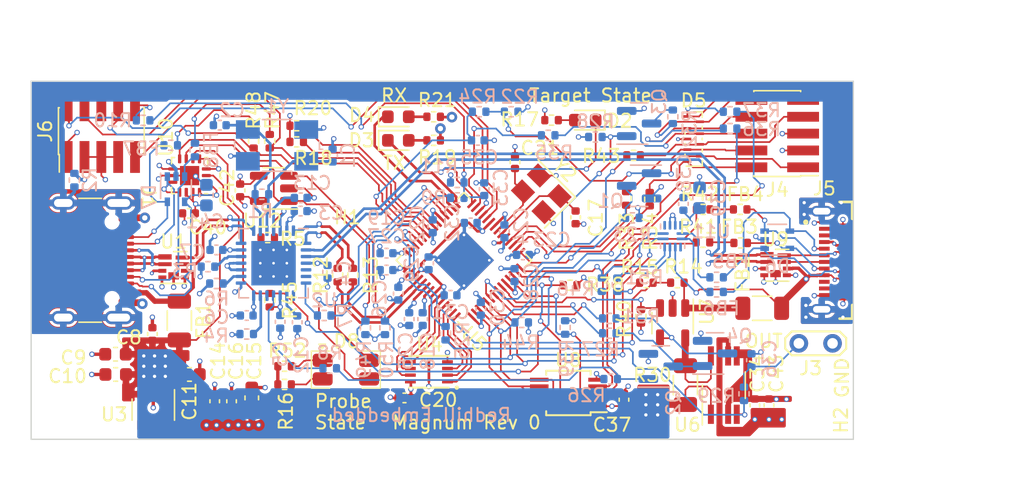
<source format=kicad_pcb>
(kicad_pcb (version 20240108) (generator "pcbnew") (generator_version "8.0")
  (layers (0 "F.Cu" signal) (1 "In1.Cu" signal) (2 "In2.Cu" signal) (31 "B.Cu" signal) (34 "B.Paste" user) (35 "F.Paste" user) (36 "B.SilkS" user "B.Silkscreen") (37 "F.SilkS" user "F.Silkscreen") (38 "B.Mask" user) (39 "F.Mask" user) (44 "Edge.Cuts" user))
  (net 0 "")
  (net 1 "GND")
  (net 2 "+5V")
  (net 3 "+3.3V")
  (net 4 "GNDPWR")
  (net 5 "/MCU/XIN")
  (net 6 "/Input/NRESET_RP2040")
  (net 7 "/Input/POWER_EN_TARGET")
  (net 8 "/Input/HUB_XTALIN")
  (net 9 "/Input/HUB_XTALOUT")
  (net 10 "/Input/HUB_CRFILT")
  (net 11 "/Input/HUB_PLLFILT")
  (net 12 "/MCU/XOUT")
  (net 13 "+1V1")
  (net 14 "/MCU/MCU_NRST")
  (net 15 "/Target/OUT_FILT")
  (net 16 "/Target/TRGT_NRST")
  (net 17 "/Target/TRGT_SWDCLK")
  (net 18 "/Target/TRGT_SWDIO")
  (net 19 "/Target/TRGT_SWO")
  (net 20 "/Target/TRGT_RX")
  (net 21 "/Target/TRGT_TX")
  (net 22 "/Target/+5V_TARGET_SW")
  (net 23 "/Input/HUB_REM0_SUSP")
  (net 24 "/Input/HUB_REM1")
  (net 25 "/Input/HUB_RBIAS")
  (net 26 "/Input/HUB_HS_IND")
  (net 27 "/Input/HUB_PWR_PORT1")
  (net 28 "/Input/HUB_PWR_PORT2")
  (net 32 "/MCU/MCU_SWD")
  (net 33 "/MCU/TAG_NRST")
  (net 34 "/MCU/MCU_SWCLK")
  (net 35 "/Target/USBC_TX")
  (net 36 "/Target/USBC_RX")
  (net 37 "/Target/TARGET_PRW_EN")
  (net 38 "/Target/+5V_TARGET")
  (net 39 "/Target/OUT")
  (net 40 "/Target/UART_TARGET_TX")
  (net 41 "/Target/UART_TARGET_RX")
  (net 42 "/Target/MUX_RX")
  (net 43 "/Target/MUX_TX")
  (net 44 "/MCU/QSPI_SS")
  (net 45 "/MCU/QSPI_SD1")
  (net 46 "/MCU/QSPI_SD2")
  (net 47 "/MCU/QSPI_SD0")
  (net 48 "/MCU/QSPI_SCLK")
  (net 49 "/MCU/QSPI_SD3")
  (net 50 "/Target/TRGT_VREF")
  (net 51 "/Input/HOST_PWR")
  (net 52 "/Target/USBC_TRG_PWR")
  (net 53 "/Target/USBC_TRGT_DP")
  (net 54 "/Target/USBC_TRGT_DM")
  (net 63 "Net-(D8-A2)")
  (net 64 "/MCU/STATUS_GREEN")
  (net 65 "Net-(D2-PadA)")
  (net 66 "/MCU/DAP_STATE")
  (net 67 "Net-(D3-PadA)")
  (net 68 "/MCU/TX_IND")
  (net 69 "Net-(D4-PadA)")
  (net 70 "/MCU/RX_IND")
  (net 71 "/Target/SBU2")
  (net 72 "/Target/SBU1")
  (net 73 "/Target/VCONN")
  (net 74 "/Target/CC")
  (net 75 "/Target/TARGET_PWR_SIG")
  (net 76 "/Target/TARGET_NRESET")
  (net 77 "/MCU/PCA_ID_1")
  (net 78 "/MCU/PCA_ID_0")
  (net 79 "/MCU/TARGET_VREF")
  (net 80 "/MCU/TARGET_SWO")
  (net 81 "/MCU/TARGET_SWDIO")
  (net 82 "/MCU/TARGET_SWCLK")
  (net 83 "/MCU/TARGET_RESET")
  (net 84 "/MCU/UART_TARGET_EN")
  (net 85 "/MCU/UART_TARGET_SEL")
  (net 86 "/MCU/TARGET_PWR_FAULT")
  (net 87 "/MCU/~{NTARGET_PWR_DIS_OVR}")
  (net 88 "/MCU/~{NTARGET_PWR_EN_OVR}")
  (net 93 "/Input/H_D+")
  (net 94 "/Input/H_D-")
  (net 95 "/Input/USB_HOST_D-")
  (net 96 "/Input/USB_HOST_D+")
  (net 97 "/Input/USB_DEV_RP2040_D+")
  (net 98 "/Input/USB_DEV_RP2040_D-")
  (net 99 "/Input/USB_DEV_TARGET_D-")
  (net 100 "/Input/USB_DEV_TARGET_D+")
  (net 101 "/Input/P_DBG_RX_C")
  (net 102 "/Input/P_DBG_TX_C")
  (net 103 "/Input/P_DBG_RX")
  (net 104 "/Input/P_DBG_TX")
  (net 105 "/Input/PROBE_CC2")
  (net 106 "/Input/PROBE_CC1")
  (net 107 "/MCU/USB_D+")
  (net 108 "/MCU/USB_D-")
  (net 109 "/MCU/PWR_MON_ADC_V")
  (net 110 "/MCU/PWR_MON_ADC_I")
  (net 112 "/Target/TRGT_PD")
  (net 113 "/MCU/TARGET_PWR_ON")
  (net 114 "/MCU/TARGET_PRESENCE")
  (net 115 "/Target/DFP_CC1")
  (net 116 "/Target/DFP_CC2")
  (net 117 "/MCU/I2C_SCL")
  (net 118 "/MCU/I2C_SDA")
  (net 119 "/MCU/PD_DFP_INT")
  (net 120 "/Input/PD_UFP_INT")
  (net 123 "Net-(U11-ADDR{slash}ORIENT)")
  (net 125 "/MCU/UART_DEBUG_RX")
  (net 126 "/MCU/UART_DEBUG_TX")
  (net 127 "/MCU/STATUS_RED")
  (net 128 "Net-(D8-K2)")
  (footprint "Redhill_lib:C_0402_1005Metric" (layer "F.Cu") (at 116.4844 95.0976 90)
    (property "Reference" "C21")
    (property "Value" "18pF")
  )
  (footprint "Redhill_lib:LED_0603_1608Metric" (layer "F.Cu") (at 121.783 91.933 180)
    (property "Reference" "D2")
    (property "Value" "LTST-C190GKT")
  )
  (footprint "Redhill_lib:WQFN-14-1EP_2.5x2.5mm_P0.5mm_EP1.45x1.45mm" (layer "F.Cu") (at 91.948 96.1136 180)
    (property "Reference" "U10")
    (property "Value" "FUSB302BMPX")
  )
  (footprint "Redhill_lib:C_0603_1608Metric" (layer "F.Cu") (at 96.637 112.875 90)
    (property "Reference" "C15")
    (property "Value" "10uF")
  )
  (footprint "Redhill_lib:R_0402_1005Metric" (layer "F.Cu") (at 125.4252 94.5896)
    (property "Reference" "R43")
    (property "Value" "51")
  )
  (footprint "Redhill_lib:R_0402_1005Metric" (layer "F.Cu") (at 97.9932 93.5228 -90)
    (property "Reference" "R47")
    (property "Value" "51")
  )
  (footprint "Redhill_lib:R_0402_1005Metric" (layer "F.Cu") (at 128.7292 104.1908 180)
    (property "Reference" "R14")
    (property "Value" "12k")
  )
  (footprint "Redhill_lib:R_0402_1005Metric" (layer "F.Cu") (at 133.5024 101.1936)
    (property "Reference" "FB3")
    (property "Value" "BLM15AG601SN1D")
  )
  (footprint "Redhill_lib:R_0402_1005Metric" (layer "F.Cu") (at 104.257 103.617 -90)
    (property "Reference" "R13")
    (property "Value" "27")
  )
  (footprint "MountingHole:MountingHole_2.5mm" (layer "F.Cu") (at 139 113)
    (property "Reference" "H2")
    (property "Value" "MountingHole")
  )
  (footprint "Redhill_lib:R_0402_1005Metric" (layer "F.Cu") (at 99.1108 111.8616)
    (property "Reference" "R16")
    (property "Value" "100")
  )
  (footprint "Redhill_lib:R_1206_3216Metric" (layer "F.Cu") (at 91.176 107.046 -90)
    (property "Reference" "FB1")
    (property "Value" "6A, 33Ohm @100MHz")
  )
  (footprint "Redhill_lib:LED_0603_1608Metric" (layer "F.Cu") (at 107.686 91.679)
    (property "Reference" "D4")
    (property "Value" "LTST-C190TBKT")
  )
  (footprint "Redhill_lib:R_0402_1005Metric" (layer "F.Cu") (at 126.3904 104.1908 180)
    (property "Reference" "R15")
    (property "Value" "12k")
  )
  (footprint "Redhill_lib:R_0402_1005Metric" (layer "F.Cu") (at 103.114 103.617 90)
    (property "Reference" "R12")
    (property "Value" "27")
  )
  (footprint "Redhill_lib:R_0402_1005Metric" (layer "F.Cu") (at 110.353 91.679 180)
    (property "Reference" "R21")
    (property "Value" "27")
  )
  (footprint "Redhill_lib:USB_C_Receptacle_GCT_USB4105-xx-A_16P_TopMnt_Horizontal" (layer "F.Cu") (at 83.5 102.5 -90)
    (property "Reference" "J1")
    (property "Value" "USB_C_Receptacle_USB2.0")
  )
  (footprint "Redhill_lib:GCT_USB4155-03-C_REVA" (layer "F.Cu") (at 140.5605 102.5 90)
    (property "Reference" "J5")
    (property "Value" "CONN_USB4155_USB_C_Plug")
  )
  (footprint "Redhill_lib:Crystal_SMD_3225-4Pin_3.2x2.5mm" (layer "F.Cu") (at 118.4656 97.4852 135)
    (property "Reference" "Y2")
    (property "Value" "Crystal_ECS-120-20-33_12MHz")
  )
  (footprint "Redhill_lib:MSOP-10_3x3mm_P0.5mm" (layer "F.Cu") (at 120.513 112.507 180)
    (property "Reference" "U8")
    (property "Value" "IC_FSUSB42MUX")
  )
  (footprint "Redhill_lib:C_0402_1005Metric" (layer "F.Cu") (at 124.704 113.015 90)
    (property "Reference" "C37")
    (property "Value" "1uF")
  )
  (footprint "Redhill_lib:R_0402_1005Metric" (layer "F.Cu") (at 100.0252 92.3544 180)
    (property "Reference" "R20")
    (property "Value" "10k")
  )
  (footprint "Redhill_lib:UDFN-9_1.0x3.8mm_P0.5mm" (layer "F.Cu") (at 129.956 93.3554)
    (property "Reference" "D5")
    (property "Value" "DT1240A-08LP3810")
  )
  (footprint "Redhill_lib:R_0402_1005Metric" (layer "F.Cu") (at 124.8664 97.8408 -90)
    (property "Reference" "R33")
    (property "Value" "51")
  )
  (footprint "Redhill_lib:C_0603_1608Metric" (layer "F.Cu") (at 91.938 111.11)
    (property "Reference" "C11")
    (property "Value" "10uF")
  )
  (footprint "Redhill_lib:C_0603_1608Metric" (layer "F.Cu") (at 86.363 109.586 180)
    (property "Reference" "C9")
    (property "Value" "10uF")
  )
  (footprint "Redhill_lib:C_0402_1005Metric" (layer "F.Cu") (at 93.843 113.129 90)
    (property "Reference" "C14")
    (property "Value" "0.1uF")
  )
  (footprint "Redhill_lib:R_1206_3216Metric" (layer "F.Cu") (at 129.3368 111.9124 90)
    (property "Reference" "R30")
    (property "Value" "0.02")
  )
  (footprint "Redhill_lib:R_0402_1005Metric" (layer "F.Cu") (at 125.984 106.7308 90)
    (property "Reference" "R40")
    (property "Value" "10k")
  )
  (footprint "Redhill_lib:R_0402_1005Metric" (layer "F.Cu") (at 133.467 98.664)
    (property "Reference" "FB4")
    (property "Value" "BLM15AG601SN1D")
  )
  (footprint "Redhill_lib:PinHeader_2x05_P1.27mm_Vertical_SMD" (layer "F.Cu") (at 136.261 92.949 180)
    (property "Reference" "J4")
    (property "Value" "ARM_SWD_SERIAL_10")
  )
  (footprint "Redhill_lib:C_0603_1608Metric" (layer "F.Cu") (at 86.376 111.11 180)
    (property "Reference" "C10")
    (property "Value" "10uF")
  )
  (footprint "Redhill_lib:R_0402_1005Metric" (layer "F.Cu") (at 100.0252 93.5736 180)
    (property "Reference" "R18")
    (property "Value" "10k")
  )
  (footprint "Redhill_lib:USON-8_2x3mm" (layer "F.Cu") (at 109.9955 110.90835 180)
    (property "Reference" "U4")
    (property "Value" "W25Q32JVZP")
  )
  (footprint "Redhill_lib:C_0402_1005Metric" (layer "F.Cu") (at 121.0564 99.2632 -90)
    (property "Reference" "C17")
    (property "Value" "18pF")
  )
  (footprint "Redhill_lib:WDFN-8-1EP_2x2.2mm_P0.5mm_EP0.80x0.54" (layer "F.Cu") (at 90.744756 103.045121)
    (property "Reference" "U1")
    (property "Value" "EMI2121MTTAG")
  )
  (footprint "Redhill_lib:TSOP-5_1.65x3.05mm_P0.95mm" (layer "F.Cu") (at 89.21 113.76 -90)
    (property "Reference" "U3")
    (property "Value" "3.3V, 300mA")
  )
  (footprint "Redhill_lib:R_0402_1005Metric" (layer "F.Cu") (at 126.6444 97.8916 90)
    (property "Reference" "R34")
    (property "Value" "51")
  )
  (footprint "MountingHole:MountingHole_2.5mm" (layer "F.Cu") (at 104 97)
    (property "Reference" "H1")
    (property "Value" "MountingHole")
  )
  (footprint "Redhill_lib:C_0402_1005Metric" (layer "F.Cu") (at 135.636 113.4364 90)
    (property "Reference" "C43")
    (property "Value" "1uF")
  )
  (footprint "Redhill_lib:R_0402_1005Metric" (layer "F.Cu") (at 119.243 91.933)
    (property "Reference" "R17")
    (property "Value" "100")
  )
  (footprint "Redhill_lib:C_0402_1005Metric" (layer "F.Cu") (at 95.758 97.2312 -90)
    (property "Reference" "C42")
    (property "Value" "1uF")
  )
  (footprint "Redhill_lib:C_0402_1005Metric" (layer "F.Cu") (at 89.144 108.062 90)
    (property "Reference" "C8")
    (property "Value" "0.1uF")
  )
  (footprint "Redhill_lib:C_0402_1005Metric" (layer "F.Cu") (at 95.113 113.129 90)
    (property "Reference" "C16")
    (property "Value" "0.1uF")
  )
  (footprint "Redhill_lib:R_1206_3216Metric" (layer "F.Cu") (at 135.128 106.1212)
    (property "Reference" "FB2")
    (property "Value" "6A, 33Ohm @100MHz")
  )
  (footprint "Redhill_lib:SOT-23-5" (layer "F.Cu") (at 128.3716 107.2388 -90)
    (property "Reference" "U7")
    (property "Value" "AP22814AW5")
  )
  (footprint "Redhill_lib:R_0402_1005Metric" (layer "F.Cu") (at 97.8408 100.7872 180)
    (property "Reference" "R5")
    (property "Value" "12k")
  )
  (footprint "Redhill_lib:VSSOP-8_3.0x3.0mm_P0.65mm" (layer "F.Cu") (at 132.2324 111.9124 90)
    (property "Reference" "U6")
    (property "Value" "IC_INA225")
  )
  (footprint "Redhill_lib:R_0402_1005Metric" (layer "F.Cu") (at 130.6576 101.1428)
    (property "Reference" "R41")
    (property "Value" "51")
  )
  (footprint "Redhill_lib:C_0402_1005Metric" (layer "F.Cu") (at 134.5692 113.4364 90)
    (property "Reference" "C34")
    (property "Value" "1uF")
  )
  (footprint "Redhill_lib:WDFN-8-1EP_2x2.2mm_P0.5mm_EP0.80x0.54" (layer "F.Cu") (at 136.134182 102.875738)
    (property "Reference" "U9")
    (property "Value" "EMI2121MTTAG")
  )
  (footprint "Redhill_lib:LED_0603_1608Metric" (layer "F.Cu") (at 107.686 93.457)
    (property "Reference" "D3")
    (property "Value" "LTST-C190KFKT")
  )
  (footprint "Redhill_lib:QFN-56-1EP_7x7mm_P0.4mm_EP3.2x3.2mm_ThermalVias" (layer "F.Cu") (at 112.639 102.5 135)
    (property "Reference" "U5")
    (property "Value" "RP2040")
  )
  (footprint "Redhill_lib:R_0402_1005Metric" (layer "F.Cu") (at 96.774 93.5228 -90)
    (property "Reference" "R48")
    (property "Value" "51")
  )
  (footprint "Redhill_lib:SOT-23-5" (layer "F.Cu") (at 98.298 97.0788 180)
    (property "Reference" "U12")
    (property "Value" "IC_MEM_AT24CSW010-STUM-T")
  )
  (footprint "Redhill_lib:C_0402_1005Metric" (layer "F.Cu") (at 91.8972 98.9584 180)
    (property "Reference" "C40")
    (property "Value" "1uF")
  )
  (footprint "Redhill_lib:R_0402_1005Metric" (layer "F.Cu") (at 99.1108 110.49)
    (property "Reference" "R52")
    (property "Value" "100")
  )
  (footprint "Redhill_lib:R_0402_1005Metric" (layer "F.Cu") (at 110.353 93.457 180)
    (property "Reference" "R19")
    (property "Value" "100")
  )
  (footprint "Redhill_lib:R_0402_1005Metric" (layer "F.Cu") (at 97.9932 105.5116 90)
    (property "Reference" "R45")
    (property "Value" "10k")
  )
  (footprint "Redhill_lib:PinHeader_2x05_P1.27mm_Vertical_SMD" (layer "F.Cu") (at 85.2932 92.7608 90)
    (property "Reference" "J6")
    (property "Value" "ARM_SWD_SERIAL_10")
  )
  (footprint "Redhill_lib:Header_2Pin_Pitch2.54mm_Drill0.8mm" (layer "F.Cu") (at 137.8912 108.7628)
    (property "Reference" "J3")
    (property "Value" "CONN_Header_2Pin_2.54mmPitch")
  )
  (footprint "Redhill_lib:R_0402_1005Metric" (layer "F.Cu") (at 120.64 104.379 180)
    (property "Reference" "R38")
    (property "Value" "10k")
  )
  (footprint "Redhill_lib:LED_LiteOn_LTST-C155GEKT" (layer "F.Cu") (at 103.7336 110.744)
    (property "Reference" "D8")
    (property "Value" "LED_DUAL_RED_GREEN_LTST-C235KGKRKT")
  )
  (footprint "Redhill_lib:R_0402_1005Metric" (layer "F.Cu") (at 130.673 98.664)
    (property "Reference" "R42")
    (property "Value" "51")
  )
  (footprint "Redhill_lib:C_0402_1005Metric" (layer "F.Cu") (at 108.1532 112.8776 180)
    (property "Reference" "C20")
    (property "Value" "1uF")
  )
  (footprint "Redhill_lib:R_0402_1005Metric" (layer "B.Cu") (at 132.705 91.298 180)
    (property "Reference" "R37")
    (property "Value" "51")
  )
  (footprint "Redhill_lib:R_0402_1005Metric" (layer "B.Cu") (at 102.5144 110.6424)
    (property "Reference" "R8")
    (property "Value" "10k")
  )
  (footprint "Redhill_lib:R_0402_1005Metric" (layer "B.Cu") (at 112.131 96.632)
    (property "Reference" "R11")
    (property "Value" "10k")
  )
  (footprint "Redhill_lib:R_0402_1005Metric" (layer "B.Cu") (at 123.0376 104.3432 90)
    (property "Reference" "R46")
    (property "Value" "10k")
  )
  (footprint "Redhill_lib:C_0402_1005Metric" (layer "B.Cu") (at 102.352 103.363 -90)
    (property "Reference" "C4")
    (property "Value" "0.1uF")
  )
  (footprint "Redhill_lib:C_0402_1005Metric" (layer "B.Cu") (at 94.224 92.314 180)
    (property "Reference" "C2")
    (property "Value" "18pF")
  )
  (footprint "Redhill_lib:C_0402_1005Metric" (layer "B.Cu") (at 115.687 100.315 -90)
    (property "Reference" "C24")
    (property "Value" "0.1uF")
  )
  (footprint "Redhill_lib:R_0402_1005Metric" (layer "B.Cu") (at 112.131 97.79)
    (property "Reference" "R9")
    (property "Value" "51")
  )
  (footprint "Redhill_lib:R_0402_1005Metric" (layer "B.Cu") (at 133.7564 112.5708 90)
    (property "Reference" "R29")
    (property "Value" "100")
  )
  (footprint "Redhill_lib:C_0603_1608Metric" (layer "B.Cu") (at 93.218 97.5868 90)
    (property "Reference" "C41")
    (property "Value" "10uF")
  )
  (footprint "Redhill_lib:R_0402_1005Metric" (layer "B.Cu") (at 123.5964 108.0008)
    (property "Reference" "R27")
    (property "Value" "10k")
  )
  (footprint "Redhill_lib:R_0402_1005Metric" (layer "B.Cu") (at 132.705 92.568 180)
    (property "Reference" "R36")
    (property "Value" "51")
  )
  (footprint "Redhill_lib:R_0402_1005Metric" (layer "B.Cu") (at 123.5964 106.8832)
    (property "Reference" "R31")
    (property "Value" "10k")
  )
  (footprint "Redhill_lib:C_0402_1005Metric" (layer "B.Cu") (at 113.683 93.457)
    (property "Reference" "C35")
    (property "Value" "1nF")
  )
  (footprint "Redhill_lib:C_0402_1005Metric" (layer "B.Cu") (at 102.733 94.6 90)
    (property "Reference" "C1")
    (property "Value" "18pF")
  )
  (footprint "Redhill_lib:Crystal_SMD_0603-4Pin_6.0x3.5mm" (layer "B.Cu") (at 98.542 93.838 180)
    (property "Reference" "Y1")
    (property "Value" "24MHz")
  )
  (footprint "Redhill_lib:QFN-28-1EP_5x5mm_P0.5mm_EP3.35x3.35mm_ThermalVias" (layer "B.Cu") (at 98.28 102.72 180)
    (property "Reference" "U2")
    (property "Value" "IC_USB2412-DZK")
  )
  (footprint "Redhill_lib:R_0402_1005Metric" (layer "B.Cu") (at 96.256 108.062 180)
    (property "Reference" "R4")
    (property "Value" "56k")
  )
  (footprint "Redhill_lib:R_0402_1005Metric" (layer "B.Cu") (at 90.5256 93.8276)
    (property "Reference" "FB7")
    (property "Value" "BLM15AG601SN1D")
  )
  (footprint "Redhill_lib:C_0402_1005Metric" (layer "B.Cu") (at 116.449 103.617 90)
    (property "Reference" "C28")
    (property "Value" "0.1uF")
  )
  (footprint "Redhill_lib:C_0402_1005Metric" (layer "B.Cu") (at 110.283339 99.934 -90)
    (property "Reference" "C22")
    (property "Value" "0.1uF")
  )
  (footprint "Redhill_lib:SOT-353_SC-70-5" (layer "B.Cu") (at 90.922 97.14 -90)
    (property "Reference" "D7")
    (property "Value" "SP0504BAJT")
  )
  (footprint "Redhill_lib:R_0402_1005Metric" (layer "B.Cu") (at 116.195 91.298)
    (property "Reference" "R22")
    (property "Value" "56k")
  )
  (footprint "Redhill_lib:C_0402_1005Metric" (layer "B.Cu") (at 100.32 98.791)
    (property "Reference" "C3")
    (property "Value" "0.1uF")
  )
  (footprint "Redhill_lib:SOT-23" (layer "B.Cu") (at 127.4803 110.5052)
    (property "Reference" "Q2")
    (property "Value" "2N7002")
  )
  (footprint "Redhill_lib:C_0603_1608Metric" (layer "B.Cu") (at 130.4036 97.79 90)
    (property "Reference" "C39")
    (property "Value" "10uF")
  )
  (footprint "Redhill_lib:SOT-23" (layer "B.Cu") (at 125.847 96.886 180)
    (property "Reference" "Q1")
    (property "Value" "2N7002")
  )
  (footprint "Redhill_lib:R_0402_1005Metric" (layer "B.Cu") (at 122.545 93.203 180)
    (property "Reference" "R28")
    (property "Value" "10k")
  )
  (footprint "Redhill_lib:C_0402_1005Metric" (layer "B.Cu") (at 100.066 107.173 -90)
    (property "Reference" "C12")
    (property "Value" "0.1uF")
  )
  (footprint "Redhill_lib:R_0402_1005Metric" (layer "B.Cu") (at 125.339 99.299 180)
    (property "Reference" "R23")
    (property "Value" "10k")
  )
  (footprint "Redhill_lib:C_0402_1005Metric" (layer "B.Cu") (at 111.623 105.141)
    (property "Reference" "C31")
    (property "Value" "0.1uF")
  )
  (footprint "Redhill_lib:R_0402_1005Metric" (layer "B.Cu") (at 97.399 97.521 180)
    (property "Reference" "R1")
    (property "Value" "1M")
  )
  (footprint "Redhill_lib:C_0402_1005Metric" (layer "B.Cu") (at 107.686 105.014 -90)
    (property "Reference" "C26")
    (property "Value" "0.1uF")
  )
  (footprint "Redhill_lib:R_0402_1005Metric" (layer "B.Cu") (at 131.689 103.7844)
    (property "Reference" "FB5")
    (property "Value" "BLM15AG601SN1D")
  )
  (footprint "Redhill_lib:C_0402_1005Metric" (layer "B.Cu") (at 109.5248 106.934 -90)
    (property "Reference" "C18")
    (property "Value" "1uF")
  )
  (footprint "Redhill_lib:R_0402_1005Metric" (layer "B.Cu") (at 93.97 104.252 180)
    (property "Reference" "R6")
    (property "Value" "56k")
  )
  (footprint "Redhill_lib:C_0402_1005Metric" (layer "B.Cu") (at 98.779812 107.139545 -90)
    (property "Reference" "C5")
    (property "Value" "0.1uF")
  )
  (footprint "Redhill_lib:R_0402_1005Metric" (layer "B.Cu") (at 120.269 107.569 90)
    (property "Reference" "R39")
    (property "Value" "10k")
  )
  (footprint "Redhill_lib:C_0402_1005Metric" (layer "B.Cu") (at 106.797 103.236 180)
    (property "Reference" "C27")
    (property "Value" "0.1uF")
  )
  (footprint "Redhill_lib:SOT-353_SC-70-5" (layer "B.Cu") (at 136.261 100.95)
    (property "Reference" "D6")
    (property "Value" "SP0504BAJT")
  )
  (footprint "Redhill_lib:R_0402_1005Metric" (layer "B.Cu") (at 83.2612 96.45501 90)
    (property "Reference" "R2")
    (property "Value" "0")
  )
  (footprint "Redhill_lib:C_0402_1005Metric" (layer "B.Cu") (at 108.5088 106.934 -90)
    (property "Reference" "C25")
    (property "Value" "0.1uF")
  )
  (footprint "Redhill_lib:R_0402_1005Metric" (layer "B.Cu") (at 118.989 93.076)
    (property "Reference" "R35")
    (property "Value" "51")
  )
  (footprint "Redhill_lib:R_0402_1005Metric" (layer "B.Cu") (at 123.7 111.4552 180)
    (property "Reference" "R26")
    (property "Value" "10k")
  )
  (footprint "Redhill_lib:SOT-23" (layer "B.Cu") (at 125.847 92.187)
    (property "Reference" "Q3")
    (property "Value" "2N7002")
  )
  (footprint "Redhill_lib:C_0402_1005Metric" (layer "B.Cu") (at 113.909 106.157 90)
    (property "Reference" "C30")
    (property "Value" "0.1uF")
  )
  (footprint "Redhill_lib:R_0402_1005Metric" (layer "B.Cu") (at 113.782 91.298)
    (property "Reference" "R24")
    (property "Value" "51")
  )
  (footprint "Redhill_lib:R_0402_1005Metric" (layer "B.Cu") (at 88.4428 91.948)
    (property "Reference" "R10")
    (property "Value" "51")
  )
  (footprint "Redhill_lib:C_0402_1005Metric" (layer "B.Cu") (at 109.972 102.728 90)
    (property "Reference" "C29")
    (property "Value" "1uF")
  )
  (footprint "Redhill_lib:Texas_X2QFN-12_1.6x1.6mm_P0.4mm" (layer "B.Cu") (at 128.3716 100.6856 180)
    (property "Reference" "U11")
    (property "Value" "FUSB303BTMX")
  )
  (footprint "Redhill_lib:C_0402_1005Metric" (layer "B.Cu") (at 113.147 99.68 180)
    (property "Reference" "C32")
    (property "Value" "0.1uF")
  )
  (footprint "Redhill_lib:R_0402_1005Metric" (layer "B.Cu") (at 106.68 107.5944 90)
    (property "Reference" "R50")
    (property "Value" "10k")
  )
  (footprint "Redhill_lib:R_0402_1005Metric" (layer "B.Cu") (at 102.098 106.665)
    (property "Reference" "R7")
    (property "Value" "10k")
  )
  (footprint "Redhill_lib:R_0402_1005Metric" (layer "B.Cu") (at 116.9924 107.188)
    (property "Reference" "R44")
    (property "Value" "56k")
  )
  (footprint "Redhill_lib:C_0402_1005Metric" (layer "B.Cu") (at 117.084 102.093 180)
    (property "Reference" "C23")
    (property "Value" "0.1uF")
  )
  (footprint "Redhill_lib:R_0402_1005Metric" (layer "B.Cu") (at 131.689 104.887)
    (property "Reference" "FB6")
    (property "Value" "BLM15AG601SN1D")
  )
  (footprint "Redhill_lib:C_0402_1005Metric" (layer "B.Cu") (at 100.33 97.79)
    (property "Reference" "C13")
    (property "Value" "0.1uF")
  )
  (footprint "Redhill_lib:C_0402_1005Metric" (layer "B.Cu") (at 106.797 101.966 180)
    (property "Reference" "C19")
    (property "Value" "1uF")
  )
  (footprint "Redhill_lib:R_0402_1005Metric" (layer "B.Cu") (at 92.3544 94.1832 90)
    (property "Reference" "FB8")
    (property "Value" "BLM15AG601SN1D")
  )
  (footprint "Redhill_lib:R_0402_1005Metric" (layer "B.Cu") (at 105.2068 107.5944 90)
    (property "Reference" "R49")
    (property "Value" "10k")
  )
  (footprint "Redhill_lib:C_0402_1005Metric" (layer "B.Cu") (at 114.163 97.14 90)
    (property "Reference" "C33")
    (property "Value" "0.1uF")
  )
  (footprint "Redhill_lib:R_0402_1005Metric" (layer "B.Cu") (at 128.387 91.679 90)
    (property "Reference" "R32")
    (property "Value" "51")
  )
  (footprint "Redhill_lib:C_0402_1005Metric" (layer "B.Cu") (at 96.256 106.665 180)
    (property "Reference" "C6")
    (property "Value" "0.1uF")
  )
  (footprint "Redhill_lib:SOT-23" (layer "B.Cu") (at 131.572 109.5248)
    (property "Reference" "Q4")
    (property "Value" "2N7002")
  )
  (footprint "Redhill_lib:C_0402_1005Metric" (layer "B.Cu") (at 93.97 101.716562 180)
    (property "Reference" "C7")
    (property "Value" "0.1uF")
  )
  (footprint "Redhill_lib:R_0402_1005Metric" (layer "B.Cu") (at 111.252 108.0008 -90)
    (property "Reference" "R25")
    (property "Value" "100")
  )
  (footprint "Redhill_lib:C_0402_1005Metric" (layer "B.Cu") (at 129.1844 98.2472 90)
    (property "Reference" "C38")
    (property "Value" "1uF")
  )
  (footprint "Redhill_lib:C_0402_1005Metric" (layer "B.Cu") (at 134.3152 110.0328 90)
    (property "Reference" "C36")
    (property "Value" "1nF")
  )
  (footprint "Redhill_lib:R_0402_1005Metric" (layer "B.Cu") (at 93.335 102.982)
    (property "Reference" "R3")
    (property "Value" "56k")
  )
  (footprint "Redhill_lib:R_0402_1005Metric" (layer "B.Cu") (at 124.206 104.3432 -90)
    (property "Reference" "R51")
    (property "Value" "56k")
  )
  (gr_line (start 80 116) (end 142 116) (stroke (width 0.1)) (layer "Edge.Cuts"))
  (gr_line (start 142 116) (end 142 89) (stroke (width 0.1)) (layer "Edge.Cuts"))
  (gr_line (start 142 89) (end 80 89) (stroke (width 0.1)) (layer "Edge.Cuts"))
  (gr_line (start 80 89) (end 80 116) (stroke (width 0.1)) (layer "Edge.Cuts"))
  (gr_text "Redhill Embedded" (at 116.2812 114.7572 0) (layer "B.SilkS") (effects (font (size 1 1)) (justify left bottom mirror)))
  (gr_text "Target State" (at 117.465 90.663 0) (layer "F.SilkS") (effects (font (size 1 1)) (justify left bottom)))
  (gr_text "OUT" (at 133.7056 109.1692 0) (layer "F.SilkS") (effects (font (size 1 1) (thickness 0.15) (bold yes)) (justify left bottom)))
  (gr_text "Probe\nState" (at 101.2952 115.316 0) (layer "F.SilkS") (effects (font (size 1 1)) (justify left bottom)))
  (gr_text "Magnum Rev 0" (at 107.1372 115.316 0) (layer "F.SilkS") (effects (font (size 1 1)) (justify left bottom)))
  (gr_text "RX" (at 106.289 90.663 0) (layer "F.SilkS") (effects (font (size 1 1)) (justify left bottom)))
  (gr_text "GND" (at 141.732 112.9792 90) (layer "F.SilkS") (effects (font (size 1 1) (thickness 0.15) (bold yes)) (justify left bottom)))
  (gr_text "TX" (at 106.416 95.743 0) (layer "F.SilkS") (effects (font (size 1 1)) (justify left bottom)))
  (segment (start 118.288823 96.106342) (end 119.575942 96.106342) (width 0.127) (layer "F.Cu") (net 1))
  (segment (start 139.059224 99.691808) (end 139.126032 99.625) (width 0.127) (layer "F.Cu") (net 1))
  (segment (start 85.2932 96.1136) (end 85.598 96.4184) (width 0.127) (layer "F.Cu") (net 1))
  (segment (start 138.211 92.949) (end 136.642 92.949) (width 0.127) (layer "F.Cu") (net 1))
  (segment (start 91.565023 99.6696) (end 91.565023 99.106223) (width 0.127) (layer "F.Cu") (net 1))
  (segment (start 107.0864 112.8268) (end 107.216 112.8268) (width 0.2) (layer "F.Cu") (net 1))
  (segment (start 97.653 112.113) (end 97.64 112.1) (width 0.254) (layer "F.Cu") (net 1))
  (segment (start 99.4355 97.0788) (end 100.6348 97.0788) (width 0.127) (layer "F.Cu") (net 1))
  (segment (start 139.055 105.17) (end 139.7655 105.17) (width 0.127) (layer "F.Cu") (net 1))
  (segment (start 141.3105 105.375) (end 141.3105 105.6795) (width 0.127) (layer "F.Cu") (net 1))
  (segment (start 100.6348 97.0788) (end 101.346 97.79) (width 0.127) (layer "F.Cu") (net 1))
  (segment (start 96.708 98.0288) (end 96.3904 97.7112) (width 0.127) (layer "F.Cu") (net 1))
  (segment (start 95.113 112.649) (end 95.113 111.859) (width 0.254) (layer "F.Cu") (net 1))
  (segment (start 141.3105 105.6795) (end 141.214 105.776) (width 0.127) (layer "F.Cu") (net 1))
  (segment (start 91.6004 95.6136) (end 92.1004 96.1136) (width 0.127) (layer "F.Cu") (net 1))
  (segment (start 92.1004 96.1136) (end 89.8652 96.1136) (width 0.127) (layer "F.Cu") (net 1))
  (segment (start 93.843 112.649) (end 93.843 111.859) (width 0.254) (layer "F.Cu") (net 1))
  (segment (start 141.214 99.7785) (end 141.3105 99.875) (width 0.127) (layer "F.Cu") (net 1))
  (segment (start 137.658182 103.637738) (end 137.646182 103.625738) (width 0.127) (layer "F.Cu") (net 1))
  (segment (start 125.8804 104.1908) (end 125.8399 104.1908) (width 0.127) (layer "F.Cu") (net 1))
  (segment (start 97.3308 101.6692) (end 97.28 101.72) (width 0.127) (layer "F.Cu") (net 1))
  (segment (start 96.3904 97.7112) (end 95.758 97.7112) (width 0.127) (layer "F.Cu") (net 1))
  (segment (start 107.216 112.8268) (end 107.2668 112.8776) (width 0.2) (layer "F.Cu") (net 1))
  (segment (start 89.8652 104.4956) (end 89.8652 103.824677) (width 0.2) (layer "F.Cu") (net 1))
  (segment (start 87.18 105.7) (end 88.306 105.7) (width 0.508) (layer "F.Cu") (net 1))
  (segment (start 92.713 111.11) (end 92.713 110.107) (width 0.254) (layer "F.Cu") (net 1))
  (segment (start 121.638 99.7432) (end 121.666 99.7712) (width 0.127) (layer "F.Cu") (net 1))
  (segment (start 135.284182 103.125738) (end 134.614182 103.125738) (width 0.127) (layer "F.Cu") (net 1))
  (segment (start 122.6312 111.4252) (end 122.713 111.507) (width 0.127) (layer "F.Cu") (net 1))
  (segment (start 97.1605 98.0288) (end 96.708 98.0288) (width 0.127) (layer "F.Cu") (net 1))
  (segment (start 115.776786 100.776427) (end 115.359613 101.1936) (width 0.2) (layer "F.Cu") (net 1))
  (segment (start 129.027152 93.3704) (end 129.042152 93.3554) (width 0.127) (layer "F.Cu") (net 1))
  (segment (start 95.758 98.044) (end 96.1136 98.3996) (width 0.127) (layer "F.Cu") (net 1))
  (segment (start 90.744756 104.527095) (end 90.744756 103.675121) (width 0.2) (layer "F.Cu") (net 1))
  (segment (start 122.6312 111.0488) (end 122.6312 111.4252) (width 0.127) (layer "F.Cu") (net 1))
  (segment (start 89.8652 103.824677) (end 89.894756 103.795121) (width 0.2) (layer "F.Cu") (net 1))
  (segment (start 119.575942 96.106342) (end 119.5832 96.1136) (width 0.127) (layer "F.Cu") (net 1))
  (segment (start 136.134182 103.505738) (end 136.134182 104.145738) (width 0.127) (layer "F.Cu") (net 1))
  (segment (start 95.758 97.7112) (end 95.758 98.044) (width 0.127) (layer "F.Cu") (net 1))
  (segment (start 89.1032 103.4796) (end 89.1032 103.433777) (width 0.2) (layer "F.Cu") (net 1))
  (segment (start 116.4844 94.6176) (end 116.4844 93.9292) (width 0.127) (layer "F.Cu") (net 1))
  (segment (start 88.567735 99.3) (end 88.569078 99.301343) (width 0.508) (layer "F.Cu") (net 1))
  (segment (start 91.594756 103.795121) (end 91.594756 104.399549) (width 0.2) (layer "F.Cu") (net 1))
  (segment (start 96.637 112.1) (end 97.64 112.1) (width 0.254) (layer "F.Cu") (net 1))
  (segment (start 118.642377 98.864058) (end 118.642377 98.982777) (width 0.127) (layer "F.Cu") (net 1))
  (segment (start 118.642377 98.982777) (end 119.38 99.7204) (width 0.127) (layer "F.Cu") (net 1))
  (segment (start 89.144 107.582) (end 89.144 106.792) (width 0.254) (layer "F.Cu") (net 1))
  (segment (start 121.0564 99.7432) (end 121.638 99.7432) (width 0.127) (layer "F.Cu") (net 1))
  (segment (start 89.21 112.6) (end 89.21 113.616) (width 0.254) (layer "F.Cu") (net 1))
  (segment (start 138.211 94.219) (end 136.642 94.219) (width 0.127) (layer "F.Cu") (net 1))
  (segment (start 116.4844 93.901429) (end 116.4844 93.9292) (width 0.2) (layer "F.Cu") (net 1))
  (segment (start 85.588 109.586) (end 84.585 109.586) (width 0.254) (layer "F.Cu") (net 1))
  (segment (start 89.1032 103.433777) (end 89.241856 103.295121) (width 0.2) (layer "F.Cu") (net 1))
  (segment (start 135.284182 104.106738) (end 135.245182 104.145738) (width 0.127) (layer "F.Cu") (net 1))
  (segment (start 135.284182 103.625738) (end 135.284182 104.106738) (width 0.127) (layer "F.Cu") (net 1))
  (segment (start 139.7655 105.17) (end 139.8105 105.125) (width 0.127) (layer "F.Cu") (net 1))
  (segment (start 136.984182 103.625738) (end 137.646182 103.625738) (width 0.127) (layer "F.Cu") (net 1))
  (segment (start 91.565023 99.106223) (end 91.4172 98.9584) (width 0.127) (layer "F.Cu") (net 1))
  (segment (start 88.306 105.7) (end 88.382 105.776) (width 0.508) (layer "F.Cu") (net 1))
  (segment (start 134.614182 103.125738) (end 134.610182 103.129738) (width 0.127) (layer "F.Cu") (net 1))
  (segment (start 91.594756 104.399549) (end 91.544309 104.449996) (width 0.2) (layer "F.Cu") (net 1))
  (segment (start 107.2668 112.8776) (end 107.6732 112.8776) (width 0.2) (layer "F.Cu") (net 1))
  (segment (start 109.9955 110.90835) (end 109.9955 112.0005) (width 0.127) (layer "F.Cu") (net 1))
  (segment (start 124.577 112.535) (end 124.704 112.535) (width 0.127) (layer "F.Cu") (net 1))
  (segment (start 125.8399 104.1908) (end 125.1775 104.8532) (width 0.127) (layer "F.Cu") (net 1))
  (segment (start 111.3939 109.459) (end 111.3939 110.158349) (width 0.127) (layer "F.Cu") (net 1))
  (segment (start 124.704 112.3138) (end 125.0188 111.999) (width 0.127) (layer "F.Cu") (net 1))
  (segment (start 128.3716 106.1013) (end 128.3716 105.006) (width 0.127) (layer "F.Cu") (net 1))
  (segment (start 89.662 95.3516) (end 89.924 95.6136) (width 0.127) (layer "F.Cu") (net 1))
  (segment (start 121.666 99.7712) (end 121.666 99.836) (width 0.2) (layer "F.Cu") (net 1))
  (segment (start 128.778 93.3704) (end 129.027152 93.3704) (width 0.127) (layer "F.Cu") (net 1))
  (segment (start 92.7 110.094) (end 92.713 110.107) (width 0.254) (layer "F.Cu") (net 1))
  (segment (start 124.704 112.535) (end 124.704 112.3138) (width 0.127) (layer "F.Cu") (net 1))
  (segment (start 85.601 111.11) (end 84.572 111.11) (width 0.254) (layer "F.Cu") (net 1))
  (segment (start 129.042152 93.3554) (end 129.481 93.3554) (width 0.127) (layer "F.Cu") (net 1))
  (segment (start 87.18 99.3) (end 88.567735 99.3) (width 0.508) (layer "F.Cu") (net 1))
  (segment (start 115.359613 101.1936) (end 114.9096 101.1936) (width 0.2) (layer "F.Cu") (net 1))
  (segment (start 97.3308 100.5332) (end 97.3308 101.6692) (width 0.127) (layer "F.Cu") (net 1))
  (segment (start 141.214 99.426) (end 141.214 99.7785) (width 0.127) (layer "F.Cu") (net 1))
  (segment (start 86.5632 94.7108) (end 85.2932 94.7108) (width 0.127) (layer "F.Cu") (net 1))
  (segment (start 89.924 95.6136) (end 91.6004 95.6136) (width 0.127) (layer "F.Cu") (net 1))
  (segment (start 89.8652 96.1136) (end 89.6112 96.3676) (width 0.127) (layer "F.Cu") (net 1))
  (segment (start 109.9955 112.0005) (end 109.982 112.014) (width 0.127) (layer "F.Cu") (net 1))
  (segment (start 111.369 109.459) (end 111.3939 109.459) (width 0.127) (layer "F.Cu") (net 1))
  (segment (start 84.0232 94.7108) (end 85.2932 94.7108) (width 0.127) (layer "F.Cu") (net 1))
  (segment (start 139.126032 99.625) (end 139.8105 99.625) (width 0.127) (layer "F.Cu") (net 1))
  (segment (start 89.241856 103.295121) (end 89.894756 103.295121) (width 0.2) (layer "F.Cu") (net 1))
  (segment (start 85.2932 94.7108) (end 85.2932 96.1136) (width 0.127) (layer "F.Cu") (net 1))
  (via (at 114.925 93.457) (size 0.4) (drill 0.25) (layers "F.Cu" "B.Cu") (net 1))
  (via (at 135.0264 109.4232) (size 0.4) (drill 0.25) (layers "F.Cu" "B.Cu") (net 1))
  (via (at 136.6012 114.5032) (size 0.4) (drill 0.25) (layers "F.Cu" "B.Cu") (net 1))
  (via (at 95.113 111.859) (size 0.4) (drill 0.25) (layers "F.Cu" "B.Cu") (net 1))
  (via (at 89.662 95.3516) (size 0.4) (drill 0.25) (layers "F.Cu" "B.Cu") (net 1))
  (via (at 96.1136 98.3996) (size 0.4) (drill 0.25) (layers "F.Cu" "B.Cu") (net 1))
  (via (at 102.0572 92.5068) (size 0.4) (drill 0.25) (layers "F.Cu" "B.Cu") (net 1))
  (via (at 120.904 107.061) (size 0.4) (drill 0.25) (layers "F.Cu" "B.Cu") (net 1))
  (via (at 141.214 99.426) (size 0.4) (drill 0.25) (layers "F.Cu" "B.Cu") (net 1))
  (via (at 95.1484 106.68) (size 0.4) (drill 0.25) (layers "F.Cu" "B.Cu") (net 1))
  (via (at 84.0232 96.4184) (size 0.4) (drill 0.25) (layers "F.Cu" "B.Cu") (net 1))
  (via (at 90.368701 95.059941) (size 0.4) (drill 0.25) (layers "F.Cu" "B.Cu") (net 1))
  (via (at 107.0864 112.8268) (size 0.4) (drill 0.25) (layers "F.Cu" "B.Cu") (net 1))
  (via (at 106.4768 103.7844) (size 0.4) (drill 0.25) (layers "F.Cu" "B.Cu") (net 1))
  (via (at 122.6312 111.0488) (size 0.4) (drill 0.25) (layers "F.Cu" "B.Cu") (net 1))
  (via (at 85.598 96.4184) (size 0.4) (drill 0.25) (layers "F.Cu" "B.Cu") (net 1))
  (via (at 119.38 99.7204) (size 0.4) (drill 0.25) (layers "F.Cu" "B.Cu") (net 1))
  (via (at 90.744756 104.527095) (size 0.4) (drill 0.25) (layers "F.Cu" "B.Cu") (net 1))
  (via (at 130.5052 108.0008) (size 0.4) (drill 0.25) (layers "F.Cu" "B.Cu") (net 1))
  (via (at 100.076 108.2548) (size 0.4) (drill 0.25) (layers "F.Cu" "B.Cu") (net 1))
  (via (at 128.3716 99.1108) (size 0.4) (drill 0.25) (layers "F.Cu" "B.Cu") (net 1))
  (via (at 88.382 105.776) (size 0.8) (drill 0.4) (layers "F.Cu" "B.Cu") (net 1))
  (via (at 136.134182 104.145738) (size 0.4) (drill 0.25) (layers "F.Cu" "B.Cu") (net 1))
  (via (at 117.5004 107.8992) (size 0.4) (drill 0.25) (layers "F.Cu" "B.Cu") (net 1))
  (via (at 125.0188 111.999) (size 0.4) (drill 0.25) (layers "F.Cu" "B.Cu") (net 1))
  (via (at 127.513383 96.957347) (size 0.4) (drill 0.25) (layers "F.Cu" "B.Cu") (net 1))
  (via (at 89.21 113.616) (size 0.4) (drill 0.25) (layers "F.Cu" "B.Cu") (net 1))
  (via (at 89.8652 104.4956) (size 0.4) (drill 0.25) (layers "F.Cu" "B.Cu") (net 1))
  (via (at 95.367 104.887) (size 0.4) (drill 0.25) (layers "F.Cu" "B.Cu") (net 1))
  (via (at 89.1032 103.4796) (size 0.3) (drill 0.15) (layers "F.Cu" "B.Cu") (net 1))
  (via (at 134.5692 114.5032) (size 0.4) (drill 0.25) (layers "F.Cu" "B.Cu") (net 1))
  (via (at 110.317 101.168598) (size 0.4) (drill 0.25) (layers "F.Cu" "B.Cu") (net 1))
  (via (at 113.556 96.66) (size 0.4) (drill 0.25) (layers "F.Cu" "B.Cu") (net 1))
  (via (at 93.843 111.859) (size 0.4) (drill 0.25) (layers "F.Cu" "B.Cu") (net 1))
  (via (at 84.585 109.586) (size 0.4) (drill 0.25) (layers "F.Cu" "B.Cu") (net 1))
  (via (at 101.346 97.79) (size 0.4) (drill 0.25) (layers "F.Cu" "B.Cu") (net 1))
  (via (at 125.1775 104.8532) (size 0.4) (drill 0.25) (layers "F.Cu" "B.Cu") (net 1))
  (via (at 91.565023 99.6696) (size 0.4) (drill 0.25) (layers "F.Cu" "B.Cu") (net 1))
  (via (at 102.352 104.506) (size 0.4) (drill 0.25) (layers "F.Cu" "B.Cu") (net 1))
  (via (at 134.610182 103.129738) (size 0.4) (drill 0.25) (layers "F.Cu" "B.Cu") (net 1))
  (via (at 115.433 103.109) (size 0.4) (drill 0.25) (layers "F.Cu" "B.Cu") (net 1))
  (via (at 89.144 106.792) (size 0.4) (drill 0.25) (layers "F.Cu" "B.Cu") (net 1))
  (via (at 97.64 112.1) (size 0.4) (drill 0.25) (layers "F.Cu" "B.Cu") (net 1))
  (via (at 91.544309 104.449996) (size 0.4) (drill 0.25) (layers "F.Cu" "B.Cu") (net 1))
  (via (at 128.3716 105.006) (size 0.4) (drill 0.25) (layers "F.Cu" "B.Cu") (net 1))
  (via (at 109.982 112.014) (size 0.4) (drill 0.25) (layers "F.Cu" "B.Cu") (net 1))
  (via (at 95.1484 108.1024) (size 0.4) (drill 0.25) (layers "F.Cu" "B.Cu") (net 1))
  (via (at 93.98 91.6432) (size 0.4) (drill 0.25) (layers "F.Cu" "B.Cu") (net 1))
  (via (at 135.636 114.5032) (size 0.4) (drill 0.25) (layers "F.Cu" "B.Cu") (net 1))
  (via (at 92.713 110.107) (size 0.4) (drill 0.25) (layers "F.Cu" "B.Cu") (net 1))
  (via (at 92.4052 96.1644) (size 0.4) (drill 0.25) (layers "F.Cu" "B.Cu") (net 1))
  (via (at 84.572 111.11) (size 0.4) (drill 0.25) (layers "F.Cu" "B.Cu") (net 1))
  (via (at 121.275 93.203) (size 0.4) (drill 0.25) (layers "F.Cu" "B.Cu") (net 1))
  (via (at 88.569078 99.301343) (size 0.8) (drill 0.4) (layers "F.Cu" "B.Cu") (net 1))
  (via (at 139.055 105.17) (size 0.4) (drill 0.25) (layers "F.Cu" "B.Cu") (net 1))
  (via (at 111.3939 109.459) (size 0.4) (drill 0.25) (layers "F.Cu" "B.Cu") (net 1))
  (via (at 139.059224 99.691808) (size 0.4) (drill 0.25) (layers "F.Cu" "B.Cu") (net 1))
  (via (at 107.8484 107.3912) (size 0.4) (drill 0.25) (layers "F.Cu" "B.Cu") (net 1))
  (via (at 106.289 101.458) (size 0.4) (drill 0.25) (layers "F.Cu" "B.Cu") (net 1))
  (via (at 115.4176 101.79254) (size 0.4) (drill 0.25) (layers "F.Cu" "B.Cu") (net 1))
  (via (at 92.7 105.014) (size 0.4) (drill 0.25) (layers "F.Cu" "B.Cu") (net 1))
  (via (at 119.5832 96.1136) (size 0.4) (drill 0.25) (layers "F.Cu" "B.Cu") (net 1))
  (via (at 129.1844 97.1296) (size 0.4) (drill 0.25) (layers "F.Cu" "B.Cu") (net 1))
  (via (at 108.966 108.1024) (size 0.4) (drill 0.25) (layers "F.Cu" "B.Cu") (net 1))
  (via (at 89.6112 96.3676) (size 0.4) (drill 0.25) (layers "F.Cu" "B.Cu") (net 1))
  (via (at 121.666 99.7712) (size 0.4) (drill 0.25) (layers "F.Cu" "B.Cu") (net 1))
  (via (at 102.8192 93.3385) (size 0.4) (drill 0.25) (layers "F.Cu" "B.Cu") (net 1))
  (via (at 115.941 102.347) (size 0.4) (drill 0.25) (layers "F.Cu" "B.Cu") (net 1))
  (via (at 98.796 108.316) (size 0.4) (drill 0.25) (layers "F.Cu" "B.Cu") (net 1))
  (via (at 114.9096 101.1936) (size 0.4) (drill 0.25) (layers "F.Cu" "B.Cu") (net 1))
  (via (at 117.465 90.932) (size 0.4) (drill 0.25) (layers "F.Cu" "B.Cu") (net 1))
  (via (at 126.228 91.044) (size 0.4) (drill 0.25) (layers "F.Cu" "B.Cu") (net 1))
  (via (at 101.346 98.791) (size 0.4) (drill 0.25) (layers "F.Cu" "B.Cu") (net 1))
  (via (at 135.245182 104.145738) (size 0.4) (drill 0.25) (layers "F.Cu" "B.Cu") (net 1))
  (via (at 113.538 105.0036) (size 0.4) (drill 0.25) (layers "F.Cu" "B.Cu") (net 1))
  (via (at 136.642 92.949) (size 0.4) (drill 0.25) (layers "F.Cu" "B.Cu") (net 1))
  (via (at 93.843 100.696) (size 0.4) (drill 0.25) (layers "F.Cu" "B.Cu") (net 1))
  (via (at 141.214 105.776) (size 0.4) (drill 0.25) (layers "F.Cu" "B.Cu") (net 1))
  (via (at 134.643313 100.705345) (size 0.4) (drill 0.25) (layers "F.Cu" "B.Cu") (net 1))
  (via (at 116.4844 93.9292) (size 0.4) (drill 0.25) (layers "F.Cu" "B.Cu") (net 1))
  (via (at 107.035771 105.379771) (size 0.4) (drill 0.25) (layers "F.Cu" "B.Cu") (net 1))
  (via (at 137.646182 103.625738) (size 0.4) (drill 0.25) (layers "F.Cu" "B.Cu") (net 1))
  (via (at 136.642 94.219) (size 0.4) (drill 0.25) (layers "F.Cu" "B.Cu") (net 1))
  (via (at 126.5428 110.1344) (size 0.4) (drill 0.25) (layers "F.Cu" "B.Cu") (net 1))
  (via (at 95.0468 94.6404) (size 0.4) (drill 0.25) (layers "F.Cu" "B.Cu") (net 1))
  (via (at 128.778 93.3704) (size 0.3) (drill 0.15) (layers "F.Cu" "B.Cu") (net 1))
  (via (at 130.4036 96.2094) (size 0.4) (drill 0.25) (layers "F.Cu" "B.Cu") (net 1))
  (segment (start 106.317 103.6246) (end 106.317 103.236) (width 0.2) (layer "B.Cu") (net 1))
  (segment (start 112.103 104.945188) (end 112.639 104.409188) (width 0.2) (layer "B.Cu") (net 1))
  (segment (start 116.705 91.298) (end 117.099 91.298) (width 0.127) (layer "B.Cu") (net 1))
  (segment (start 102.352 104.506) (end 102.352 103.843) (width 0.2) (layer "B.Cu") (net 1))
  (segment (start 113.528 96.632) (end 113.556 96.66) (width 0.127) (layer "B.Cu") (net 1))
  (segment (start 102.0572 92.5068) (end 101.926 92.638) (width 0.2) (layer "B.Cu") (net 1))
  (segment (start 122.035 93.203) (end 121.275 93.203) (width 0.127) (layer "B.Cu") (net 1))
  (segment (start 84.0232 96.4184) (end 83.73459 96.4184) (width 0.254) (layer "B.Cu") (net 1))
  (segment (start 93.0526 96.8118) (end 92.4052 96.1644) (width 0.127) (layer "B.Cu") (net 1))
  (segment (start 95.7056 108.1024) (end 95.746 108.062) (width 0.2) (layer "B.Cu") (net 1))
  (segment (start 117.5024 107.8972) (end 117.5004 107.8992) (width 0.127) (layer "B.Cu") (net 1))
  (segment (start 83.73459 96.4184) (end 83.2612 95.94501) (width 0.254) (layer "B.Cu") (net 1))
  (segment (start 116.195 102.093) (end 115.941 102.347) (width 0.2) (layer "B.Cu") (net 1))
  (segment (start 95.0468 94.6404) (end 95.9444 94.6404) (width 0.2) (layer "B.Cu") (net 1))
  (segment (start 113.909 105.3746) (end 113.909 105.677) (width 0.2) (layer "B.Cu") (net 1))
  (segment (start 120.902 107.059) (end 120.904 107.061) (width 0.127) (layer "B.Cu") (net 1))
  (segment (start 110.477812 102.248) (end 110.729812 102.5) (width 0.2) (layer "B.Cu") (net 1))
  (segment (start 100.076 107.663) (end 100.066 107.653) (width 0.2) (layer "B.Cu") (net 1))
  (segment (start 112.103 105.141) (end 112.103 104.945188) (width 0.2) (layer "B.Cu") (net 1))
  (segment (start 134.864 100.95) (end 134.619345 100.705345) (width 0.127) (layer "B.Cu") (net 1))
  (segment (start 117.099 91.298) (end 117.465 90.932) (width 0.127) (layer "B.Cu") (net 1))
  (segment (start 109.972 102.248) (end 110.477812 102.248) (width 0.2) (layer "B.Cu") (net 1))
  (segment (start 123.19 111.4552) (end 123.0376 111.4552) (width 0.127) (layer "B.Cu") (net 1))
  (segment (start 100.076 108.2548) (end 100.076 107.663) (width 0.2) (layer "B.Cu") (net 1))
  (segment (start 114.163 93.457) (end 114.925 93.457) (width 0.127) (layer "B.Cu") (net 1))
  (segment (start 135.311 100.95) (end 134.864 100.95) (width 0.127) (layer "B.Cu") (net 1))
  (segment (start 130.5052 108.4455) (end 130.6345 108.5748) (width 0.127) (layer "B.Cu") (net 1))
  (segment (start 110.305276 101.168598) (end 110.283339 101.146661) (width 0.2) (layer "B.Cu") (net 1))
  (segment (start 90.922 96.19) (end 90.922 95.61324) (width 0.254) (layer "B.Cu") (net 1))
  (segment (start 93.49 101.049) (end 93.843 100.696) (width 0.2) (layer "B.Cu") (net 1))
  (segment (start 129.1844 97.7672) (end 129.1844 97.1296) (width 0.127) (layer "B.Cu") (net 1))
  (segment (start 93.98 91.6432) (end 93.843 91.7802) (width 0.2) (layer "B.Cu") (net 1))
  (segment (start 128.5716 99.8606) (end 128.5716 99.3108) (width 0.127) (layer "B.Cu") (net 1))
  (segment (start 134.619345 100.705345) (end 134.643313 100.705345) (width 0.127) (layer "B.Cu") (net 1))
  (segment (start 110.283339 101.146661) (end 110.283339 100.414) (width 0.2) (layer "B.Cu") (net 1))
  (segment (start 90.922 95.61324) (end 90.368701 95.059941) (width 0.254) (layer "B.Cu") (net 1))
  (segment (start 128.5716 99.3108) (end 128.3716 99.1108) (width 0.127) (layer "B.Cu") (net 1))
  (segment (start 126.035 91.237) (end 126.228 91.044) (width 0.127) (layer "B.Cu") (net 1))
  (segment (start 101.346 98.791) (end 100.8 98.791) (width 0.2) (layer "B.Cu") (net 1))
  (segment (start 93.843 91.7802) (end 93.843 92.314) (width 0.2) (layer "B.Cu") (net 1))
  (segment (start 107.8484 107.3912) (end 107.8712 107.414) (width 0.2) (layer "B.Cu") (net 1))
  (segment (start 124.9095 91.237) (end 126.035 91.237) (width 0.127) (layer "B.Cu") (net 1))
  (segment (start 130.4036 97.015) (end 130.4036 96.2094) (width 0.127) (layer "B.Cu") (net 1))
  (segment (start 95.83 104.22) (end 95.83 104.551) (width 0.2) (layer "B.Cu") (net 1))
  (segment (start 116.449 103.137) (end 115.461 103.137) (width 0.2) (layer "B.Cu") (net 1))
  (segment (start 102.733 93.4247) (end 102.733 94.12) (width 0.2) (layer "B.Cu") (net 1))
  (segment (start 101.926 92.638) (end 100.742 92.638) (width 0.2) (layer "B.Cu") (net 1))
  (segment (start 93.46 104.254) (end 93.46 104.252) (width 0.2) (layer "B.Cu") (net 1))
  (segment (start 98.796 108.316) (end 98.796 107.635733) (width 0.2) (layer "B.Cu") (net 1))
  (segment (start 134.8968 109.5528) (end 135.0264 109.4232) (width 0.127) (layer "B.Cu") (net 1))
  (segment (start 120.269 107.059) (end 120.902 107.059) (width 0.127) (layer "B.Cu") (net 1))
  (segment (start 101.346 97.79) (end 100.81 97.79) (width 0.2) (layer "B.Cu") (net 1))
  (segment (start 117.5024 107.188) (end 117.5024 107.8972) (width 0.127) (layer "B.Cu") (net 1))
  (segment (start 95.494 104.887) (end 95.367 104.887) (width 0.2) (layer "B.Cu") (net 1))
  (segment (start 107.686 105.494) (end 107.15 105.494) (width 0.2) (layer "B.Cu") (net 1))
  (segment (start 134.3152 109.5528) (end 134.8968 109.5528) (width 0.127) (layer "B.Cu") (net 1))
  (segment (start 113.538 105.0036) (end 113.909 105.3746) (width 0.2) (layer "B.Cu") (net 1))
  (segment (start 95.761 106.68) (end 95.776 106.665) (width 0.2) (layer "B.Cu") (net 1))
  (segment (start 112.667 99.68) (end 112.667 100.562812) (width 0.254) (layer "B.Cu") (net 1))
  (segment (start 110.317 101.168598) (end 110.305276 101.168598) (width 0.2) (layer "B.Cu") (net 1))
  (segment (start 95.1484 106.68) (end 95.761 106.68) (width 0.2) (layer "B.Cu") (net 1))
  (segment (start 126.5428 109.5552) (end 126.5428 110.1344) (width 0.127) (layer "B.Cu") (net 1))
  (segment (start 128.1716 99.3108) (end 128.3716 99.1108) (width 0.127) (layer "B.Cu") (net 1))
  (segment (start 124.0536 104.8532) (end 125.1775 104.8532) (width 0.127) (layer "B.Cu") (net 1))
  (segment (start 95.9444 94.6404) (end 96.342 95.038) (width 0.2) (layer "B.Cu") (net 1))
  (segment (start 126.7845 97.836) (end 126.7845 97.68623) (width 0.127) (layer "B.Cu") (net 1))
  (segment (start 115.635824 101.574316) (end 115.635824 100.874176) (width 0.2) (layer "B.Cu") (net 1))
  (segment (start 130.5052 108.0008) (end 130.5052 108.4455) (width 0.127) (layer "B.Cu") (net 1))
  (segment (start 112.667 100.562812) (end 112.639 100.590812) (width 0.254) (layer "B.Cu") (net 1))
  (segment (start 116.604 102.093) (end 116.195 102.093) (width 0.2) (layer "B.Cu") (net 1))
  (segment (start 93.218 96.8118) (end 93.0526 96.8118) (width 0.127) (layer "B.Cu") (net 1))
  (segment (start 107.8712 107.414) (end 108.433 107.414) (width 0.2) (layer "B.Cu") (net 1))
  (segment (start 107.15 105.494) (end 107.035771 105.379771) (width 0.2) (layer "B.Cu") (net 1))
  (segment (start 93.49 101.716562) (end 93.49 101.049) (width 0.2) (layer "B.Cu") (net 1))
  (segment (start 98.796 107.635733) (end 98.779812 107.619545) (width 0.2) (layer "B.Cu") (net 1))
  (segment (start 92.7 105.014) (end 93.46 104.254) (width 0.2) (layer "B.Cu") (net 1))
  (segment (start 95.83 104.551) (end 95.494 104.887) (width 0.2) (layer "B.Cu") (net 1))
  (segment (start 106.317 101.486) (end 106.289 101.458) (width 0.2) (layer "B.Cu") (net 1))
  (segment (start 115.4176 101.79254) (end 115.635824 101.574316) (width 0.2) (layer "B.Cu") (net 1))
  (segment (start 115.461 103.137) (end 115.433 103.109) (width 0.2) (layer "B.Cu") (net 1))
  (segment (start 123.0376 111.4552) (end 122.6312 111.0488) (width 0.127) (layer "B.Cu") (net 1))
  (segment (start 108.966 108.1024) (end 109.718 107.3504) (width 0.2) (layer "B.Cu") (net 1))
  (segment (start 110.678 102.551812) (end 110.729812 102.5) (width 0.2) (layer "B.Cu") (net 1))
  (segment (start 128.1716 99.8606) (end 128.1716 99.3108) (width 0.127) (layer "B.Cu") (net 1))
  (segment (start 106.4768 103.7844) (end 106.317 103.6246) (width 0.2) (layer "B.Cu") (net 1))
  (segment (start 102.8192 93.3385) (end 102.733 93.4247) (width 0.2) (layer "B.Cu") (net 1))
  (segment (start 114.163 96.66) (end 113.556 96.66) (width 0.127) (layer "B.Cu") (net 1))
  (segment (start 106.317 101.966) (end 106.317 101.486) (width 0.2) (layer "B.Cu") (net 1))
  (segment (start 126.7845 97.68623) (end 127.513383 96.957347) (width 0.127) (layer "B.Cu") (net 1))
  (segment (start 93.843 92.314) (end 93.744 92.314) (width 0.2) (layer "B.Cu") (net 1))
  (segment (start 95.1484 108.1024) (end 95.7056 108.1024) (width 0.2) (layer "B.Cu") (net 1))
  (segment (start 129.3368 113.3749) (end 127.1123 113.3749) (width 0.508) (layer "F.Cu") (net 2))
  (segment (start 131.2574 112.309) (end 130.9624 112.014) (width 0.127) (layer "F.Cu") (net 2))
  (segment (start 95.6564 99.2124) (end 94.488 98.044) (width 0.127) (layer "F.Cu") (net 2))
  (segment (start 129.5908 112.014) (end 129.3368 112.268) (width 0.127) (layer "F.Cu") (net 2))
  (segment (start 129.3368 112.268) (end 129.3368 113.3749) (width 0.127) (layer "F.Cu") (net 2))
  (segment (start 93.726 96.1136) (end 93.3629 96.1136) (width 0.127) (layer "F.Cu") (net 2))
  (segment (start 92.4563 108.5085) (end 94.234 106.7308) (width 0.127) (layer "F.Cu") (net 2))
  (segment (start 127.0912 113.396) (end 127.244 113.396) (width 0.508) (layer "F.Cu") (net 2))
  (segment (start 94.488 96.8756) (end 93.726 96.1136) (width 0.127) (layer "F.Cu") (net 2))
  (segment (start 127.1123 113.3749) (end 127.0912 113.396) (width 0.508) (layer "F.Cu") (net 2))
  (segment (start 95.6564 100.2792) (end 95.6564 99.2124) (width 0.127) (layer "F.Cu") (net 2))
  (segment (start 91.176 108.5085) (end 92.4563 108.5085) (width 0.127) (layer "F.Cu") (net 2))
  (segment (start 94.234 106.7308) (end 94.234 101.7016) (width 0.127) (layer "F.Cu") (net 2))
  (segment (start 131.2574 114.1124) (end 131.2574 112.309) (width 0.127) (layer "F.Cu") (net 2))
  (segment (start 94.488 98.044) (end 94.488 96.8756) (width 0.127) (layer "F.Cu") (net 2))
  (segment (start 130.9624 112.014) (end 129.5908 112.014) (width 0.127) (layer "F.Cu") (net 2))
  (segment (start 94.234 101.7016) (end 95.6564 100.2792) (width 0.127) (layer "F.Cu") (net 2))
  (via (at 126.355 113.396) (size 0.4) (drill 0.25) (layers "F.Cu" "B.Cu") (net 2))
  (via (at 90.1192 109.728) (size 0.4) (drill 0.25) (layers "F.Cu" "B.Cu") (net 2))
  (via (at 88.4936 110.49) (size 0.4) (drill 0.25) (layers "F.Cu" "B.Cu") (net 2))
  (via (at 89.3064 110.49) (size 0.4) (drill 0.25) (layers "F.Cu" "B.Cu") (net 2))
  (via (at 127.244 113.396) (size 0.4) (drill 0.25) (layers "F.Cu" "B.Cu") (net 2))
  (via (at 89.3064 109.713) (size 0.4) (drill 0.25) (layers "F.Cu" "B.Cu") (net 2))
  (via (at 88.4936 111.252) (size 0.4) (drill 0.25) (layers "F.Cu" "B.Cu") (net 2))
  (via (at 89.3064 111.252) (size 0.4) (drill 0.25) (layers "F.Cu" "B.Cu") (net 2))
  (via (at 90.1192 111.252) (size 0.4) (drill 0.25) (layers "F.Cu" "B.Cu") (net 2))
  (via (at 126.355 114.158) (size 0.4) (drill 0.25) (layers "F.Cu" "B.Cu") (net 2))
  (via (at 90.1192 110.49) (size 0.4) (drill 0.25) (layers "F.Cu" "B.Cu") (net 2))
  (via (at 126.355 112.634) (size 0.4) (drill 0.25) (layers "F.Cu" "B.Cu") (net 2))
  (via (at 88.4936 109.713) (size 0.4) (drill 0.25) (layers "F.Cu" "B.Cu") (net 2))
  (via (at 127.244 114.158) (size 0.4) (drill 0.25) (layers "F.Cu" "B.Cu") (net 2))
  (via (at 127.244 112.634) (size 0.4) (drill 0.25) (layers "F.Cu" "B.Cu") (net 2))
  (segment (start 108.029731 103.998) (end 107.94 103.998) (width 0.2) (layer "F.Cu") (net 3))
  (segment (start 98.6008 110.5408) (end 98.6008 111.8108) (width 0.254) (layer "F.Cu") (net 3))
  (segment (start 108.8773 105.446728) (end 109.784056 104.539972) (width 0.2) (layer "F.Cu") (net 3))
  (segment (start 96.5381 96.7512) (end 95.758 96.7512) (width 0.127) (layer "F.Cu") (net 3))
  (segment (start 94.1244 95.6136) (end 94.1324 95.6056) (width 0.127) (layer "F.Cu") (net 3))
  (segment (start 110.861 92.568) (end 110.861 93.455) (width 0.2) (layer "F.Cu") (net 3))
  (segment (start 108.633958 112.546758) (end 108.633958 112.2172) (width 0.2) (layer "F.Cu") (net 3))
  (segment (start 108.633958 112.2172) (end 108.6332 112.217958) (width 0.2) (layer "F.Cu") (net 3))
  (segment (start 118.733 91.171) (end 118.733 91.933) (width 0.127) (layer "F.Cu") (net 3))
  (segment (start 122.713 113.507) (end 123.799 113.507) (width 0.127) (layer "F.Cu") (net 3))
  (segment (start 92.3772 98.9584) (end 92.3772 98.276812) (width 0.127) (layer "F.Cu") (net 3))
  (segment (start 108.8773 105.7277) (end 108.8773 105.446728) (width 0.2) (layer "F.Cu") (net 3))
  (segment (start 110.289806 98.736593) (end 110.915427 99.362214) (width 0.2) (layer "F.Cu") (net 3))
  (segment (start 95.758 96.1644) (end 95.758 96.7512) (width 0.127) (layer "F.Cu") (net 3))
  (segment (start 109.6593 105.549474) (end 109.6593 105.196857) (width 0.2) (layer "F.Cu") (net 3))
  (segment (start 97.9932 106.0216) (end 98.7724 106.0216) (width 0.127) (layer "F.Cu") (net 3))
  (segment (start 109.784056 104.539972) (end 109.784056 104.506415) (width 0.2) (layer "F.Cu") (net 3))
  (segment (start 123.815 113.523) (end 123.799 113.507) (width 0.127) (layer "F.Cu") (net 3))
  (segment (start 94.1324 95.504) (end 94.1324 95.6056) (width 0.127) (layer "F.Cu") (net 3))
  (segment (start 115.734058 99.122099) (end 114.928258 99.927899) (width 0.2) (layer "F.Cu") (net 3))
  (segment (start 99.5152 93.5736) (end 99.5152 92.3544) (width 0.127) (layer "F.Cu") (net 3))
  (segment (start 91.698 97.543588) (end 92.404212 98.2498) (width 0.127) (layer "F.Cu") (net 3))
  (segment (start 121.666 103.789958) (end 121.666 103.863) (width 0.127) (layer "F.Cu") (net 3))
  (segment (start 99.5152 91.5944) (end 99.5172 91.5924) (width 0.127) (layer "F.Cu") (net 3))
  (segment (start 109.6593 105.196857) (end 110.066899 104.789258) (width 0.2) (layer "F.Cu") (net 3))
  (segment (start 108.6332 112.217958) (end 108.6332 112.8776) (width 0.2) (layer "F.Cu") (net 3))
  (segment (start 108.633958 111.632773) (end 108.633958 112.2172) (width 0.2) (layer "F.Cu") (net 3))
  (segment (start 98.7724 106.0216) (end 98.78 106.014) (width 0.127) (layer "F.Cu") (net 3))
  (segment (start 111.725688 91.703312) (end 110.887312 91.703312) (width 0.2) (layer "F.Cu") (net 3))
  (segment (start 92.198 98.043588) (end 92.404212 98.2498) (width 0.127) (layer "F.Cu") (net 3))
  (segment (start 98.6008 111.8108) (end 98.6008 112.7272) (width 0.254) (layer "F.Cu") (net 3))
  (segment (start 92.198 97.3761) (end 92.198 98.043588) (width 0.127) (layer "F.Cu") (net 3))
  (segment (start 93.3629 95.6136) (end 94.1244 95.6136) (width 0.127) (layer "F.Cu") (net 3))
  (segment (start 108.369843 103.092202) (end 107.829798 103.092202) (width 0.2) (layer "F.Cu") (net 3))
  (segment (start 108.369843 101.907798) (end 107.998202 101.907798) (width 0.2) (layer "F.Cu") (net 3))
  (segment (start 99.5152 92.3544) (end 99.5152 91.5944) (width 0.127) (layer "F.Cu") (net 3))
  (segment (start 113.23296 106.769157) (end 113.942834 107.479031) (width 0.18) (layer "F.Cu") (net 3))
  (segment (start 108.652686 103.375045) (end 108.029731 103.998) (width 0.2) (layer "F.Cu") (net 3))
  (segment (start 97.1605 96.1288) (end 96.5381 96.7512) (width 0.127) (layer "F.Cu") (net 3))
  (segment (start 92.8504 94.8511) (end 93.4795 94.8511) (width 0.127) (layer "F.Cu") (net 3))
  (segment (start 82.7532 93.5736) (end 82.7532 94.7108) (width 0.127) (layer "F.Cu") (net 3))
  (segment (start 125.984 107.2408) (end 125.984 107.929512) (width 0.127) (layer "F.Cu") (net 3))
  (segment (start 123.811 113.495) (end 123.799 113.507) (width 0.127) (layer "F.Cu") (net 3))
  (segment (start 113.231202 106.769157) (end 113.23296 106.769157) (width 0.127) (layer "F.Cu") (net 3))
  (segment (start 124.577 113.495) (end 123.811 113.495) (width 0.127) (layer "F.Cu") (net 3))
  (segment (start 97.678 113.65) (end 96.637 113.65) (width 0.254) (layer "F.Cu") (net 3))
  (segment (start 98.6008 112.7272) (end 97.678 113.65) (width 0.254) (layer "F.Cu") (net 3))
  (segment (start 93.4795 94.8511) (end 94.1324 95.504) (width 0.127) (layer "F.Cu") (net 3))
  (segment (start 116.49736 104.944147) (end 116.50321 104.944147) (width 0.127) (layer "F.Cu") (net 3))
  (segment (start 108.6612 112.574) (end 108.633958 112.546758) (width 0.2) (layer "F.Cu") (net 3))
  (segment (start 115.776786 104.223573) (end 116.49736 104.944147) (width 0.2) (layer "F.Cu") (net 3))
  (segment (start 92.3772 98.276812) (end 92.404212 98.2498) (width 0.127) (layer "F.Cu") (net 3))
  (segment (start 110.887312 91.703312) (end 110.863 91.679) (width 0.2) (layer "F.Cu") (net 3))
  (segment (start 110.861 93.455) (end 110.863 93.457) (width 0.2) (layer "F.Cu") (net 3))
  (segment (start 115.734058 99.023579) (end 115.734058 99.122099) (width 0.2) (layer "F.Cu") (net 3))
  (segment (start 110.289806 98.736592) (end 110.289806 98.736593) (width 0.2) (layer "F.Cu") (net 3))
  (segment (start 121.666 103.863) (end 121.15 104.379) (width 0.127) (layer "F.Cu") (net 3))
  (segment (start 107.998202 101.907798) (end 107.94 101.966) (width 0.2) (layer "F.Cu") (net 3))
  (segment (start 107.813 103.109) (end 107.829798 103.092202) (width 0.2) (layer "F.Cu") (net 3))
  (segment (start 91.698 97.5285) (end 91.698 97.543588) (width 0.127) (layer "F.Cu") (net 3))
  (segment (start 83.4644 92.8624) (end 82.7532 93.5736) (width 0.127) (layer "F.Cu") (net 3))
  (via (at 94.789091 102.926282) (size 0.4) (drill 0.25) (layers "F.Cu" "B.Cu") (net 3))
  (via (at 92.748256 103.733163) (size 0.4) (drill 0.25) (layers "F.Cu" "B.Cu") (net 3))
  (via (at 96.393 114.92) (size 0.4) (drill 0.25) (layers "F.Cu" "B.Cu") (net 3))
  (via (at 110.289806 98.736592) (size 0.4) (drill 0.25) (layers "F.Cu" "B.Cu") (net 3))
  (via (at 93.98 114.935) (size 0.4) (drill 0.25) (layers "F.Cu" "B.Cu") (net 3))
  (via (at 108.8773 105.7277) (size 0.4) (drill 0.25) (layers "F.Cu" "B.Cu") (net 3))
  (via (at 101.59 102.728) (size 0.4) (drill 0.25) (layers "F.Cu" "B.Cu") (net 3))
  (via (at 111.725688 91.703312) (size 0.8) (drill 0.4) (layers "F.Cu" "B.Cu") (net 3))
  (via (at 94.869 114.935) (size 0.4) (drill 0.25) (layers "F.Cu" "B.Cu") (net 3))
  (via (at 110.861 92.568) (size 0.8) (drill 0.4) (layers "F.Cu" "B.Cu") (net 3))
  (via (at 107.94 103.998) (size 0.4) (drill 0.25) (layers "F.Cu" "B.Cu") (net 3))
  (via (at 105.918 108.458) (size 0.4) (drill 0.25) (layers "F.Cu" "B.Cu") (net 3))
  (via (at 136.9568 112.9792) (size 0.4) (drill 0.25) (layers "F.Cu" "B.Cu") (net 3))
  (via (at 107.829798 103.092202) (size 0.4) (drill 0.25) (layers "F.Cu" "B.Cu") (net 3))
  (via (at 115.734058 99.023579) (size 0.4) (drill 0.25) (layers "F.Cu" "B.Cu") (net 3))
  (via (at 121.666 103.789958) (size 0.4) (drill 0.25) (layers "F.Cu" "B.Cu") (net 3))
  (via (at 125.748 98.537) (size 0.4) (drill 0.25) (layers "F.Cu" "B.Cu") (net 3))
  (via (at 92.404212 98.2498) (size 0.4) (drill 0.25) (layers "F.Cu" "B.Cu") (net 3))
  (via (at 107.94 101.966) (size 0.4) (drill 0.25) (layers "F.Cu" "B.Cu") (net 3))
  (via (at 95.621 114.92) (size 0.4) (drill 0.25) (layers "F.Cu" "B.Cu") (net 3))
  (via (at 99.5172 99.4156) (size 0.4) (drill 0.25) (layers "F.Cu" "B.Cu") (net 3))
  (via (at 83.4644 92.8624) (size 0.4) (drill 0.25) (layers "F.Cu" "B.Cu") (net 3))
  (via (at 118.1608 101.8032) (size 0.4) (drill 0.25) (layers "F.Cu" "B.Cu") (net 3))
  (via (at 113.942834 107.479031) (size 0.4) (drill 0.25) (layers "F.Cu" "B.Cu") (net 3))
  (via (at 97.155 114.92) (size 0.4) (drill 0.25) (layers "F.Cu" "B.Cu") (net 3))
  (via (at 95.758 96.1644) (size 0.4) (drill 0.25) (layers "F.Cu" "B.Cu") (net 3))
  (via (at 108.633958 112.2172) (size 0.4) (drill 0.25) (layers "F.Cu" "B.Cu") (net 3))
  (via (at 98.78 106.014) (size 0.4) (drill 0.25) (layers "F.Cu" "B.Cu") (net 3))
  (via (at 96.78 106.014) (size 0.4) (drill 0.25) (layers "F.Cu" "B.Cu") (net 3))
  (via (at 136.1948 112.9792) (size 0.4) (drill 0.25) (layers "F.Cu" "B.Cu") (net 3))
  (via (at 94.1324 95.6056) (size 0.4) (drill 0.25) (layers "F.Cu" "B.Cu") (net 3))
  (via (at 99.5172 91.5924) (size 0.4) (drill 0.25) (layers "F.Cu" "B.Cu") (net 3))
  (via (at 123.799 113.507) (size 0.4) (drill 0.25) (layers "F.Cu" "B.Cu") (net 3))
  (via (at 125.984 107.929512) (size 0.4) (drill 0.25) (layers "F.Cu" "B.Cu") (net 3))
  (via (at 93.218 114.935) (size 0.4) (drill 0.25) (layers "F.Cu" "B.Cu") (net 3))
  (via (at 109.6593 105.549474) (size 0.4) (drill 0.25) (layers "F.Cu" "B.Cu") (net 3))
  (via (at 129.6924 99.6696) (size 0.4) (drill 0.25) (layers "F.Cu" "B.Cu") (net 3))
  (via (at 94.994 101.72) (size 0.4) (drill 0.25) (layers "F.Cu" "B.Cu") (net 3))
  (via (at 118.733 91.171) (size 0.4) (drill 0.25) (layers "F.Cu" "B.Cu") (net 3))
  (via (at 116.50321 104.944147) (size 0.4) (drill 0.25) (layers "F.Cu" "B.Cu") (net 3))
  (via (at 111.6395 96.071172) (size 0.4) (drill 0.25) (layers "F.Cu" "B.Cu") (net 3))
  (segment (start 98.78 105.17) (end 98.78 106.014) (width 0.2) (layer "B.Cu") (net 3))
  (segment (start 95.082809 103.22) (end 94.789091 102.926282) (width 0.2) (layer "B.Cu") (net 3))
  (segment (start 125.72 98.537) (end 125.748 98.537) (width 0.127) (layer "B.Cu") (net 3))
  (segment (start 98.796 106.03) (end 98.78 106.014) (width 0.2) (layer "B.Cu") (net 3))
  (segment (start 110.289806 99.447533) (end 110.289806 98.736592) (width 0.2) (layer "B.Cu") (net 3))
  (segment (start 109.5248 106.454) (end 109.6593 106.3195) (width 0.2) (layer "B.Cu") (net 3))
  (segment (start 99.28 99.6528) (end 99.5172 99.4156) (width 0.2) (layer "B.Cu") (net 3))
  (segment (start 96.784385 106.624386) (end 96.784385 106.018385) (width 0.2) (layer "B.Cu") (net 3))
  (segment (start 98.779812 106.659545) (end 98.779812 106.014188) (width 0.2) (layer "B.Cu") (net 3))
  (segment (start 96.784385 106.018385) (end 96.78 106.014) (width 0.2) (layer "B.Cu") (net 3))
  (segment (start 107.686 103.236) (end 107.829798 103.092202) (width 0.2) (layer "B.Cu") (net 3))
  (segment (start 107.277 101.966) (end 107.94 101.966) (width 0.2) (layer "B.Cu") (net 3))
  (segment (start 122.729242 104.8532) (end 123.0376 104.8532) (width 0.127) (layer "B.Cu") (net 3))
  (segment (start 106.2716 108.1044) (end 105.918 108.458) (width 0.127) (layer "B.Cu") (net 3))
  (segment (start 102.27501 102.710795) (end 101.607205 102.710795) (width 0.2) (layer "B.Cu") (net 3))
  (segment (start 107.686 104.252) (end 107.94 103.998) (width 0.2) (layer "B.Cu") (net 3))
  (segment (start 94.789091 102.924909) (end 94.789091 102.926282) (width 0.2) (layer "B.Cu") (net 3))
  (segment (start 94.45 101.716562) (end 94.990562 101.716562) (width 0.2) (layer "B.Cu") (net 3))
  (segment (start 129.6924 99.2762) (end 129.6924 99.6696) (width 0.127) (layer "B.Cu") (net 3))
  (segment (start 107.686 104.534) (end 107.686 104.252) (width 0.2) (layer "B.Cu") (net 3))
  (segment (start 92.516212 98.3618) (end 92.404212 98.2498) (width 0.127) (layer "B.Cu") (net 3))
  (segment (start 108.8773 105.7277) (end 108.5088 106.0962) (width 0.2) (layer "B.Cu") (net 3))
  (segment (start 106.68 108.1044) (end 106.2716 108.1044) (width 0.127) (layer "B.Cu") (net 3))
  (segment (start 129.5014 99.8606) (end 129.6924 99.6696) (width 0.127) (layer "B.Cu") (net 3))
  (segment (start 99.5172 99.4156) (end 99.84 99.0928) (width 0.2) (layer "B.Cu") (net 3))
  (segment (start 92.825 102.982) (end 92.825 103.656419) (width 0.2) (layer "B.Cu") (net 3))
  (segment (start 94.986 101.712) (end 94.994 101.72) (width 0.2) (layer "B.Cu") (net 3))
  (segment (start 129.1844 98.7272) (end 129.1844 98.8568) (width 0.127) (layer "B.Cu") (net 3))
  (segment (start 94.986 102.728) (end 94.789091 102.924909) (width 0.2) (layer "B.Cu") (net 3))
  (segment (start 125.849 99.299) (end 125.849 98.666) (width 0.127) (layer "B.Cu") (net 3))
  (segment (start 95.83 103.22) (end 95.082809 103.22) (width 0.2) (layer "B.Cu") (net 3))
  (segment (start 117.564 102.093) (end 117.871 102.093) (width 0.2) (layer "B.Cu") (net 3))
  (segment (start 113.945818 107.482015) (end 113.942834 107.479031) (width 0.127) (layer "B.Cu") (net 3))
  (segment (start 95.248 102.72) (end 95.24 102.728) (width 0.2) (layer "B.Cu") (net 3))
  (segment (start 108.5088 106.0962) (end 108.5088 106.454) (width 0.2) (layer "B.Cu") (net 3))
  (segment (start 100.73 102.72) (end 101.582 102.72) (width 0.2) (layer "B.Cu") (net 3))
  (segment (start 115.687 99.835) (end 115.734058 99.787942) (width 0.2) (layer "B.Cu") (net 3))
  (segment (start 111.6395 96.6135) (end 111.621 96.632) (width 0.127) (layer "B.Cu") (net 3))
  (segment (start 130.4036 98.565) (end 129.6924 99.2762) (width 0.127) (layer "B.Cu") (net 3))
  (segment (start 105.2068 108.1044) (end 105.5644 108.1044) (width 0.127) (layer "B.Cu") (net 3))
  (segment (start 116.50321 104.944147) (end 116.50321 104.15121) (width 0.2) (layer "B.Cu") (net 3))
  (segment (start 113.909 106.637) (end 113.945818 106.673818) (width 0.2) (layer "B.Cu") (net 3))
  (segment (start 98.779812 106.014188) (end 98.78 106.014) (width 0.2) (layer "B.Cu") (net 3))
  (segment (start 121.666 103.789958) (end 122.729242 104.8532) (width 0.127) (layer "B.Cu") (net 3))
  (segment (start 117.871 102.093) (end 118.1608 101.8032) (width 0.2) (layer "B.Cu") (net 3))
  (segment (start 101.582 102.72) (end 101.59 102.728) (width 0.2) (layer "B.Cu") (net 3))
  (segment (start 110.283339 99.454) (end 110.289806 99.447533) (width 0.2) (layer "B.Cu") (net 3))
  (segment (start 129.1844 98.8568) (end 129.6924 99.3648) (width 0.127) (layer "B.Cu") (net 3))
  (segment (start 92.825 103.656419) (end 92.748256 103.733163) (width 0.2) (layer "B.Cu") (net 3))
  (segment (start 99.84 99.0928) (end 99.84 98.791) (width 0.2) (layer "B.Cu") (net 3))
  (segment (start 116.50321 104.15121) (end 116.449 104.097) (width 0.2) (layer "B.Cu") (net 3))
  (segment (start 129.6924 99.3648) (end 129.6924 99.6696) (width 0.127) (layer "B.Cu") (net 3))
  (segment (start 96.78 105.17) (end 96.78 106.014) (width 0.2) (layer "B.Cu") (net 3))
  (segment (start 101.607205 102.710795) (end 101.59 102.728) (width 0.2) (layer "B.Cu") (net 3))
  (segment (start 115.734058 99.787942) (end 115.734058 99.023579) (width 0.2) (layer "B.Cu") (net 3))
  (segment (start 95.248 102.72) (end 95.83 102.72) (width 0.2) (layer "B.Cu") (net 3))
  (segment (start 95.83 101.72) (end 94.994 101.72) (width 0.2) (layer "B.Cu") (net 3))
  (segment (start 111.6395 96.071172) (end 111.6395 96.6135) (width 0.127) (layer "B.Cu") (net 3))
  (segment (start 107.277 103.236) (end 107.686 103.236) (width 0.2) (layer "B.Cu") (net 3))
  (segment (start 109.6593 106.3195) (end 109.6593 105.549474) (width 0.2) (layer "B.Cu") (net 3))
  (segment (start 94.990562 101.716562) (end 94.994 101.72) (width 0.2) (layer "B.Cu") (net 3))
  (segment (start 95.24 102.728) (end 94.986 102.728) (width 0.2) (layer "B.Cu") (net 3))
  (segment (start 128.9716 99.8606) (end 129.5014 99.8606) (width 0.127) (layer "B.Cu") (net 3))
  (segment (start 113.945818 106.673818) (end 113.945818 107.482015) (width 0.2) (layer "B.Cu") (net 3))
  (segment (start 125.849 98.666) (end 125.72 98.537) (width 0.127) (layer "B.Cu") (net 3))
  (segment (start 96.764 106.03) (end 96.78 106.014) (width 0.2) (layer "B.Cu") (net 3))
  (segment (start 92.516212 98.3618) (end 93.218 98.3618) (width 0.127) (layer "B.Cu") (net 3))
  (segment (start 105.5644 108.1044) (end 105.918 108.458) (width 0.127) (layer "B.Cu") (net 3))
  (segment (start 99.28 100.27) (end 99.28 99.6528) (width 0.2) (layer "B.Cu") (net 3))
  (segment (start 82.414 98.169) (end 82.425 98.18) (width 0.254) (layer "F.Cu") (net 4))
  (via (at 138.42 105.903) (size 0.4) (drill 0.25) (layers "F.Cu" "B.Cu") (net 4))
  (via (at 141.214 106.792) (size 0.4) (drill 0.25) (layers "F.Cu" "B.Cu") (net 4))
  (via (at 138.293 99.045) (size 0.4) (drill 0.25) (layers "F.Cu" "B.Cu") (net 4))
  (via (at 138.293 98.156) (size 0.4) (drill 0.25) (layers "F.Cu" "B.Cu") (net 4))
  (via (at 141.087 98.156) (size 0.4) (drill 0.25) (layers "F.Cu" "B.Cu") (net 4))
  (via (at 138.42 106.792) (size 0.4) (drill 0.25) (layers "F.Cu" "B.Cu") (net 4))
  (segment (start 83.2612 97.3438) (end 82.425 98.18) (width 0.254) (layer "B.Cu") (net 4))
  (segment (start 83.2612 96.96501) (end 83.2612 97.3438) (width 0.254) (layer "B.Cu") (net 4))
  (segment (start 119.539658 97.661977) (end 119.742858 97.458777) (width 0.127) (layer "F.Cu") (net 5))
  (segment (start 117.358038 98.629491) (end 117.359242 98.629491) (width 0.127) (layer "F.Cu") (net 5))
  (segment (start 115.493944 100.493585) (end 117.358038 98.629491) (width 0.127) (layer "F.Cu") (net 5))
  (segment (start 118.326756 97.661977) (end 119.844458 97.661977) (width 0.127) (layer "F.Cu") (net 5))
  (segment (start 119.935177 97.661977) (end 121.0564 98.7832) (width 0.127) (layer "F.Cu") (net 5))
  (segment (start 119.844458 97.661977) (end 119.935177 97.661977) (width 0.127) (layer "F.Cu") (net 5))
  (segment (start 117.359242 98.629491) (end 118.326756 97.661977) (width 0.127) (layer "F.Cu") (net 5))
  (segment (start 108.0008 99.7712) (end 108.459893 99.7712) (width 0.127) (layer "B.Cu") (net 6))
  (segment (start 106.097012 100.9945) (end 106.7775 100.9945) (width 0.127) (layer "B.Cu") (net 6))
  (segment (start 105.7735 104.3353) (end 105.7735 101.318012) (width 0.127) (layer "B.Cu") (net 6))
  (segment (start 103.4438 106.665) (end 105.7735 104.3353) (width 0.127) (layer "B.Cu") (net 6))
  (segment (start 108.459893 99.7712) (end 110.583093 97.648) (width 0.127) (layer "B.Cu") (net 6))
  (segment (start 106.7775 100.9945) (end 108.0008 99.7712) (width 0.127) (layer "B.Cu") (net 6))
  (segment (start 105.7735 101.318012) (end 106.097012 100.9945) (width 0.127) (layer "B.Cu") (net 6))
  (segment (start 110.583093 97.648) (end 111.621 97.648) (width 0.127) (layer "B.Cu") (net 6))
  (segment (start 102.608 106.665) (end 103.4438 106.665) (width 0.127) (layer "B.Cu") (net 6))
  (segment (start 103.9105 111.5285) (end 120.5767 111.5285) (width 0.127) (layer "B.Cu") (net 7))
  (segment (start 120.5767 111.5285) (end 121.5199 110.5853) (width 0.127) (layer "B.Cu") (net 7))
  (segment (start 103.0244 110.6424) (end 103.9105 111.5285) (width 0.127) (layer "B.Cu") (net 7))
  (segment (start 126.5428 111.4552) (end 124.21 111.4552) (width 0.127) (layer "B.Cu") (net 7))
  (segment (start 121.5199 110.5853) (end 123.6917 110.5853) (width 0.127) (layer "B.Cu") (net 7))
  (segment (start 123.6917 110.5853) (end 124.21 111.1036) (width 0.127) (layer "B.Cu") (net 7))
  (segment (start 124.21 111.1036) (end 124.21 111.4552) (width 0.127) (layer "B.Cu") (net 7))
  (segment (start 97.909 96.884) (end 99.755 95.038) (width 0.2) (layer "B.Cu") (net 8))
  (segment (start 102.564 95.038) (end 102.606 95.08) (width 0.2) (layer "B.Cu") (net 8))
  (segment (start 97.909 97.521) (end 97.909 96.884) (width 0.2) (layer "B.Cu") (net 8))
  (segment (start 97.78 99.018) (end 97.88 98.918) (width 0.2) (layer "B.Cu") (net 8))
  (segment (start 99.755 95.038) (end 100.742 95.038) (width 0.2) (layer "B.Cu") (net 8))
  (segment (start 97.78 100.27) (end 97.78 99.018) (width 0.2) (layer "B.Cu") (net 8))
  (segment (start 97.88 98.918) (end 97.88 97.55) (width 0.2) (layer "B.Cu") (net 8))
  (segment (start 100.742 95.038) (end 102.564 95.038) (width 0.2) (layer "B.Cu") (net 8))
  (segment (start 97.88 97.55) (end 97.909 97.521) (width 0.2) (layer "B.Cu") (net 8))
  (segment (start 96.342 92.638) (end 96.961 92.638) (width 0.2) (layer "B.Cu") (net 9))
  (segment (start 96.961 92.638) (end 98.034 93.711) (width 0.2) (layer "B.Cu") (net 9))
  (segment (start 94.704 92.314) (end 96.018 92.314) (width 0.2) (layer "B.Cu") (net 9))
  (segment (start 98.034 95.743) (end 96.889 96.888) (width 0.2) (layer "B.Cu") (net 9))
  (segment (start 98.034 93.711) (end 98.034 95.743) (width 0.2) (layer "B.Cu") (net 9))
  (segment (start 96.889 98.535) (end 96.889 97.521) (width 0.2) (layer "B.Cu") (net 9))
  (segment (start 96.889 96.888) (end 96.889 97.521) (width 0.2) (layer "B.Cu") (net 9))
  (segment (start 96.018 92.314) (end 96.342 92.638) (width 0.2) (layer "B.Cu") (net 9))
  (segment (start 97.28 100.27) (end 97.28 98.926) (width 0.2) (layer "B.Cu") (net 9))
  (segment (start 97.28 98.926) (end 96.889 98.535) (width 0.2) (layer "B.Cu") (net 9))
  (segment (start 99.28 105.907) (end 99.28 105.17) (width 0.2) (layer "B.Cu") (net 10))
  (segment (start 100.066 106.693) (end 99.28 105.907) (width 0.2) (layer "B.Cu") (net 10))
  (segment (start 98.28 98.599893) (end 99.089893 97.79) (width 0.2) (layer "B.Cu") (net 11))
  (segment (start 98.28 100.27) (end 98.28 98.599893) (width 0.2) (layer "B.Cu") (net 11))
  (segment (start 99.089893 97.79) (end 99.85 97.79) (width 0.2) (layer "B.Cu") (net 11))
  (segment (start 115.211101 100.210742) (end 117.086742 98.335101) (width 0.127) (layer "F.Cu") (net 12))
  (segment (start 116.4844 95.5776) (end 116.4844 96.706081) (width 0.127) (layer "F.Cu") (net 12))
  (segment (start 116.4844 96.706081) (end 117.086742 97.308423) (width 0.127) (layer "F.Cu") (net 12))
  (segment (start 117.086742 98.335101) (end 117.086742 97.308423) (width 0.127) (layer "F.Cu") (net 12))
  (segment (start 114.036 100.254471) (end 114.036 100.315) (width 0.127) (layer "F.Cu") (net 13))
  (segment (start 114.645415 99.645056) (end 114.645415 99.643907) (width 0.127) (layer "F.Cu") (net 13))
  (segment (start 109.313022 103.280391) (end 109.889391 103.280391) (width 0.2) (layer "F.Cu") (net 13))
  (segment (start 112.512 99.68) (end 109.4097 102.7823) (width 0.2) (layer "F.Cu") (net 13))
  (segment (start 110.915841 104.506) (end 111.115 104.506) (width 0.2) (layer "F.Cu") (net 13))
  (segment (start 113.02 99.68) (end 112.512 99.68) (width 0.2) (layer "F.Cu") (net 13))
  (segment (start 114.645415 99.645056) (end 114.036 100.254471) (width 0.2) (layer "F.Cu") (net 13))
  (segment (start 109.4097 102.7823) (end 109.4097 103.183827) (width 0.2) (layer "F.Cu") (net 13))
  (segment (start 113.655 100.315) (end 113.02 99.68) (width 0.2) (layer "F.Cu") (net 13))
  (segment (start 108.935528 103.657887) (end 109.313022 103.280391) (width 0.2) (layer "F.Cu") (net 13))
  (segment (start 114.036 100.315) (end 113.655 100.315) (width 0.2) (layer "F.Cu") (net 13))
  (segment (start 109.889391 103.280391) (end 111.115 104.506) (width 0.2) (layer "F.Cu") (net 13))
  (segment (start 110.349742 105.072101) (end 110.915841 104.506) (width 0.2) (layer "F.Cu") (net 13))
  (via (at 114.036 100.315) (size 0.4) (drill 0.25) (layers "F.Cu" "B.Cu") (net 13))
  (via (at 109.4097 103.183827) (size 0.4) (drill 0.25) (layers "F.Cu" "B.Cu") (net 13))
  (via (at 111.115 104.506) (size 0.4) (drill 0.25) (layers "F.Cu" "B.Cu") (net 13))
  (segment (start 111.143 105.141) (end 111.143 104.534) (width 0.2) (layer "B.Cu") (net 13))
  (segment (start 109.357527 103.236) (end 109.4097 103.183827) (width 0.2) (layer "B.Cu") (net 13))
  (segment (start 113.627 99.68) (end 113.627 99.906) (width 0.254) (layer "B.Cu") (net 13))
  (segment (start 111.143 104.534) (end 111.115 104.506) (width 0.2) (layer "B.Cu") (net 13))
  (segment (start 109.718 103.236) (end 109.357527 103.236) (width 0.2) (layer "B.Cu") (net 13))
  (segment (start 113.627 99.906) (end 114.036 100.315) (width 0.254) (layer "B.Cu") (net 13))
  (segment (start 114.137884 98.455531) (end 113.796887 98.796528) (width 0.127) (layer "F.Cu") (net 14))
  (segment (start 104.892 92.441) (end 106.67 90.663) (width 0.127) (layer "F.Cu") (net 14))
  (segment (start 111.623 90.663) (end 112.639 91.679) (width 0.127) (layer "F.Cu") (net 14))
  (segment (start 112.639 91.679) (end 112.639 95.997) (width 0.127) (layer "F.Cu") (net 14))
  (segment (start 106.67 90.663) (end 111.623 90.663) (width 0.127) (layer "F.Cu") (net 14))
  (segment (start 114.320833 98.186833) (end 114.320833 98.269467) (width 0.127) (layer "F.Cu") (net 14))
  (segment (start 114.137884 98.452416) (end 114.137884 98.455531) (width 0.127) (layer "F.Cu") (net 14))
  (segment (start 114.320833 98.269467) (end 114.137884 98.452416) (width 0.127) (layer "F.Cu") (net 14))
  (via (at 114.320833 98.186833) (size 0.4) (drill 0.25) (layers "F.Cu" "B.Cu") (net 14))
  (via (at 112.639 95.997) (size 0.4) (drill 0.25) (layers "F.Cu" "B.Cu") (net 14))
  (via (at 104.892 92.441) (size 0.4) (drill 0.25) (layers "F.Cu" "B.Cu") (net 14))
  (segment (start 89.2048 91.948) (end 88.9528 91.948) (width 0.127) (layer "B.Cu") (net 14))
  (segment (start 114.320833 97.777833) (end 114.163 97.62) (width 0.127) (layer "B.Cu") (net 14))
  (segment (start 112.639 95.997) (end 112.639 96.251) (width 0.2) (layer "B.Cu") (net 14))
  (segment (start 90.4898 90.663) (end 103.749 90.663) (width 0.127) (layer "B.Cu") (net 14))
  (segment (start 114.320833 98.186833) (end 114.320833 97.777833) (width 0.127) (layer "B.Cu") (net 14))
  (segment (start 112.641 97.7392) (end 112.641 96.632) (width 0.127) (layer "B.Cu") (net 14))
  (segment (start 112.641 96.253) (end 112.641 96.632) (width 0.2) (layer "B.Cu") (net 14))
  (segment (start 104.892 91.806) (end 104.892 92.441) (width 0.127) (layer "B.Cu") (net 14))
  (segment (start 103.749 90.663) (end 104.892 91.806) (width 0.127) (layer "B.Cu") (net 14))
  (segment (start 114.163 97.62) (end 114.0438 97.7392) (width 0.127) (layer "B.Cu") (net 14))
  (segment (start 112.639 96.251) (end 112.641 96.253) (width 0.2) (layer "B.Cu") (net 14))
  (segment (start 114.0438 97.7392) (end 112.641 97.7392) (width 0.127) (layer "B.Cu") (net 14))
  (segment (start 89.7636 91.3892) (end 90.4898 90.663) (width 0.127) (layer "B.Cu") (net 14))
  (segment (start 89.7636 91.3892) (end 89.2048 91.948) (width 0.127) (layer "B.Cu") (net 14))
  (segment (start 136.1412 110.5128) (end 137.8912 108.7628) (width 0.127) (layer "B.Cu") (net 15))
  (segment (start 134.3152 110.5128) (end 136.1412 110.5128) (width 0.127) (layer "B.Cu") (net 15))
  (segment (start 133.7564 111.0716) (end 134.3152 110.5128) (width 0.127) (layer "B.Cu") (net 15))
  (segment (start 133.7564 112.0608) (end 133.7564 111.0716) (width 0.127) (layer "B.Cu") (net 15))
  (segment (start 128.1376 92.0554) (end 130.431 92.0554) (width 0.127) (layer "F.Cu") (net 16))
  (segment (start 127.221365 92.971635) (end 128.1376 92.0554) (width 0.127) (layer "F.Cu") (net 16))
  (segment (start 130.431 92.0554) (end 131.1036 92.0554) (width 0.127) (layer "F.Cu") (net 16))
  (segment (start 132.75 90.409) (end 134.311 90.409) (width 0.127) (layer "F.Cu") (net 16))
  (segment (start 131.1036 92.0554) (end 132.75 90.409) (width 0.127) (layer "F.Cu") (net 16))
  (segment (start 127.221365 93.0598) (end 127.221365 92.971635) (width 0.127) (layer "F.Cu") (net 16))
  (via (at 127.221365 93.0598) (size 0.4) (drill 0.25) (layers "F.Cu" "B.Cu") (net 16))
  (segment (start 127.221365 93.0598) (end 127.5162 93.0598) (width 0.127) (layer "B.Cu") (net 16))
  (segment (start 127.5162 93.0598) (end 128.387 92.189) (width 0.127) (layer "B.Cu") (net 16))
  (segment (start 129.481 94.1554) (end 132.3308 94.1554) (width 0.127) (layer "F.Cu") (net 17))
  (segment (start 129.481 94.1554) (end 128.991552 94.1554) (width 0.127) (layer "F.Cu") (net 17))
  (segment (start 128.991552 94.1554) (end 128.230352 94.9166) (width 0.127) (layer "F.Cu") (net 17))
  (segment (start 132.3944 94.219) (end 134.311 94.219) (width 0.127) (layer "F.Cu") (net 17))
  (segment (start 128.230352 94.9166) (end 127.5346 94.9166) (width 0.127) (layer "F.Cu") (net 17))
  (segment (start 125.1204 97.3308) (end 124.8664 97.3308) (width 0.127) (layer "F.Cu") (net 17))
  (segment (start 132.3308 94.1554) (end 132.3944 94.219) (width 0.127) (layer "F.Cu") (net 17))
  (segment (start 127.5346 94.9166) (end 125.1204 97.3308) (width 0.127) (layer "F.Cu") (net 17))
  (segment (start 129.2016 95.0554) (end 128.895 95.362) (width 0.127) (layer "F.Cu") (net 18))
  (segment (start 128.895 95.362) (end 128.895 96.230512) (width 0.127) (layer "F.Cu") (net 18))
  (segment (start 134.311 95.489) (end 129.9146 95.489) (width 0.127) (layer "F.Cu") (net 18))
  (segment (start 129.481 95.0554) (end 129.2016 95.0554) (width 0.127) (layer "F.Cu") (net 18))
  (segment (start 126.9579 96.4605) (end 126.6444 96.774) (width 0.127) (layer "F.Cu") (net 18))
  (segment (start 129.9146 95.489) (end 129.481 95.0554) (width 0.127) (layer "F.Cu") (net 18))
  (segment (start 128.665012 96.4605) (end 126.9579 96.4605) (width 0.127) (layer "F.Cu") (net 18))
  (segment (start 128.895 96.230512) (end 128.665012 96.4605) (width 0.127) (layer "F.Cu") (net 18))
  (segment (start 126.6444 96.774) (end 126.6444 97.3816) (width 0.127) (layer "F.Cu") (net 18))
  (segment (start 128.59433 92.9554) (end 130.431 92.9554) (width 0.127) (layer "F.Cu") (net 19))
  (segment (start 134.3046 92.9554) (end 134.311 92.949) (width 0.127) (layer "F.Cu") (net 19))
  (segment (start 130.431 92.9554) (end 134.3046 92.9554) (width 0.127) (layer "F.Cu") (net 19))
  (segment (start 127.8636 93.68613) (end 128.59433 92.9554) (width 0.127) (layer "F.Cu") (net 19))
  (segment (start 127.8636 93.8784) (end 127.8636 93.68613) (width 0.127) (layer "F.Cu") (net 19))
  (via (at 127.8636 93.8784) (size 0.4) (drill 0.25) (layers "F.Cu" "B.Cu") (net 19))
  (segment (start 125.984 92.832) (end 125.593 92.441) (width 0.127) (layer "B.Cu") (net 19))
  (segment (start 126.3396 93.8784) (end 125.984 93.5228) (width 0.127) (layer "B.Cu") (net 19))
  (segment (start 120.894 92.441) (end 120.259 93.076) (width 0.127) (layer "B.Cu") (net 19))
  (segment (start 125.593 92.441) (end 120.894 92.441) (width 0.127) (layer "B.Cu") (net 19))
  (segment (start 127.8636 93.8784) (end 126.3396 93.8784) (width 0.127) (layer "B.Cu") (net 19))
  (segment (start 125.984 93.5228) (end 125.984 92.832) (width 0.127) (layer "B.Cu") (net 19))
  (segment (start 120.259 93.076) (end 119.499 93.076) (width 0.127) (layer "B.Cu") (net 19))
  (segment (start 126.492 93.3704) (end 126.6444 93.5228) (width 0.127) (layer "F.Cu") (net 20))
  (segment (start 132.75 91.679) (end 134.311 91.679) (width 0.127) (layer "F.Cu") (net 20))
  (segment (start 128.506112 92.5554) (end 129.481 92.5554) (width 0.127) (layer "F.Cu") (net 20))
  (segment (start 126.6444 93.5228) (end 127.5588 93.5228) (width 0.127) (layer "F.Cu") (net 20))
  (segment (start 131.8736 92.5554) (end 132.75 91.679) (width 0.127) (layer "F.Cu") (net 20))
  (segment (start 129.481 92.5554) (end 131.8736 92.5554) (width 0.127) (layer "F.Cu") (net 20))
  (segment (start 127.6695 93.392012) (end 128.506112 92.5554) (width 0.127) (layer "F.Cu") (net 20))
  (segment (start 127.5588 93.5228) (end 127.6695 93.4121) (width 0.127) (layer "F.Cu") (net 20))
  (segment (start 127.6695 93.4121) (end 127.6695 93.392012) (width 0.127) (layer "F.Cu") (net 20))
  (via (at 126.492 93.3704) (size 0.4) (drill 0.25) (layers "F.Cu" "B.Cu") (net 20))
  (segment (start 128.339012 92.7225) (end 132.0405 92.7225) (width 0.127) (layer "B.Cu") (net 20))
  (segment (start 126.6444 93.5228) (end 127.538712 93.5228) (width 0.127) (layer "B.Cu") (net 20))
  (segment (start 132.0405 92.7225) (end 132.195 92.568) (width 0.127) (layer "B.Cu") (net 20))
  (segment (start 126.492 93.3704) (end 126.6444 93.5228) (width 0.127) (layer "B.Cu") (net 20))
  (segment (start 127.538712 93.5228) (end 128.339012 92.7225) (width 0.127) (layer "B.Cu") (net 20))
  (segment (start 129.481 91.6554) (end 129.481 91.093) (width 0.127) (layer "F.Cu") (net 21))
  (segment (start 130.3606 91.6554) (end 132.496 89.52) (width 0.127) (layer "F.Cu") (net 21))
  (segment (start 137.322 89.52) (end 138.211 90.409) (width 0.127) (layer "F.Cu") (net 21))
  (segment (start 132.496 89.52) (end 137.322 89.52) (width 0.127) (layer "F.Cu") (net 21))
  (segment (start 129.481 91.093) (end 129.53 91.044) (width 0.127) (layer "F.Cu") (net 21))
  (segment (start 129.481 91.6554) (end 130.3606 91.6554) (width 0.127) (layer "F.Cu") (net 21))
  (via (at 129.53 91.044) (size 0.4) (drill 0.25) (layers "F.Cu" "B.Cu") (net 21))
  (segment (start 131.816 91.298) (end 131.562 91.044) (width 0.127) (layer "B.Cu") (net 21))
  (segment (start 132.195 91.298) (end 131.816 91.298) (width 0.127) (layer "B.Cu") (net 21))
  (segment (start 131.562 91.044) (end 129.53 91.044) (width 0.127) (layer "B.Cu") (net 21))
  (segment (start 133.6456 106.1013) (end 133.6655 106.1212) (width 0.508) (layer "F.Cu") (net 22))
  (segment (start 129.3216 106.1013) (end 133.6456 106.1013) (width 0.508) (layer "F.Cu") (net 22))
  (segment (start 129.2392 104.1908) (end 129.2392 106.0189) (width 0.127) (layer "F.Cu") (net 22))
  (segment (start 129.2392 106.0189) (end 129.3216 106.1013) (width 0.127) (layer "F.Cu") (net 22))
  (segment (start 94.755696 102.347) (end 94.882696 102.22) (width 0.2) (layer "B.Cu") (net 23))
  (segment (start 93.845 102.982) (end 93.97 102.982) (width 0.2) (layer "B.Cu") (net 23))
  (segment (start 94.605 102.347) (end 94.755696 102.347) (width 0.2) (layer "B.Cu") (net 23))
  (segment (start 94.882696 102.22) (end 95.83 102.22) (width 0.2) (layer "B.Cu") (net 23))
  (segment (start 93.97 102.982) (end 94.605 102.347) (width 0.2) (layer "B.Cu") (net 23))
  (segment (start 97.316 107.512) (end 96.766 108.062) (width 0.2) (layer "B.Cu") (net 24))
  (segment (start 97.316 105.206) (end 97.316 107.512) (width 0.2) (layer "B.Cu") (net 24))
  (segment (start 97.28 105.17) (end 97.316 105.206) (width 0.2) (layer "B.Cu") (net 24))
  (segment (start 98.3508 100.5332) (end 98.3508 99.5152) (width 0.127) (layer "F.Cu") (net 25))
  (segment (start 98.3508 99.5152) (end 99.06 98.806) (width 0.127) (layer "F.Cu") (net 25))
  (via (at 99.06 98.806) (size 0.4) (drill 0.25) (layers "F.Cu" "B.Cu") (net 25))
  (segment (start 99.06 98.806) (end 99.06 98.962893) (width 0.2) (layer "B.Cu") (net 25))
  (segment (start 99.06 98.962893) (end 98.78 99.242893) (width 0.2) (layer "B.Cu") (net 25))
  (segment (start 98.78 99.242893) (end 98.78 100.27) (width 0.2) (layer "B.Cu") (net 25))
  (segment (start 94.732 104.252) (end 95.264 103.72) (width 0.2) (layer "B.Cu") (net 26))
  (segment (start 95.264 103.72) (end 95.83 103.72) (width 0.2) (layer "B.Cu") (net 26))
  (segment (start 94.48 104.252) (end 94.732 104.252) (width 0.2) (layer "B.Cu") (net 26))
  (segment (start 100.6856 105.7626) (end 100.6856 104.2644) (width 0.127) (layer "B.Cu") (net 27))
  (segment (start 101.588 106.665) (end 100.6856 105.7626) (width 0.127) (layer "B.Cu") (net 27))
  (segment (start 100.6856 104.2644) (end 100.73 104.22) (width 0.127) (layer "B.Cu") (net 27))
  (segment (start 97.907 108.57) (end 97.907 106.284) (width 0.127) (layer "B.Cu") (net 28))
  (segment (start 97.907 106.284) (end 98.28 105.911) (width 0.127) (layer "B.Cu") (net 28))
  (segment (start 99.9794 110.6424) (end 97.907 108.57) (width 0.127) (layer "B.Cu") (net 28))
  (segment (start 98.28 105.911) (end 98.28 105.17) (width 0.127) (layer "B.Cu") (net 28))
  (segment (start 102.137094 110.6424) (end 99.9794 110.6424) (width 0.127) (layer "B.Cu") (net 28))
  (segment (start 82.7532 91.948) (end 82.7532 90.8108) (width 0.127) (layer "F.Cu") (net 32))
  (segment (start 114.083783 99.079371) (end 114.784333 98.378821) (width 0.127) (layer "F.Cu") (net 32))
  (segment (start 82.8548 92.3544) (end 82.8548 92.0496) (width 0.127) (layer "F.Cu") (net 32))
  (segment (start 82.8548 92.0496) (end 82.7532 91.948) (width 0.127) (layer "F.Cu") (net 32))
  (segment (start 104.13 92.441) (end 106.289 90.282) (width 0.127) (layer "F.Cu") (net 32))
  (segment (start 114.036 96.886) (end 114.036 95.235) (width 0.127) (layer "F.Cu") (net 32))
  (segment (start 114.784333 97.634333) (end 114.036 96.886) (width 0.127) (layer "F.Cu") (net 32))
  (segment (start 111.770488 90.282) (end 114.036 92.547512) (width 0.127) (layer "F.Cu") (net 32))
  (segment (start 106.289 90.282) (end 111.770488 90.282) (width 0.127) (layer "F.Cu") (net 32))
  (segment (start 114.784333 98.378821) (end 114.784333 97.634333) (width 0.127) (layer "F.Cu") (net 32))
  (segment (start 114.036 92.547512) (end 114.036 95.235) (width 0.127) (layer "F.Cu") (net 32))
  (segment (start 114.07973 99.079371) (end 114.083783 99.079371) (width 0.127) (layer "F.Cu") (net 32))
  (via (at 82.8548 92.3544) (size 0.4) (drill 0.25) (layers "F.Cu" "B.Cu") (net 32))
  (via (at 104.13 92.441) (size 0.4) (drill 0.25) (layers "F.Cu" "B.Cu") (net 32))
  (segment (start 87.628994 92.5315) (end 89.7389 92.5315) (width 0.127) (layer "B.Cu") (net 32))
  (segment (start 102.733 91.044) (end 104.13 92.441) (width 0.127) (layer "B.Cu") (net 32))
  (segment (start 89.7389 92.5315) (end 91.2264 91.044) (width 0.127) (layer "B.Cu") (net 32))
  (segment (start 91.2264 91.044) (end 102.733 91.044) (width 0.127) (layer "B.Cu") (net 32))
  (segment (start 86.842294 91.7448) (end 87.628994 92.5315) (width 0.127) (layer "B.Cu") (net 32))
  (segment (start 82.8548 92.3544) (end 83.4644 91.7448) (width 0.127) (layer "B.Cu") (net 32))
  (segment (start 83.4644 91.7448) (end 86.842294 91.7448) (width 0.127) (layer "B.Cu") (net 32))
  (segment (start 88.7788 90.8108) (end 88.9508 90.9828) (width 0.127) (layer "F.Cu") (net 33))
  (segment (start 87.8332 90.8108) (end 88.7788 90.8108) (width 0.127) (layer "F.Cu") (net 33))
  (via (at 88.9508 90.9828) (size 0.4) (drill 0.25) (layers "F.Cu" "B.Cu") (net 33))
  (segment (start 87.9328 91.948) (end 87.9328 91.5436) (width 0.127) (layer "B.Cu") (net 33))
  (segment (start 87.9328 91.5436) (end 88.4936 90.9828) (width 0.127) (layer "B.Cu") (net 33))
  (segment (start 88.4936 90.9828) (end 88.9508 90.9828) (width 0.127) (layer "B.Cu") (net 33))
  (segment (start 88.9 93.0148) (end 85.3948 93.0148) (width 0.127) (layer "F.Cu") (net 34))
  (segment (start 114.362573 99.362214) (end 115.111333 98.613454) (width 0.127) (layer "F.Cu") (net 34))
  (segment (start 92.3036 89.6112) (end 88.9 93.0148) (width 0.127) (layer "F.Cu") (net 34))
  (segment (start 115.111333 98.613454) (end 115.111333 97.326333) (width 0.127) (layer "F.Cu") (net 34))
  (segment (start 85.3948 93.0148) (end 84.0232 91.6432) (width 0.127) (layer "F.Cu") (net 34))
  (segment (start 114.417 92.466064) (end 111.562136 89.6112) (width 0.127) (layer "F.Cu") (net 34))
  (segment (start 84.0232 91.6432) (end 84.0232 90.8108) (width 0.127) (layer "F.Cu") (net 34))
  (segment (start 115.111333 97.326333) (end 114.417 96.632) (width 0.127) (layer "F.Cu") (net 34))
  (segment (start 114.417 96.632) (end 114.417 92.466064) (width 0.127) (layer "F.Cu") (net 34))
  (segment (start 111.562136 89.6112) (end 92.3036 89.6112) (width 0.127) (layer "F.Cu") (net 34))
  (segment (start 132.7642 101.1428) (end 132.957 100.95) (width 0.127) (layer "F.Cu") (net 35))
  (segment (start 131.183 100.95) (end 131.3758 101.1428) (width 0.127) (layer "F.Cu") (net 35))
  (segment (start 131.3758 101.1428) (end 132.7642 101.1428) (width 0.127) (layer "F.Cu") (net 35))
  (segment (start 131.183 98.664) (end 132.957 98.664) (width 0.127) (layer "F.Cu") (net 36))
  (segment (start 128.2501 108.3763) (end 128.2954 108.331) (width 0.127) (layer "F.Cu") (net 37))
  (segment (start 127.4216 108.3763) (end 128.2501 108.3763) (width 0.127) (layer "F.Cu") (net 37))
  (via (at 128.2954 108.331) (size 0.4) (drill 0.25) (layers "F.Cu" "B.Cu") (net 37))
  (segment (start 124.1064 106.8832) (end 126.8476 106.8832) (width 0.127) (layer "B.Cu") (net 37))
  (segment (start 126.8476 106.8832) (end 129.4892 109.5248) (width 0.127) (layer "B.Cu") (net 37))
  (segment (start 129.4892 109.5248) (end 132.5095 109.5248) (width 0.127) (layer "B.Cu") (net 37))
  (segment (start 130.9846 111.687) (end 129.5686 111.687) (width 0.127) (layer "F.Cu") (net 38))
  (segment (start 129.3368 111.4552) (end 129.3368 110.4499) (width 0.127) (layer "F.Cu") (net 38))
  (segment (start 129.5686 111.687) (end 129.3368 111.4552) (width 0.127) (layer "F.Cu") (net 38))
  (segment (start 129.3216 108.3763) (end 129.3216 110.4347) (width 0.508) (layer "F.Cu") (net 38))
  (segment (start 129.3216 110.4347) (end 129.3368 110.4499) (width 0.508) (layer "F.Cu") (net 38))
  (segment (start 131.2574 111.4142) (end 130.9846 111.687) (width 0.127) (layer "F.Cu") (net 38))
  (segment (start 131.2574 109.7124) (end 131.2574 111.4142) (width 0.127) (layer "F.Cu") (net 38))
  (segment (start 133.772 114.1124) (end 133.8072 114.1476) (width 0.127) (layer "F.Cu") (net 39))
  (segment (start 133.2074 114.1124) (end 133.772 114.1124) (width 0.127) (layer "F.Cu") (net 39))
  (via (at 133.8072 114.1476) (size 0.4) (drill 0.25) (layers "F.Cu" "B.Cu") (net 39))
  (segment (start 111.2012 108.46) (end 111.8978 109.1566) (width 0.127) (layer "B.Cu") (net 39))
  (segment (start 125.3744 110.2868) (end 125.7808 110.6932) (width 0.127) (layer "B.Cu") (net 39))
  (segment (start 111.8978 109.1566) (end 125.1078 109.1566) (width 0.127) (layer "B.Cu") (net 39))
  (segment (start 125.7808 110.6932) (end 127.254 110.6932) (width 0.127) (layer "B.Cu") (net 39))
  (segment (start 130.7084 114.1476) (end 133.8072 114.1476) (width 0.127) (layer "B.Cu") (net 39))
  (segment (start 133.7564 113.0808) (end 133.7564 114.0968) (width 0.127) (layer "B.Cu") (net 39))
  (segment (start 125.3744 109.4232) (end 125.3744 110.2868) (width 0.127) (layer "B.Cu") (net 39))
  (segment (start 125.1078 109.1566) (end 125.3744 109.4232) (width 0.127) (layer "B.Cu") (net 39))
  (segment (start 133.7564 114.0968) (end 133.8072 114.1476) (width 0.127) (layer "B.Cu") (net 39))
  (segment (start 127.254 110.6932) (end 130.7084 114.1476) (width 0.127) (layer "B.Cu") (net 39))
  (segment (start 116.957 112.007) (end 115.994552 112.007) (width 0.127) (layer "F.Cu") (net 40))
  (segment (start 133.0456 96.6724) (end 133.215 96.503) (width 0.127) (layer "F.Cu") (net 40))
  (segment (start 118.313 112.507) (end 117.457 112.507) (width 0.127) (layer "F.Cu") (net 40))
  (segment (start 114.554 110.566448) (end 114.554 107.434709) (width 0.127) (layer "F.Cu") (net 40))
  (segment (start 114.554 107.434709) (end 114.134822 107.015531) (width 0.127) (layer "F.Cu") (net 40))
  (segment (start 115.994552 112.007) (end 114.554 110.566448) (width 0.127) (layer "F.Cu") (net 40))
  (segment (start 117.457 112.507) (end 116.957 112.007) (width 0.127) (layer "F.Cu") (net 40))
  (segment (start 127.4572 98.806) (end 127.4572 98.201312) (width 0.127) (layer "F.Cu") (net 40))
  (segment (start 114.043262 107.015531) (end 113.514045 106.486314) (width 0.127) (layer "F.Cu") (net 40))
  (segment (start 129.376388 96.6661) (end 129.382688 96.6724) (width 0.127) (layer "F.Cu") (net 40))
  (segment (start 125.3236 100.1268) (end 126.1364 100.1268) (width 0.127) (layer "F.Cu") (net 40))
  (segment (start 128.992412 96.6661) (end 129.376388 96.6661) (width 0.127) (layer "F.Cu") (net 40))
  (segment (start 126.1364 100.1268) (end 127.4572 98.806) (width 0.127) (layer "F.Cu") (net 40))
  (segment (start 123.745991 102.003591) (end 123.745991 101.704409) (width 0.127) (layer "F.Cu") (net 40))
  (segment (start 127.4572 98.201312) (end 128.992412 96.6661) (width 0.127) (layer "F.Cu") (net 40))
  (segment (start 118.313 112.007) (end 116.957 112.007) (width 0.127) (layer "F.Cu") (net 40))
  (segment (start 129.382688 96.6724) (end 133.0456 96.6724) (width 0.127) (layer "F.Cu") (net 40))
  (segment (start 123.745991 101.704409) (end 125.3236 100.1268) (width 0.127) (layer "F.Cu") (net 40))
  (segment (start 114.134822 107.015531) (end 114.043262 107.015531) (width 0.127) (layer "F.Cu") (net 40))
  (via (at 114.554 108.0516) (size 0.4) (drill 0.25) (layers "F.Cu" "B.Cu") (net 40))
  (via (at 123.745991 102.003591) (size 0.4) (drill 0.25) (layers "F.Cu" "B.Cu") (net 40))
  (via (at 133.215 96.503) (size 0.4) (drill 0.25) (layers "F.Cu" "B.Cu") (net 40))
  (segment (start 117.7259 104.010852) (end 118.663552 103.0732) (width 0.127) (layer "B.Cu") (net 40))
  (segment (start 120.8532 103.0732) (end 121.922809 102.003591) (width 0.127) (layer "B.Cu") (net 40))
  (segment (start 114.554 108.0516) (end 116.3946 106.211) (width 0.127) (layer "B.Cu") (net 40))
  (segment (start 117.7259 105.433252) (end 117.7259 104.010852) (width 0.127) (layer "B.Cu") (net 40))
  (segment (start 133.215 92.568) (end 133.215 96.503) (width 0.127) (layer "B.Cu") (net 40))
  (segment (start 118.663552 103.0732) (end 120.8532 103.0732) (width 0.127) (layer "B.Cu") (net 40))
  (segment (start 116.3946 106.211) (end 116.948152 106.211) (width 0.127) (layer "B.Cu") (net 40))
  (segment (start 121.922809 102.003591) (end 123.745991 102.003591) (width 0.127) (layer "B.Cu") (net 40))
  (segment (start 116.948152 106.211) (end 117.7259 105.433252) (width 0.127) (layer "B.Cu") (net 40))
  (segment (start 133.213 96.505) (end 133.215 96.503) (width 0.127) (layer "B.Cu") (net 40))
  (segment (start 124.6124 101.854) (end 124.6124 101.3968) (width 0.127) (layer "F.Cu") (net 41))
  (segment (start 126.192448 100.5332) (end 129.132548 97.5931) (width 0.127) (layer "F.Cu") (net 41))
  (segment (start 134.4109 97.5931) (end 135.118 96.886) (width 0.127) (layer "F.Cu") (net 41))
  (segment (start 129.132548 97.5931) (end 134.4109 97.5931) (width 0.127) (layer "F.Cu") (net 41))
  (segment (start 115.4176 110.7948) (end 115.4176 107.82303) (width 0.127) (layer "F.Cu") (net 41))
  (segment (start 114.406334 106.812919) (end 113.796887 106.203472) (width 0.127) (layer "F.Cu") (net 41))
  (segment (start 116.1298 111.507) (end 115.4176 110.7948) (width 0.127) (layer "F.Cu") (net 41))
  (segment (start 124.6124 101.3968) (end 125.476 100.5332) (width 0.127) (layer "F.Cu") (net 41))
  (segment (start 114.40749 106.812919) (end 114.406334 106.812919) (width 0.127) (layer "F.Cu") (net 41))
  (segment (start 119.259 111.507) (end 119.37 111.618) (width 0.127) (layer "F.Cu") (net 41))
  (segment (start 125.476 100.5332) (end 126.192448 100.5332) (width 0.127) (layer "F.Cu") (net 41))
  (segment (start 115.4176 107.82303) (end 114.40749 106.812919) (width 0.127) (layer "F.Cu") (net 41))
  (segment (start 118.313 111.507) (end 119.259 111.507) (width 0.127) (layer "F.Cu") (net 41))
  (segment (start 119.37 112.888) (end 119.251 113.007) (width 0.127) (layer "F.Cu") (net 41))
  (segment (start 118.313 111.507) (end 116.1298 111.507) (width 0.127) (layer "F.Cu") (net 41))
  (segment (start 119.251 113.007) (end 118.313 113.007) (width 0.127) (layer "F.Cu") (net 41))
  (segment (start 119.37 111.618) (end 119.37 112.888) (width 0.127) (layer "F.Cu") (net 41))
  (via (at 135.118 96.886) (size 0.4) (drill 0.25) (layers "F.Cu" "B.Cu") (net 41))
  (via (at 124.6124 101.854) (size 0.4) (drill 0.25) (layers "F.Cu" "B.Cu") (net 41))
  (via (at 115.4176 107.8484) (size 0.4) (drill 0.25) (layers "F.Cu" "B.Cu") (net 41))
  (segment (start 134.483 91.806) (end 134.483 96.251) (width 0.127) (layer "B.Cu") (net 41))
  (segment (start 118.0592 104.577288) (end 118.0592 105.5624) (width 0.127) (layer "B.Cu") (net 41))
  (segment (start 118.0529 104.187012) (end 118.0529 104.570988) (width 0.127) (layer "B.Cu") (net 41))
  (segment (start 134.483 96.251) (end 135.118 96.886) (width 0.127) (layer "B.Cu") (net 41))
  (segment (start 133.215 91.298) (end 133.975 91.298) (width 0.127) (layer "B.Cu") (net 41))
  (segment (start 133.975 91.298) (end 134.483 91.806) (width 0.127) (layer "B.Cu") (net 41))
  (segment (start 121.1072 103.4288) (end 118.811112 103.4288) (width 0.127) (layer "B.Cu") (net 41))
  (segment (start 122.0216 102.5144) (end 121.1072 103.4288) (width 0.127) (layer "B.Cu") (net 41))
  (segment (start 123.952 102.5144) (end 122.0216 102.5144) (width 0.127) (layer "B.Cu") (net 41))
  (segment (start 118.811112 103.4288) (end 118.0529 104.187012) (width 0.127) (layer "B.Cu") (net 41))
  (segment (start 118.0529 104.570988) (end 118.0592 104.577288) (width 0.127) (layer "B.Cu") (net 41))
  (segment (start 115.7732 107.8484) (end 115.4176 107.8484) (width 0.127) (layer "B.Cu") (net 41))
  (segment (start 118.0592 105.5624) (end 115.7732 107.8484) (width 0.127) (layer "B.Cu") (net 41))
  (segment (start 124.6124 101.854) (end 123.952 102.5144) (width 0.127) (layer "B.Cu") (net 41))
  (segment (start 123.561 112.507) (end 124.142 111.926) (width 0.127) (layer "F.Cu") (net 42))
  (segment (start 122.713 112.507) (end 123.561 112.507) (width 0.127) (layer "F.Cu") (net 42))
  (segment (start 124.021933 102.850867) (end 124.733469 102.850867) (width 0.127) (layer "F.Cu") (net 42))
  (segment (start 124.142 111.926) (end 124.142 111.0864) (width 0.127) (layer "F.Cu") (net 42))
  (segment (start 125.4029 102.181436) (end 125.4029 101.779948) (width 0.127) (layer "F.Cu") (net 42))
  (segment (start 125.4029 101.779948) (end 125.938448 101.2444) (width 0.127) (layer "F.Cu") (net 42))
  (segment (start 123.444 110.3884) (end 123.444 103.4288) (width 0.127) (layer "F.Cu") (net 42))
  (segment (start 130.046 101.2444) (end 130.1476 101.1428) (width 0.127) (layer "F.Cu") (net 42))
  (segment (start 125.938448 101.2444) (end 130.046 101.2444) (width 0.127) (layer "F.Cu") (net 42))
  (segment (start 124.142 111.0864) (end 123.444 110.3884) (width 0.127) (layer "F.Cu") (net 42))
  (segment (start 123.444 103.4288) (end 124.021933 102.850867) (width 0.127) (layer "F.Cu") (net 42))
  (segment (start 124.733469 102.850867) (end 125.4029 102.181436) (width 0.127) (layer "F.Cu") (net 42))
  (segment (start 129.2352 100.8888) (end 130.163 99.961) (width 0.127) (layer "F.Cu") (net 43))
  (segment (start 123.553 112.007) (end 123.815 111.745) (width 0.127) (layer "F.Cu") (net 43))
  (segment (start 125.8316 100.8888) (end 129.2352 100.8888) (width 0.127) (layer "F.Cu") (net 43))
  (segment (start 123.815 111.2674) (end 123.117 110.5694) (width 0.127) (layer "F.Cu") (net 43))
  (segment (start 130.163 99.961) (end 130.163 98.664) (width 0.127) (layer "F.Cu") (net 43))
  (segment (start 125.0759 102.045988) (end 125.0759 101.6445) (width 0.127) (layer "F.Cu") (net 43))
  (segment (start 125.0759 101.6445) (end 125.8316 100.8888) (width 0.127) (layer "F.Cu") (net 43))
  (segment (start 123.815 111.745) (end 123.815 111.2674) (width 0.127) (layer "F.Cu") (net 43))
  (segment (start 123.117 103.197) (end 123.790133 102.523867) (width 0.127) (layer "F.Cu") (net 43))
  (segment (start 122.713 112.007) (end 123.553 112.007) (width 0.127) (layer "F.Cu") (net 43))
  (segment (start 123.790133 102.523867) (end 124.598021 102.523867) (width 0.127) (layer "F.Cu") (net 43))
  (segment (start 124.598021 102.523867) (end 125.0759 102.045988) (width 0.127) (layer "F.Cu") (net 43))
  (segment (start 123.117 110.5694) (end 123.117 103.197) (width 0.127) (layer "F.Cu") (net 43))
  (segment (start 111.3939 111.658351) (end 112.070097 111.658351) (width 0.127) (layer "F.Cu") (net 44))
  (segment (start 111.862879 108.081628) (end 111.862879 106.953076) (width 0.127) (layer "F.Cu") (net 44))
  (segment (start 113.176 110.552448) (end 113.176 109.394749) (width 0.127) (layer "F.Cu") (net 44))
  (segment (start 113.176 109.394749) (end 111.862879 108.081628) (width 0.127) (layer "F.Cu") (net 44))
  (segment (start 112.070097 111.658351) (end 113.176 110.552448) (width 0.127) (layer "F.Cu") (net 44))
  (segment (start 111.862879 106.953076) (end 112.046798 106.769157) (width 0.127) (layer "F.Cu") (net 44))
  (segment (start 112.849 110.417) (end 112.849 109.530197) (width 0.127) (layer "F.Cu") (net 45))
  (segment (start 111.3939 111.15835) (end 112.10765 111.15835) (width 0.127) (layer "F.Cu") (net 45))
  (segment (start 112.849 109.530197) (end 111.422959 108.104156) (width 0.127) (layer "F.Cu") (net 45))
  (segment (start 111.422959 108.104156) (end 111.422959 106.82731) (width 0.127) (layer "F.Cu") (net 45))
  (segment (start 111.422959 106.82731) (end 111.763955 106.486314) (width 0.127) (layer "F.Cu") (net 45))
  (segment (start 112.10765 111.15835) (end 112.849 110.417) (width 0.127) (layer "F.Cu") (net 45))
  (segment (start 112.522 109.665645) (end 111.095959 108.239604) (width 0.127) (layer "F.Cu") (net 46))
  (segment (start 112.522 110.236) (end 112.522 109.665645) (width 0.127) (layer "F.Cu") (net 46))
  (segment (start 111.3939 110.65835) (end 112.09965 110.65835) (width 0.127) (layer "F.Cu") (net 46))
  (segment (start 112.09965 110.65835) (end 112.522 110.236) (width 0.127) (layer "F.Cu") (net 46))
  (segment (start 111.095959 108.239604) (end 111.095959 106.588626) (width 0.127) (layer "F.Cu") (net 46))
  (segment (start 111.095959 106.588626) (end 111.481113 106.203472) (width 0.127) (layer "F.Cu") (net 46))
  (segment (start 108.5971 110.158349) (end 108.789651 110.158349) (width 0.127) (layer "F.Cu") (net 47))
  (segment (start 110.768959 108.179041) (end 110.768959 106.34994) (width 0.127) (layer "F.Cu") (net 47))
  (segment (start 108.789651 110.158349) (end 110.768959 108.179041) (width 0.127) (layer "F.Cu") (net 47))
  (segment (start 110.768959 106.34994) (end 111.19827 105.920629) (width 0.127) (layer "F.Cu") (net 47))
  (segment (start 108.5971 110.65835) (end 108.036701 110.65835) (width 0.127) (layer "F.Cu") (net 48))
  (segment (start 110.441959 106.111254) (end 110.915427 105.637786) (width 0.127) (layer "F.Cu") (net 48))
  (segment (start 110.441959 107.944709) (end 110.441959 106.111254) (width 0.127) (layer "F.Cu") (net 48))
  (segment (start 108.036701 110.65835) (end 107.9272 110.548849) (width 0.127) (layer "F.Cu") (net 48))
  (segment (start 108.116 109.728) (end 108.658668 109.728) (width 0.127) (layer "F.Cu") (net 48))
  (segment (start 107.9272 110.548849) (end 107.9272 109.9168) (width 0.127) (layer "F.Cu") (net 48))
  (segment (start 108.658668 109.728) (end 110.441959 107.944709) (width 0.127) (layer "F.Cu") (net 48))
  (segment (start 107.9272 109.9168) (end 108.116 109.728) (width 0.127) (layer "F.Cu") (net 48))
  (segment (start 107.980552 109.401) (end 108.428171 109.401) (width 0.127) (layer "F.Cu") (net 49))
  (segment (start 107.95795 111.15835) (end 107.5944 110.7948) (width 0.127) (layer "F.Cu") (net 49))
  (segment (start 107.5944 109.787152) (end 107.980552 109.401) (width 0.127) (layer "F.Cu") (net 49))
  (segment (start 108.428171 109.401) (end 110.020599 107.808572) (width 0.127) (layer "F.Cu") (net 49))
  (segment (start 110.020599 105.96693) (end 110.632585 105.354944) (width 0.127) (layer "F.Cu") (net 49))
  (segment (start 107.5944 110.7948) (end 107.5944 109.787152) (width 0.127) (layer "F.Cu") (net 49))
  (segment (start 110.020599 107.808572) (end 110.020599 105.96693) (width 0.127) (layer "F.Cu") (net 49))
  (segment (start 108.5971 111.15835) (end 107.95795 111.15835) (width 0.127) (layer "F.Cu") (net 49))
  (segment (start 131.689 94.854) (end 131.4904 94.6554) (width 0.127) (layer "F.Cu") (net 50))
  (segment (start 138.211 95.489) (end 136.515 95.489) (width 0.127) (layer "F.Cu") (net 50))
  (segment (start 130.431 94.6554) (end 128.954 94.6554) (width 0.127) (layer "F.Cu") (net 50))
  (segment (start 124.577 96.505) (end 125.085 95.997) (width 0.127) (layer "F.Cu") (net 50))
  (segment (start 131.4904 94.6554) (end 130.431 94.6554) (width 0.127) (layer "F.Cu") (net 50))
  (segment (start 118.7612 93.158) (end 122.1082 96.505) (width 0.127) (layer "F.Cu") (net 50))
  (segment (start 116.53123 93.158) (end 118.7612 93.158) (width 0.127) (layer "F.Cu") (net 50))
  (segment (start 136.515 95.489) (end 135.88 94.854) (width 0.127) (layer "F.Cu") (net 50))
  (segment (start 135.88 94.854) (end 131.689 94.854) (width 0.127) (layer "F.Cu") (net 50))
  (segment (start 128.954 94.6554) (end 128.26 95.3494) (width 0.127) (layer "F.Cu") (net 50))
  (segment (start 115.98623 92.613) (end 116.53123 93.158) (width 0.127) (layer "F.Cu") (net 50))
  (segment (start 128.26 95.3494) (end 128.26 95.997) (width 0.127) (layer "F.Cu") (net 50))
  (segment (start 122.1082 96.505) (end 124.577 96.505) (width 0.127) (layer "F.Cu") (net 50))
  (via (at 115.98623 92.613) (size 0.4) (drill 0.25) (layers "F.Cu" "B.Cu") (net 50))
  (via (at 128.26 95.997) (size 0.4) (drill 0.25) (layers "F.Cu" "B.Cu") (net 50))
  (via (at 125.085 95.997) (size 0.4) (drill 0.25) (layers "F.Cu" "B.Cu") (net 50))
  (segment (start 115.98623 92.613) (end 115.98623 92.23223) (width 0.127) (layer "B.Cu") (net 50))
  (segment (start 115.685 91.931) (end 115.685 91.298) (width 0.127) (layer "B.Cu") (net 50))
  (segment (start 128.199 95.936) (end 128.26 95.997) (width 0.127) (layer "B.Cu") (net 50))
  (segment (start 126.7845 95.936) (end 128.199 95.936) (width 0.127) (layer "B.Cu") (net 50))
  (segment (start 114.292 91.298) (end 115.685 91.298) (width 0.127) (layer "B.Cu") (net 50))
  (segment (start 125.146 95.936) (end 125.085 95.997) (width 0.127) (layer "B.Cu") (net 50))
  (segment (start 115.98623 92.23223) (end 115.685 91.931) (width 0.127) (layer "B.Cu") (net 50))
  (segment (start 126.7845 95.936) (end 125.146 95.936) (width 0.127) (layer "B.Cu") (net 50))
  (segment (start 91.594756 103.295121) (end 92.028332 103.295121) (width 0.254) (layer "F.Cu") (net 51))
  (segment (start 92.221756 104.537744) (end 91.176 105.5835) (width 0.254) (layer "F.Cu") (net 51))
  (segment (start 88.687871 104.9505) (end 89.320871 105.5835) (width 0.4) (layer "F.Cu") (net 51))
  (segment (start 87.18 104.9) (end 88.171535 104.9) (width 0.4) (layer "F.Cu") (net 51))
  (segment (start 88.222035 104.9505) (end 88.687871 104.9505) (width 0.4) (layer "F.Cu") (net 51))
  (segment (start 86.607778 104.9) (end 85.842 104.134222) (width 0.254) (layer "F.Cu") (net 51))
  (segment (start 88.171535 104.9) (end 88.222035 104.9505) (width 0.4) (layer "F.Cu") (net 51))
  (segment (start 87.18 104.9) (end 86.607778 104.9) (width 0.254) (layer "F.Cu") (net 51))
  (segment (start 92.221756 103.488545) (end 92.221756 104.537744) (width 0.254) (layer "F.Cu") (net 51))
  (segment (start 86.607778 100.1) (end 87.18 100.1) (width 0.254) (layer "F.Cu") (net 51))
  (segment (start 85.842 100.865778) (end 86.607778 100.1) (width 0.254) (layer "F.Cu") (net 51))
  (segment (start 92.028332 103.295121) (end 92.221756 103.488545) (width 0.254) (layer "F.Cu") (net 51))
  (segment (start 85.842 104.134222) (end 85.842 100.865778) (width 0.254) (layer "F.Cu") (net 51))
  (segment (start 89.320871 105.5835) (end 91.176 105.5835) (width 0.4) (layer "F.Cu") (net 51))
  (segment (start 138.452763 103.908237) (end 138.709 103.652) (width 0.254) (layer "F.Cu") (net 52))
  (segment (start 140.593737 103.891315) (end 140.327422 103.625) (width 0.127) (layer "F.Cu") (net 52))
  (segment (start 141.3105 103.875) (end 140.706337 103.875) (width 0.127) (layer "F.Cu") (net 52))
  (segment (start 140.4605 101.125) (end 139.8105 101.125) (width 0.2) (layer "F.Cu") (net 52))
  (segment (start 140.327422 103.625) (end 139.8105 103.625) (width 0.127) (layer "F.Cu") (net 52))
  (segment (start 141.3105 101.375) (end 140.7105 101.375) (width 0.2) (layer "F.Cu") (net 52))
  (segment (start 139.300291 103.625) (end 139.8105 103.625) (width 0.254) (layer "F.Cu") (net 52))
  (segment (start 140.583101 101.247601) (end 140.558863 101.247601) (width 0.2) (layer "F.Cu") (net 52))
  (segment (start 136.5905 105.755191) (end 138.437454 103.908237) (width 0.508) (layer "F.Cu") (net 52))
  (segment (start 138.437454 103.908237) (end 138.693691 103.652) (width 0.254) (layer "F.Cu") (net 52))
  (segment (start 136.5905 106.1212) (end 136.5905 105.755191) (width 0.508) (layer "F.Cu") (net 52))
  (segment (start 139.273291 103.652) (end 139.300291 103.625) (width 0.254) (layer "F.Cu") (net 52))
  (segment (start 140.593737 103.9876) (end 140.593737 103.891315) (width 0.127) (layer "F.Cu") (net 52))
  (segment (start 138.437454 103.908237) (end 138.452763 103.908237) (width 0.254) (layer "F.Cu") (net 52))
  (segment (start 140.593737 103.9876) (end 140.5979 103.9876) (width 0.2) (layer "F.Cu") (net 52))
  (segment (start 137.864473 103.098738) (end 138.437454 103.671719) (width 0.254) (layer "F.Cu") (net 52))
  (segment (start 140.558863 101.223363) (end 140.4605 101.125) (width 0.2) (layer "F.Cu") (net 52))
  (segment (start 139.8605 103.675) (end 139.8105 103.625) (width 0.2) (layer "F.Cu") (net 52))
  (segment (start 130.4036 104.6988) (end 135.1681 104.6988) (width 0.127) (layer "F.Cu") (net 52))
  (segment (start 140.558863 101.247601) (end 140.558863 101.223363) (width 0.2) (layer "F.Cu") (net 52))
  (segment (start 137.400891 103.125738) (end 137.427891 103.098738) (width 0.254) (layer "F.Cu") (net 52))
  (segment (start 130.1496 104.9528) (end 130.4036 104.6988) (width 0.127) (layer "F.Cu") (net 52))
  (segment (start 140.706337 103.875) (end 140.593737 103.9876) (width 0.127) (layer "F.Cu") (net 52))
  (segment (start 136.984182 103.125738) (end 137.400891 103.125738) (width 0.254) (layer "F.Cu") (net 52))
  (segment (start 135.1681 104.6988) (end 136.5905 106.1212) (width 0.127) (layer "F.Cu") (net 52))
  (segment (start 137.427891 103.098738) (end 137.864473 103.098738) (width 0.254) (layer "F.Cu") (net 52))
  (segment (start 138.437454 103.671719) (end 138.437454 103.908237) (width 0.254) (layer "F.Cu") (net 52))
  (segment (start 138.693691 103.652) (end 139.273291 103.652) (width 0.254) (layer "F.Cu") (net 52))
  (segment (start 140.7105 101.375) (end 140.583101 101.247601) (width 0.2) (layer "F.Cu") (net 52))
  (via (at 140.593737 103.9876) (size 0.3) (drill 0.15) (layers "F.Cu" "B.Cu") (net 52))
  (via (at 138.437454 103.908237) (size 0.4) (drill 0.25) (layers "F.Cu" "B.Cu") (net 52))
  (via (at 140.558863 101.247601) (size 0.3) (drill 0.15) (layers "F.Cu" "B.Cu") (net 52))
  (via (at 130.1496 104.9528) (size 0.4) (drill 0.25) (layers "F.Cu" "B.Cu") (net 52))
  (segment (start 130.1496 104.9528) (end 128.5716 103.3748) (width 0.127) (layer "B.Cu") (net 52))
  (segment (start 128.5716 103.3748) (end 128.5716 101.5106) (width 0.127) (layer "B.Cu") (net 52))
  (segment (start 136.784182 102.125738) (end 139.809762 102.125738) (width 0.127) (layer "F.Cu") (net 53))
  (segment (start 139.809762 102.125738) (end 139.8105 102.125) (width 0.127) (layer "F.Cu") (net 53))
  (segment (start 139.809762 102.625738) (end 139.8105 102.625) (width 0.127) (layer "F.Cu") (net 54))
  (segment (start 136.784182 102.625738) (end 139.809762 102.625738) (width 0.127) (layer "F.Cu") (net 54))
  (segment (start 100.7364 111.8616) (end 99.6208 111.8616) (width 0.127) (layer "F.Cu") (net 63))
  (segment (start 101.9836 111.444) (end 101.154 111.444) (width 0.127) (layer "F.Cu") (net 63))
  (segment (start 101.154 111.444) (end 100.7364 111.8616) (width 0.127) (layer "F.Cu") (net 63))
  (segment (start 102.9208 107.4812) (end 105.4836 110.044) (width 0.127) (layer "F.Cu") (net 64))
  (segment (start 109.6264 97.028) (end 109.712585 97.028) (width 0.127) (layer "F.Cu") (net 64))
  (segment (start 109.712585 97.028) (end 111.481113 98.796528) (width 0.127) (layer "F.Cu") (net 64))
  (segment (start 102.9208 105.41) (end 102.9208 107.4812) (width 0.127) (layer "F.Cu") (net 64))
  (via (at 109.6264 97.028) (size 0.4) (drill 0.25) (layers "F.Cu" "B.Cu") (net 64))
  (via (at 102.9208 105.41) (size 0.4) (drill 0.25) (layers "F.Cu" "B.Cu") (net 64))
  (segment (start 109.6264 97.220704) (end 109.6264 97.028) (width 0.127) (layer "B.Cu") (net 64))
  (segment (start 104.6988 101.467816) (end 105.826116 100.3405) (width 0.127) (layer "B.Cu") (net 64))
  (segment (start 105.826116 100.3405) (end 106.506604 100.3405) (width 0.127) (layer "B.Cu") (net 64))
  (segment (start 104.6988 104.3432) (end 104.6988 101.467816) (width 0.127) (layer "B.Cu") (net 64))
  (segment (start 103.2764 105.0544) (end 103.9876 105.0544) (width 0.127) (layer "B.Cu") (net 64))
  (segment (start 102.9208 105.41) (end 103.2764 105.0544) (width 0.127) (layer "B.Cu") (net 64))
  (segment (start 103.9876 105.0544) (end 104.6988 104.3432) (width 0.127) (layer "B.Cu") (net 64))
  (segment (start 106.506604 100.3405) (end 109.6264 97.220704) (width 0.127) (layer "B.Cu") (net 64))
  (segment (start 119.753 91.933) (end 120.9955 91.933) (width 0.127) (layer "F.Cu") (net 65))
  (segment (start 113.231202 97.584802) (end 112.103 96.4566) (width 0.127) (layer "F.Cu") (net 66))
  (segment (start 111.829416 95.6056) (end 111.1504 95.6056) (width 0.127) (layer "F.Cu") (net 66))
  (segment (start 112.103 95.879184) (end 111.829416 95.6056) (width 0.127) (layer "F.Cu") (net 66))
  (segment (start 112.103 96.4566) (end 112.103 95.879184) (width 0.127) (layer "F.Cu") (net 66))
  (segment (start 111.1504 95.6056) (end 110.8964 95.8596) (width 0.127) (layer "F.Cu") (net 66))
  (segment (start 122.5705 94.9147) (end 122.5705 91.933) (width 0.127) (layer "F.Cu") (net 66))
  (segment (start 113.231202 98.230843) (end 113.231202 97.584802) (width 0.127) (layer "F.Cu") (net 66))
  (segment (start 121.871591 95.613609) (end 122.5705 94.9147) (width 0.127) (layer "F.Cu") (net 66))
  (via (at 121.871591 95.613609) (size 0.4) (drill 0.25) (layers "F.Cu" "B.Cu") (net 66))
  (via (at 110.8964 95.8596) (size 0.4) (drill 0.25) (layers "F.Cu" "B.Cu") (net 66))
  (segment (start 111.2225 95.5335) (end 113.9535 95.5335) (width 0.127) (layer "B.Cu") (net 66))
  (segment (start 121.8692 95.616) (end 121.871591 95.613609) (width 0.127) (layer "B.Cu") (net 66))
  (segment (start 110.8964 95.8596) (end 111.2225 95.5335) (width 0.127) (layer "B.Cu") (net 66))
  (segment (start 114.036 95.616) (end 121.8692 95.616) (width 0.127) (layer "B.Cu") (net 66))
  (segment (start 113.9535 95.5335) (end 114.036 95.616) (width 0.127) (layer "B.Cu") (net 66))
  (segment (start 108.4735 93.457) (end 109.843 93.457) (width 0.2) (layer "F.Cu") (net 67))
  (segment (start 112.046798 97.717105) (end 112.046798 98.230843) (width 0.2) (layer "F.Cu") (net 68))
  (segment (start 110.231802 95.902109) (end 112.046798 97.717105) (width 0.2) (layer "F.Cu") (net 68))
  (segment (start 109.343609 95.902109) (end 110.231802 95.902109) (width 0.2) (layer "F.Cu") (net 68))
  (segment (start 109.343609 95.902109) (end 106.8985 93.457) (width 0.2) (layer "F.Cu") (net 68))
  (segment (start 108.4735 91.679) (end 109.843 91.679) (width 0.2) (layer "F.Cu") (net 69))
  (segment (start 109.0676 96.52) (end 109.0756 96.528) (width 0.2) (layer "F.Cu") (net 70))
  (segment (start 110.17744 96.528) (end 111.386459 97.737019) (width 0.2) (layer "F.Cu") (net 70))
  (segment (start 111.386459 97.737019) (end 111.386459 98.13619) (width 0.2) (layer "F.Cu") (net 70))
  (segment (start 109.0756 96.528) (end 110.17744 96.528) (width 0.2) (layer "F.Cu") (net 70))
  (segment (start 111.386459 98.13619) (end 111.763955 98.513686) (width 0.2) (layer "F.Cu") (net 70))
  (segment (start 106.543 91.679) (end 105.908 92.314) (width 0.2) (layer "F.Cu") (net 70))
  (segment (start 105.908 92.314) (end 105.908 93.8684) (width 0.2) (layer "F.Cu") (net 70))
  (segment (start 105.908 93.8684) (end 108.5596 96.52) (width 0.2) (layer "F.Cu") (net 70))
  (segment (start 106.8985 91.679) (end 106.543 91.679) (width 0.2) (layer "F.Cu") (net 70))
  (segment (start 108.5596 96.52) (end 109.0676 96.52) (width 0.2) (layer "F.Cu") (net 70))
  (segment (start 140.600365 101.889635) (end 140.615 101.875) (width 0.127) (layer "F.Cu") (net 71))
  (segment (start 140.600365 102.0064) (end 140.600365 101.889635) (width 0.127) (layer "F.Cu") (net 71))
  (segment (start 140.615 101.875) (end 141.3105 101.875) (width 0.127) (layer "F.Cu") (net 71))
  (segment (start 133.977 98.664) (end 134.483 98.664) (width 0.127) (layer "F.Cu") (net 71))
  (segment (start 134.483 98.664) (end 135.311 99.492) (width 0.127) (layer "F.Cu") (net 71))
  (via (at 140.600365 102.0064) (size 0.3) (drill 0.15) (layers "F.Cu" "B.Cu") (net 71))
  (via (at 135.311 99.492) (size 0.4) (drill 0.25) (layers "F.Cu" "B.Cu") (net 71))
  (segment (start 135.245 99.426) (end 135.311 99.492) (width 0.127) (layer "B.Cu") (net 71))
  (segment (start 140.600365 102.0064) (end 140.0306 102.0064) (width 0.127) (layer "B.Cu") (net 71))
  (segment (start 139.944 102.093) (end 138.867512 102.093) (width 0.127) (layer "B.Cu") (net 71))
  (segment (start 136.682 100.823) (end 136.159 100.3) (width 0.127) (layer "B.Cu") (net 71))
  (segment (start 136.159 100.3) (end 135.311 100.3) (width 0.127) (layer "B.Cu") (net 71))
  (segment (start 135.311 100.3) (end 135.311 99.492) (width 0.127) (layer "B.Cu") (net 71))
  (segment (start 137.597512 100.823) (end 136.682 100.823) (width 0.127) (layer "B.Cu") (net 71))
  (segment (start 138.867512 102.093) (end 137.597512 100.823) (width 0.127) (layer "B.Cu") (net 71))
  (segment (start 140.0306 102.0064) (end 139.944 102.093) (width 0.127) (layer "B.Cu") (net 71))
  (segment (start 134.102 100.95) (end 133.977 100.95) (width 0.127) (layer "F.Cu") (net 72))
  (segment (start 134.231 101.204) (end 136.261 101.204) (width 0.127) (layer "F.Cu") (net 72))
  (segment (start 139.055 103.125) (end 139.8105 103.125) (width 0.127) (layer "F.Cu") (net 72))
  (segment (start 133.977 100.95) (end 134.231 101.204) (width 0.127) (layer "F.Cu") (net 72))
  (via (at 136.261 101.204) (size 0.4) (drill 0.25) (layers "F.Cu" "B.Cu") (net 72))
  (via (at 139.055 103.125) (size 0.4) (drill 0.25) (layers "F.Cu" "B.Cu") (net 72))
  (segment (start 136.657 101.6) (end 136.261 101.204) (width 0.127) (layer "B.Cu") (net 72))
  (segment (start 137.211 101.6) (end 137.419 101.6) (width 0.127) (layer "B.Cu") (net 72))
  (segment (start 139.055 103.125) (end 139.055 102.982) (width 0.127) (layer "B.Cu") (net 72))
  (segment (start 139.055 102.982) (end 137.673 101.6) (width 0.127) (layer "B.Cu") (net 72))
  (segment (start 137.211 101.6) (end 136.657 101.6) (width 0.127) (layer "B.Cu") (net 72))
  (segment (start 137.673 101.6) (end 137.211 101.6) (width 0.127) (layer "B.Cu") (net 72))
  (segment (start 140.6144 103.3272) (end 140.6622 103.375) (width 0.127) (layer "F.Cu") (net 73))
  (segment (start 140.6622 103.375) (end 141.3105 103.375) (width 0.127) (layer "F.Cu") (net 73))
  (via (at 140.6144 103.3272) (size 0.3) (drill 0.15) (layers "F.Cu" "B.Cu") (net 73))
  (segment (start 139.563 103.617) (end 138.801 103.617) (width 0.127) (layer "B.Cu") (net 73))
  (segment (start 140.6144 103.3272) (end 139.8528 103.3272) (width 0.127) (layer "B.Cu") (net 73))
  (segment (start 138.801 103.617) (end 137.531 102.347) (width 0.127) (layer "B.Cu") (net 73))
  (segment (start 134.102 101.966) (end 134.102 103.744) (width 0.127) (layer "B.Cu") (net 73))
  (segment (start 132.959 104.887) (end 132.199 104.887) (width 0.127) (layer "B.Cu") (net 73))
  (segment (start 135.88 102.347) (end 135.311 101.778) (width 0.127) (layer "B.Cu") (net 73))
  (segment (start 135.311 101.778) (end 135.311 101.6) (width 0.127) (layer "B.Cu") (net 73))
  (segment (start 139.8528 103.3272) (end 139.563 103.617) (width 0.127) (layer "B.Cu") (net 73))
  (segment (start 134.468 101.6) (end 134.102 101.966) (width 0.127) (layer "B.Cu") (net 73))
  (segment (start 134.102 103.744) (end 132.959 104.887) (width 0.127) (layer "B.Cu") (net 73))
  (segment (start 137.531 102.347) (end 135.88 102.347) (width 0.127) (layer "B.Cu") (net 73))
  (segment (start 135.311 101.6) (end 134.468 101.6) (width 0.127) (layer "B.Cu") (net 73))
  (segment (start 139.055 101.625) (end 139.8105 101.625) (width 0.127) (layer "F.Cu") (net 74))
  (via (at 139.055 101.625) (size 0.4) (drill 0.25) (layers "F.Cu" "B.Cu") (net 74))
  (segment (start 137.211 99.36) (end 136.769 98.918) (width 0.127) (layer "B.Cu") (net 74))
  (segment (start 139.055 101.625) (end 139.055 100.95) (width 0.127) (layer "B.Cu") (net 74))
  (segment (start 136.769 98.918) (end 134.483 98.918) (width 0.127) (layer "B.Cu") (net 74))
  (segment (start 139.055 100.95) (end 138.405 100.3) (width 0.127) (layer "B.Cu") (net 74))
  (segment (start 134.483 98.918) (end 133.721 99.68) (width 0.127) (layer "B.Cu") (net 74))
  (segment (start 133.721 102.349) (end 132.199 103.871) (width 0.127) (layer "B.Cu") (net 74))
  (segment (start 138.405 100.3) (end 137.211 100.3) (width 0.127) (layer "B.Cu") (net 74))
  (segment (start 133.721 99.68) (end 133.721 102.349) (width 0.127) (layer "B.Cu") (net 74))
  (segment (start 137.211 100.3) (end 137.211 99.36) (width 0.127) (layer "B.Cu") (net 74))
  (segment (start 130.6041 110.5052) (end 130.6345 110.4748) (width 0.127) (layer "B.Cu") (net 75))
  (segment (start 125.3744 108.0008) (end 125.9332 108.5596) (width 0.127) (layer "B.Cu") (net 75))
  (segment (start 126.873634 108.5596) (end 128.4178 110.103766) (width 0.127) (layer "B.Cu") (net 75))
  (segment (start 125.9332 108.5596) (end 126.873634 108.5596) (width 0.127) (layer "B.Cu") (net 75))
  (segment (start 124.1064 108.0008) (end 125.3744 108.0008) (width 0.127) (layer "B.Cu") (net 75))
  (segment (start 128.4178 110.103766) (end 128.4178 110.5052) (width 0.127) (layer "B.Cu") (net 75))
  (segment (start 128.4178 110.5052) (end 130.6041 110.5052) (width 0.127) (layer "B.Cu") (net 75))
  (segment (start 127.8025 91.169) (end 128.387 91.169) (width 0.127) (layer "B.Cu") (net 76))
  (segment (start 126.7845 92.187) (end 127.8025 91.169) (width 0.127) (layer "B.Cu") (net 76))
  (segment (start 109.262025 98.8918) (end 108.249496 98.8918) (width 0.127) (layer "F.Cu") (net 77))
  (segment (start 107.1371 96.814204) (end 104.709296 94.3864) (width 0.127) (layer "F.Cu") (net 77))
  (segment (start 104.709296 94.3864) (end 101.348 94.3864) (width 0.127) (layer "F.Cu") (net 77))
  (segment (start 101.348 94.3864) (end 100.5352 93.5736) (width 0.127) (layer "F.Cu") (net 77))
  (segment (start 110.349742 99.927899) (end 110.298124 99.927899) (width 0.127) (layer "F.Cu") (net 77))
  (segment (start 110.298124 99.927899) (end 109.262025 98.8918) (width 0.127) (layer "F.Cu") (net 77))
  (segment (start 108.249496 98.8918) (end 107.1371 97.779404) (width 0.127) (layer "F.Cu") (net 77))
  (segment (start 107.1371 97.779404) (end 107.1371 96.814204) (width 0.127) (layer "F.Cu") (net 77))
  (segment (start 110.632585 99.645056) (end 110.291589 99.30406) (width 0.127) (layer "F.Cu") (net 78))
  (segment (start 107.4641 97.643956) (end 107.4641 96.678756) (width 0.127) (layer "F.Cu") (net 78))
  (segment (start 107.4641 96.678756) (end 104.587344 93.802) (width 0.127) (layer "F.Cu") (net 78))
  (segment (start 101.9828 93.802) (end 100.5352 92.3544) (width 0.127) (layer "F.Cu") (net 78))
  (segment (start 110.136733 99.30406) (end 109.397473 98.5648) (width 0.127) (layer "F.Cu") (net 78))
  (segment (start 109.397473 98.5648) (end 108.384944 98.5648) (width 0.127) (layer "F.Cu") (net 78))
  (segment (start 104.587344 93.802) (end 101.9828 93.802) (width 0.127) (layer "F.Cu") (net 78))
  (segment (start 108.384944 98.5648) (end 107.4641 97.643956) (width 0.127) (layer "F.Cu") (net 78))
  (segment (start 110.291589 99.30406) (end 110.136733 99.30406) (width 0.127) (layer "F.Cu") (net 78))
  (segment (start 106.0196 98.2472) (end 107.6452 99.8728) (width 0.127) (layer "F.Cu") (net 79))
  (segment (start 106.0196 97.6884) (end 106.0196 98.2472) (width 0.127) (layer "F.Cu") (net 79))
  (segment (start 108.597587 99.8728) (end 109.501214 100.776427) (width 0.127) (layer "F.Cu") (net 79))
  (segment (start 107.6452 99.8728) (end 108.597587 99.8728) (width 0.127) (layer "F.Cu") (net 79))
  (via (at 106.0196 97.6884) (size 0.4) (drill 0.25) (layers "F.Cu" "B.Cu") (net 79))
  (segment (start 112.893 92.949) (end 112.893 91.677) (width 0.127) (layer "B.Cu") (net 79))
  (segment (start 106.0196 97.6884) (end 106.0196 97.6634) (width 0.127) (layer "B.Cu") (net 79))
  (segment (start 106.0196 97.6634) (end 110.226 93.457) (width 0.127) (layer "B.Cu") (net 79))
  (segment (start 113.203 93.457) (end 113.203 93.259) (width 0.127) (layer "B.Cu") (net 79))
  (segment (start 110.226 93.457) (end 113.203 93.457) (width 0.127) (layer "B.Cu") (net 79))
  (segment (start 112.893 91.677) (end 113.272 91.298) (width 0.127) (layer "B.Cu") (net 79))
  (segment (start 113.203 93.259) (end 112.893 92.949) (width 0.127) (layer "B.Cu") (net 79))
  (segment (start 113.857333 97.723333) (end 113.02 96.886) (width 0.127) (layer "F.Cu") (net 80))
  (segment (start 113.401 95.997) (end 113.401 92.568) (width 0.127) (layer "F.Cu") (net 80))
  (segment (start 113.857333 98.170398) (end 113.857333 97.723333) (width 0.127) (layer "F.Cu") (net 80))
  (segment (start 113.514045 98.513686) (end 113.857333 98.170398) (width 0.127) (layer "F.Cu") (net 80))
  (segment (start 113.02 96.886) (end 113.02 96.378) (width 0.127) (layer "F.Cu") (net 80))
  (segment (start 113.02 96.378) (end 113.401 95.997) (width 0.127) (layer "F.Cu") (net 80))
  (via (at 113.401 92.568) (size 0.4) (drill 0.25) (layers "F.Cu" "B.Cu") (net 80))
  (segment (start 115.56 93.076) (end 115.052 92.568) (width 0.127) (layer "B.Cu") (net 80))
  (segment (start 115.052 92.568) (end 113.401 92.568) (width 0.127) (layer "B.Cu") (net 80))
  (segment (start 118.479 93.076) (end 115.56 93.076) (width 0.127) (layer "B.Cu") (net 80))
  (segment (start 119.434427 101.839) (end 123.0018 101.839) (width 0.127) (layer "F.Cu") (net 81))
  (segment (start 126.0455 99.0005) (end 126.6444 98.4016) (width 0.127) (layer "F.Cu") (net 81))
  (segment (start 117.950815 100.355388) (end 119.434427 101.839) (width 0.127) (layer "F.Cu") (net 81))
  (segment (start 117.329197 100.355388) (end 117.950815 100.355388) (width 0.127) (layer "F.Cu") (net 81))
  (segment (start 116.342472 101.342113) (end 117.329197 100.355388) (width 0.127) (layer "F.Cu") (net 81))
  (segment (start 125.8403 99.0005) (end 126.0455 99.0005) (width 0.127) (layer "F.Cu") (net 81))
  (segment (start 123.0018 101.839) (end 125.8403 99.0005) (width 0.127) (layer "F.Cu") (net 81))
  (segment (start 118.108342 99.935986) (end 117.182913 99.935986) (width 0.127) (layer "F.Cu") (net 82))
  (segment (start 124.8664 98.3508) (end 124.8664 99.4664) (width 0.127) (layer "F.Cu") (net 82))
  (segment (start 119.630356 101.458) (end 118.108342 99.935986) (width 0.127) (layer "F.Cu") (net 82))
  (segment (start 117.182913 99.935986) (end 116.059629 101.05927) (width 0.127) (layer "F.Cu") (net 82))
  (segment (start 122.8748 101.458) (end 119.630356 101.458) (width 0.127) (layer "F.Cu") (net 82))
  (segment (start 124.8664 99.4664) (end 122.8748 101.458) (width 0.127) (layer "F.Cu") (net 82))
  (segment (start 122.8344 95.9612) (end 123.688 95.1076) (width 0.127) (layer "F.Cu") (net 83))
  (segment (start 123.688 95.1076) (end 123.688 93.203) (width 0.127) (layer "F.Cu") (net 83))
  (segment (start 117.759883 100.736883) (end 118.862 101.839) (width 0.127) (layer "F.Cu") (net 83))
  (segment (start 116.625314 101.624955) (end 117.513386 100.736883) (width 0.127) (layer "F.Cu") (net 83))
  (segment (start 118.862 101.839) (end 118.862 102.22) (width 0.127) (layer "F.Cu") (net 83))
  (segment (start 117.513386 100.736883) (end 117.759883 100.736883) (width 0.127) (layer "F.Cu") (net 83))
  (via (at 123.688 93.203) (size 0.4) (drill 0.25) (layers "F.Cu" "B.Cu") (net 83))
  (via (at 122.8344 95.9612) (size 0.4) (drill 0.25) (layers "F.Cu" "B.Cu") (net 83))
  (via (at 118.862 102.22) (size 0.4) (drill 0.25) (layers "F.Cu" "B.Cu") (net 83))
  (segment (start 122.8344 95.9612) (end 120.044444 98.751156) (width 0.127) (layer "B.Cu") (net 83))
  (segment (start 120.044444 98.751156) (end 120.044444 101.037556) (width 0.127) (layer "B.Cu") (net 83))
  (segment (start 123.754 93.137) (end 123.688 93.203) (width 0.127) (layer "B.Cu") (net 83))
  (segment (start 120.044444 101.037556) (end 118.862 102.22) (width 0.127) (layer "B.Cu") (net 83))
  (segment (start 123.055 93.203) (end 123.688 93.203) (width 0.127) (layer "B.Cu") (net 83))
  (segment (start 124.9095 93.137) (end 123.754 93.137) (width 0.127) (layer "B.Cu") (net 83))
  (segment (start 119.897 112.996) (end 119.386 113.507) (width 0.127) (layer "F.Cu") (net 84))
  (segment (start 118.5164 104.379) (end 120.13 104.379) (width 0.127) (layer "F.Cu") (net 84))
  (segment (start 117.063585 104.379) (end 116.342472 103.657887) (width 0.127) (layer "F.Cu") (net 84))
  (segment (start 118.4148 107.0864) (end 119.897 108.5686) (width 0.127) (layer "F.Cu") (net 84))
  (segment (start 119.897 108.5686) (end 119.897 112.996) (width 0.127) (layer "F.Cu") (net 84))
  (segment (start 119.386 113.507) (end 118.313 113.507) (width 0.127) (layer "F.Cu") (net 84))
  (segment (start 118.5164 104.379) (end 117.063585 104.379) (width 0.127) (layer "F.Cu") (net 84))
  (via (at 118.4148 107.0864) (size 0.4) (drill 0.25) (layers "F.Cu" "B.Cu") (net 84))
  (via (at 118.5164 104.379) (size 0.4) (drill 0.25) (layers "F.Cu" "B.Cu") (net 84))
  (segment (start 118.4148 106.5276) (end 118.5164 106.426) (width 0.127) (layer "B.Cu") (net 84))
  (segment (start 118.4148 107.0864) (end 118.4148 106.5276) (width 0.127) (layer "B.Cu") (net 84))
  (segment (start 118.5164 106.426) (end 118.5164 104.379) (width 0.127) (layer "B.Cu") (net 84))
  (segment (start 119.5832 105.2074) (end 117.421951 105.2074) (width 0.127) (layer "F.Cu") (net 85))
  (segment (start 116.599546 104.480647) (end 116.059629 103.94073) (width 0.127) (layer "F.Cu") (net 85))
  (segment (start 117.421951 105.2074) (end 116.695198 104.480647) (width 0.127) (layer "F.Cu") (net 85))
  (segment (start 121.775 113.007) (end 122.713 113.007) (width 0.127) (layer "F.Cu") (net 85))
  (segment (start 121.402 108.575) (end 121.402 112.634) (width 0.127) (layer "F.Cu") (net 85))
  (segment (start 120.904 108.077) (end 121.402 108.575) (width 0.127) (layer "F.Cu") (net 85))
  (segment (start 121.402 112.634) (end 121.775 113.007) (width 0.127) (layer "F.Cu") (net 85))
  (segment (start 116.695198 104.480647) (end 116.599546 104.480647) (width 0.127) (layer "F.Cu") (net 85))
  (via (at 120.904 108.077) (size 0.4) (drill 0.25) (layers "F.Cu" "B.Cu") (net 85))
  (via (at 119.5832 105.2074) (size 0.4) (drill 0.25) (layers "F.Cu" "B.Cu") (net 85))
  (segment (start 119.5832 107.8992) (end 119.761 108.077) (width 0.127) (layer "B.Cu") (net 85))
  (segment (start 119.5832 105.2074) (end 119.5832 107.8992) (width 0.127) (layer "B.Cu") (net 85))
  (segment (start 119.761 108.077) (end 120.904 108.077) (width 0.127) (layer "B.Cu") (net 85))
  (segment (start 122.428 105.4695) (end 121.960806 105.4695) (width 0.127) (layer "F.Cu") (net 86))
  (segment (start 121.960806 105.4695) (end 121.799706 105.3084) (width 0.127) (layer "F.Cu") (net 86))
  (segment (start 116.573975 105.6704) (end 116.03971 105.136135) (width 0.127) (layer "F.Cu") (net 86))
  (segment (start 126.1035 106.1013) (end 125.984 106.2208) (width 0.127) (layer "F.Cu") (net 86))
  (segment (start 120.396 105.3084) (end 120.034 105.6704) (width 0.127) (layer "F.Cu") (net 86))
  (segment (start 121.799706 105.3084) (end 120.396 105.3084) (width 0.127) (layer "F.Cu") (net 86))
  (segment (start 116.03971 105.136135) (end 116.03971 105.052181) (width 0.127) (layer "F.Cu") (net 86))
  (segment (start 120.034 105.6704) (end 116.573975 105.6704) (width 0.127) (layer "F.Cu") (net 86))
  (segment (start 116.03971 105.052181) (end 115.493944 104.506415) (width 0.127) (layer "F.Cu") (net 86))
  (segment (start 125.984 106.2208) (end 125.984 105.4695) (width 0.127) (layer "F.Cu") (net 86))
  (segment (start 127.4216 106.1013) (end 126.1035 106.1013) (width 0.127) (layer "F.Cu") (net 86))
  (via (at 122.428 105.4695) (size 0.4) (drill 0.25) (layers "F.Cu" "B.Cu") (net 86))
  (via (at 125.984 105.4695) (size 0.4) (drill 0.25) (layers "F.Cu" "B.Cu") (net 86))
  (segment (start 122.428 105.4695) (end 125.984 105.4695) (width 0.127) (layer "B.Cu") (net 86))
  (segment (start 120.8532 105.8672) (end 120.723 105.9974) (width 0.127) (layer "F.Cu") (net 87))
  (segment (start 116.419243 105.9974) (end 115.211101 104.789258) (width 0.127) (layer "F.Cu") (net 87))
  (segment (start 120.723 105.9974) (end 116.419243 105.9974) (width 0.127) (layer "F.Cu") (net 87))
  (via (at 120.8532 105.8672) (size 0.4) (drill 0.25) (layers "F.Cu" "B.Cu") (net 87))
  (segment (start 122.7836 108.0008) (end 123.0864 108.0008) (width 0.127) (layer "B.Cu") (net 87))
  (segment (start 120.8532 105.8672) (end 120.8532 106.0704) (width 0.127) (layer "B.Cu") (net 87))
  (segment (start 120.8532 106.0704) (end 122.7836 108.0008) (width 0.127) (layer "B.Cu") (net 87))
  (segment (start 116.434557 106.5784) (end 114.928258 105.072101) (width 0.127) (layer "F.Cu") (net 88))
  (segment (start 120.9548 106.5784) (end 116.434557 106.5784) (width 0.127) (layer "F.Cu") (net 88))
  (segment (start 121.666 105.8672) (end 120.9548 106.5784) (width 0.127) (layer "F.Cu") (net 88))
  (via (at 121.666 105.8672) (size 0.4) (drill 0.25) (layers "F.Cu" "B.Cu") (net 88))
  (segment (start 121.666 105.8672) (end 122.682 106.8832) (width 0.127) (layer "B.Cu") (net 88))
  (segment (start 122.682 106.8832) (end 123.0864 106.8832) (width 0.127) (layer "B.Cu") (net 88))
  (segment (start 87.18 102.25) (end 88.229524 102.25) (width 0.2) (layer "F.Cu") (net 93))
  (segment (start 90.094756 102.245121) (end 89.344755 102.245121) (width 0.2) (layer "F.Cu") (net 93))
  (segment (start 88.229524 102.25) (end 88.274645 102.295121) (width 0.2) (layer "F.Cu") (net 93))
  (segment (start 88.392 103.25) (end 87.18 103.25) (width 0.2) (layer "F.Cu") (net 93))
  (segment (start 89.294755 102.295121) (end 88.274645 102.295121) (width 0.2) (layer "F.Cu") (net 93))
  (segment (start 89.344755 102.245121) (end 89.294755 102.295121) (width 0.2) (layer "F.Cu") (net 93))
  (via (at 88.5444 102.295121) (size 0.3) (drill 0.15) (layers "F.Cu" "B.Cu") (net 93))
  (via (at 88.392 103.25) (size 0.3) (drill 0.15) (layers "F.Cu" "B.Cu") (net 93))
  (segment (start 88.5444 102.295121) (end 88.5444 103.0976) (width 0.2) (layer "B.Cu") (net 93))
  (segment (start 88.5444 103.0976) (end 88.392 103.25) (width 0.2) (layer "B.Cu") (net 93))
  (segment (start 90.094756 102.795121) (end 89.344755 102.795121) (width 0.2) (layer "F.Cu") (net 94))
  (segment (start 87.18 102.75) (end 88.269766 102.75) (width 0.2) (layer "F.Cu") (net 94))
  (segment (start 89.294755 102.745121) (end 88.274645 102.745121) (width 0.2) (layer "F.Cu") (net 94))
  (segment (start 88.148557 101.75) (end 88.149019 101.750462) (width 0.2) (layer "F.Cu") (net 94))
  (segment (start 88.269766 102.75) (end 88.274645 102.745121) (width 0.2) (layer "F.Cu") (net 94))
  (segment (start 89.344755 102.795121) (end 89.294755 102.745121) (width 0.2) (layer "F.Cu") (net 94))
  (segment (start 87.18 101.75) (end 88.148557 101.75) (width 0.2) (layer "F.Cu") (net 94))
  (via (at 89.136084 102.794621) (size 0.3) (drill 0.15) (layers "F.Cu" "B.Cu") (net 94))
  (via (at 88.149019 101.750462) (size 0.3) (drill 0.15) (layers "F.Cu" "B.Cu") (net 94))
  (segment (start 88.149019 101.750462) (end 88.15386 101.745621) (width 0.2) (layer "B.Cu") (net 94))
  (segment (start 89.144 102.786705) (end 89.136084 102.794621) (width 0.2) (layer "B.Cu") (net 94))
  (segment (start 89.144 102.046514) (end 89.144 102.786705) (width 0.2) (layer "B.Cu") (net 94))
  (segment (start 88.15386 101.745621) (end 88.843107 101.745621) (width 0.2) (layer "B.Cu") (net 94))
  (segment (start 88.843107 101.745621) (end 89.144 102.046514) (width 0.2) (layer "B.Cu") (net 94))
  (segment (start 92.435472 102.770121) (end 92.169757 102.770121) (width 0.2) (layer "F.Cu") (net 95))
  (segment (start 92.144757 102.795121) (end 91.394756 102.795121) (width 0.2) (layer "F.Cu") (net 95))
  (segment (start 92.970647 102.234946) (end 92.435472 102.770121) (width 0.2) (layer "F.Cu") (net 95))
  (segment (start 92.169757 102.770121) (end 92.144757 102.795121) (width 0.2) (layer "F.Cu") (net 95))
  (segment (start 93.530211 99.905001) (end 92.970647 100.464565) (width 0.2) (layer "F.Cu") (net 95))
  (segment (start 94.774201 99.905001) (end 93.530211 99.905001) (width 0.2) (layer "F.Cu") (net 95))
  (segment (start 94.996 100.1268) (end 94.774201 99.905001) (width 0.2) (layer "F.Cu") (net 95))
  (segment (start 92.970647 100.464565) (end 92.970647 102.234946) (width 0.2) (layer "F.Cu") (net 95))
  (via (at 94.996 100.1268) (size 0.4) (drill 0.25) (layers "F.Cu" "B.Cu") (net 95))
  (segment (start 95.217799 99.905001) (end 95.778604 99.905001) (width 0.2) (layer "B.Cu") (net 95))
  (segment (start 95.83 99.956397) (end 95.83 101.22) (width 0.2) (layer "B.Cu") (net 95))
  (segment (start 94.996 100.1268) (end 95.217799 99.905001) (width 0.2) (layer "B.Cu") (net 95))
  (segment (start 95.778604 99.905001) (end 95.83 99.956397) (width 0.2) (layer "B.Cu") (net 95))
  (segment (start 92.144757 102.295121) (end 91.394756 102.295121) (width 0.2) (layer "F.Cu") (net 96))
  (segment (start 94.996 99.2632) (end 94.804201 99.454999) (width 0.2) (layer "F.Cu") (net 96))
  (segment (start 92.249072 102.320121) (end 92.169757 102.320121) (width 0.2) (layer "F.Cu") (net 96))
  (segment (start 92.169757 102.320121) (end 92.144757 102.295121) (width 0.2) (layer "F.Cu") (net 96))
  (segment (start 93.343813 99.454999) (end 92.520647 100.278165) (width 0.2) (layer "F.Cu") (net 96))
  (segment (start 92.520647 102.048546) (end 92.249072 102.320121) (width 0.2) (layer "F.Cu") (net 96))
  (segment (start 92.520647 100.278165) (end 92.520647 102.048546) (width 0.2) (layer "F.Cu") (net 96))
  (segment (start 94.804201 99.454999) (end 93.343813 99.454999) (width 0.2) (layer "F.Cu") (net 96))
  (via (at 94.996 99.2632) (size 0.4) (drill 0.25) (layers "F.Cu" "B.Cu") (net 96))
  (segment (start 94.996 99.2632) (end 95.187799 99.454999) (width 0.2) (layer "B.Cu") (net 96))
  (segment (start 95.187799 99.454999) (end 95.964999 99.454999) (width 0.2) (layer "B.Cu") (net 96))
  (segment (start 95.964999 99.454999) (end 96.78 100.27) (width 0.2) (layer "B.Cu") (net 96))
  (segment (start 103.4605 101.6775) (end 103.4605 102.280499) (width 0.2) (layer "F.Cu") (net 97))
  (segment (start 103.114 102.626999) (end 103.114 103.107) (width 0.2) (layer "F.Cu") (net 97))
  (segment (start 101.7016 100.6348) (end 101.9234 100.413) (width 0.2) (layer "F.Cu") (net 97))
  (segment (start 102.196 100.413) (end 103.4605 101.6775) (width 0.2) (layer "F.Cu") (net 97))
  (segment (start 101.9234 100.413) (end 102.196 100.413) (width 0.2) (layer "F.Cu") (net 97))
  (segment (start 103.4605 102.280499) (end 103.114 102.626999) (width 0.2) (layer "F.Cu") (net 97))
  (via (at 101.7016 100.6348) (size 0.4) (drill 0.25) (layers "F.Cu" "B.Cu") (net 97))
  (segment (start 101.479801 100.413001) (end 100.905198 100.413001) (width 0.2) (layer "B.Cu") (net 97))
  (segment (start 100.73 100.588199) (end 100.73 101.22) (width 0.2) (layer "B.Cu") (net 97))
  (segment (start 100.905198 100.413001) (end 100.73 100.588199) (width 0.2) (layer "B.Cu") (net 97))
  (segment (start 101.7016 100.6348) (end 101.479801 100.413001) (width 0.2) (layer "B.Cu") (net 97))
  (segment (start 103.9105 102.280499) (end 104.257 102.626999) (width 0.2) (layer "F.Cu") (net 98))
  (segment (start 101.722507 99.7627) (end 101.922807 99.963) (width 0.2) (layer "F.Cu") (net 98))
  (segment (start 103.9105 101.3655) (end 103.9105 102.280499) (width 0.2) (layer "F.Cu") (net 98))
  (segment (start 104.257 102.626999) (end 104.257 103.107) (width 0.2) (layer "F.Cu") (net 98))
  (segment (start 101.922807 99.963) (end 102.508 99.963) (width 0.2) (layer "F.Cu") (net 98))
  (segment (start 102.508 99.963) (end 103.9105 101.3655) (width 0.2) (layer "F.Cu") (net 98))
  (via (at 101.722507 99.7627) (size 0.4) (drill 0.25) (layers "F.Cu" "B.Cu") (net 98))
  (segment (start 100.411801 100.27) (end 99.78 100.27) (width 0.2) (layer "B.Cu") (net 98))
  (segment (start 101.722507 99.7627) (end 101.522208 99.962999) (width 0.2) (layer "B.Cu") (net 98))
  (segment (start 101.522208 99.962999) (end 100.718802 99.962999) (width 0.2) (layer "B.Cu") (net 98))
  (segment (start 100.718802 99.962999) (end 100.411801 100.27) (width 0.2) (layer "B.Cu") (net 98))
  (segment (start 131.256662 102.575738) (end 134.684181 102.575738) (width 0.2) (layer "F.Cu") (net 99))
  (segment (start 134.734181 102.625738) (end 135.484182 102.625738) (width 0.2) (layer "F.Cu") (net 99))
  (segment (start 131.064 102.7684) (end 131.256662 102.575738) (width 0.2) (layer "F.Cu") (net 99))
  (segment (start 134.684181 102.575738) (end 134.734181 102.625738) (width 0.2) (layer "F.Cu") (net 99))
  (via (at 131.064 102.7684) (size 0.4) (drill 0.25) (layers "F.Cu" "B.Cu") (net 99))
  (segment (start 119.06477 94.473) (end 110.345714 94.473) (width 0.2) (layer "B.Cu") (net 99))
  (segment (start 119.067258 94.475488) (end 119.06477 94.473) (width 0.2) (layer "B.Cu") (net 99))
  (segment (start 106.209514 98.6092) (end 105.098801 98.6092) (width 0.2) (layer "B.Cu") (net 99))
  (segment (start 101.963 101.745) (end 101.355001 101.745) (width 0.2) (layer "B.Cu") (net 99))
  (segment (start 131.064 102.7684) (end 131.256661 102.575739) (width 0.2) (layer "B.Cu") (net 99))
  (segment (start 132.295 101.8052) (end 132.295 96.2848) (width 0.2) (layer "B.Cu") (net 99))
  (segment (start 131.256661 102.575739) (end 131.524461 102.575739) (width 0.2) (layer "B.Cu") (net 99))
  (segment (start 132.295 96.2848) (end 130.485688 94.475488) (width 0.2) (layer "B.Cu") (net 99))
  (segment (start 131.524461 102.575739) (end 132.295 101.8052) (width 0.2) (layer "B.Cu") (net 99))
  (segment (start 130.485688 94.475488) (end 119.067258 94.475488) (width 0.2) (layer "B.Cu") (net 99))
  (segment (start 101.330001 101.72) (end 100.73 101.72) (width 0.2) (layer "B.Cu") (net 99))
  (segment (start 110.345714 94.473) (end 106.209514 98.6092) (width 0.2) (layer "B.Cu") (net 99))
  (segment (start 105.098801 98.6092) (end 101.963 101.745) (width 0.2) (layer "B.Cu") (net 99))
  (segment (start 101.355001 101.745) (end 101.330001 101.72) (width 0.2) (layer "B.Cu") (net 99))
  (segment (start 131.291473 102.125738) (end 134.684181 102.125738) (width 0.2) (layer "F.Cu") (net 100))
  (segment (start 134.734181 102.075738) (end 135.484182 102.075738) (width 0.2) (layer "F.Cu") (net 100))
  (segment (start 134.684181 102.125738) (end 134.734181 102.075738) (width 0.2) (layer "F.Cu") (net 100))
  (segment (start 131.070535 101.9048) (end 131.291473 102.125738) (width 0.2) (layer "F.Cu") (net 100))
  (via (at 131.070535 101.9048) (size 0.4) (drill 0.25) (layers "F.Cu" "B.Cu") (net 100))
  (segment (start 110.47469 94.90971) (end 106.3752 99.0092) (width 0.2) (layer "B.Cu") (net 100))
  (segment (start 131.338063 102.125737) (end 131.845 101.6188) (width 0.2) (layer "B.Cu") (net 100))
  (segment (start 131.070535 101.9048) (end 131.291472 102.125737) (width 0.2) (layer "B.Cu") (net 100))
  (segment (start 131.845 96.4712) (end 131.880357 96.435843) (width 0.2) (layer "B.Cu") (net 100))
  (segment (start 106.3752 99.0092) (end 105.264486 99.0092) (width 0.2) (layer "B.Cu") (net 100))
  (segment (start 131.291472 102.125737) (end 131.338063 102.125737) (width 0.2) (layer "B.Cu") (net 100))
  (segment (start 130.354224 94.90971) (end 110.47469 94.90971) (width 0.2) (layer "B.Cu") (net 100))
  (segment (start 102.053686 102.22) (end 100.73 102.22) (width 0.2) (layer "B.Cu") (net 100))
  (segment (start 131.880357 96.435843) (end 130.354224 94.90971) (width 0.2) (layer "B.Cu") (net 100))
  (segment (start 131.845 101.6188) (end 131.845 96.4712) (width 0.2) (layer "B.Cu") (net 100))
  (segment (start 105.264486 99.0092) (end 102.053686 102.22) (width 0.2) (layer "B.Cu") (net 100))
  (segment (start 87.18 100.75) (end 88.836 100.75) (width 0.127) (layer "F.Cu") (net 101))
  (segment (start 88.836 100.75) (end 89.271 100.315) (width 0.127) (layer "F.Cu") (net 101))
  (via (at 89.271 100.315) (size 0.4) (drill 0.25) (layers "F.Cu" "B.Cu") (net 101))
  (segment (start 89.459 98.09) (end 88.9508 97.5818) (width 0.127) (layer "B.Cu") (net 101))
  (segment (start 88.9508 97.5818) (end 88.9508 94.488) (width 0.127) (layer "B.Cu") (net 101))
  (segment (start 89.6112 93.8276) (end 90.0156 93.8276) (width 0.127) (layer "B.Cu") (net 101))
  (segment (start 89.271 100.315) (end 90.2716 99.3144) (width 0.127) (layer "B.Cu") (net 101))
  (segment (start 90.2716 99.3144) (end 90.2716 98.0904) (width 0.127) (layer "B.Cu") (net 101))
  (segment (start 90.272 98.09) (end 89.459 98.09) (width 0.127) (layer "B.Cu") (net 101))
  (segment (start 90.2716 98.0904) (end 90.272 98.09) (width 0.127) (layer "B.Cu") (net 101))
  (segment (start 88.9508 94.488) (end 89.6112 93.8276) (width 0.127) (layer "B.Cu") (net 101))
  (segment (start 88.167118 103.75) (end 87.18 103.75) (width 0.127) (layer "F.Cu") (net 102))
  (segment (start 88.391461 103.974343) (end 88.167118 103.75) (width 0.127) (layer "F.Cu") (net 102))
  (via (at 88.391461 103.974343) (size 0.4) (drill 0.25) (layers "F.Cu" "B.Cu") (net 102))
  (segment (start 91.102023 97.111977) (end 91.572 96.642) (width 0.127) (layer "B.Cu") (net 102))
  (segment (start 88.391461 103.974343) (end 88.434271 103.931533) (width 0.127) (layer "B.Cu") (net 102))
  (segment (start 90.437657 103.974343) (end 91.102023 103.309977) (width 0.127) (layer "B.Cu") (net 102))
  (segment (start 91.572 96.19) (end 91.572 95.345) (width 0.127) (layer "B.Cu") (net 102))
  (segment (start 91.572 96.642) (end 91.572 96.19) (width 0.127) (layer "B.Cu") (net 102))
  (segment (start 91.572 95.345) (end 92.19 94.727) (width 0.127) (layer "B.Cu") (net 102))
  (segment (start 88.391461 103.974343) (end 90.437657 103.974343) (width 0.127) (layer "B.Cu") (net 102))
  (segment (start 91.102023 103.309977) (end 91.102023 97.111977) (width 0.127) (layer "B.Cu") (net 102))
  (segment (start 94.3801 91.1797) (end 94.8436 91.6432) (width 0.127) (layer "F.Cu") (net 103))
  (segment (start 94.8436 91.6432) (end 96.4184 91.6432) (width 0.127) (layer "F.Cu") (net 103))
  (segment (start 91.6432 92.3544) (end 92.6084 92.3544) (width 0.127) (layer "F.Cu") (net 103))
  (segment (start 93.7831 91.1797) (end 94.3801 91.1797) (width 0.127) (layer "F.Cu") (net 103))
  (segment (start 96.4184 91.6432) (end 96.774 91.9988) (width 0.127) (layer "F.Cu") (net 103))
  (segment (start 92.6084 92.3544) (end 93.7831 91.1797) (width 0.127) (layer "F.Cu") (net 103))
  (segment (start 96.774 91.9988) (end 96.774 93.0128) (width 0.127) (layer "F.Cu") (net 103))
  (segment (start 91.0336 92.964) (end 91.6432 92.3544) (width 0.127) (layer "F.Cu") (net 103))
  (via (at 91.0336 92.964) (size 0.4) (drill 0.25) (layers "F.Cu" "B.Cu") (net 103))
  (segment (start 91.0356 92.966) (end 91.0336 92.964) (width 0.127) (layer "B.Cu") (net 103))
  (segment (start 91.0356 93.8276) (end 91.0356 92.966) (width 0.127) (layer "B.Cu") (net 103))
  (segment (start 97.2312 90.7288) (end 93.218 90.7288) (width 0.127) (layer "F.Cu") (net 104))
  (segment (start 97.9932 91.4908) (end 97.2312 90.7288) (width 0.127) (layer "F.Cu") (net 104))
  (segment (start 97.9932 93.0128) (end 97.9932 91.4908) (width 0.127) (layer "F.Cu") (net 104))
  (segment (start 92.3544 91.5924) (end 92.3544 91.7956) (width 0.127) (layer "F.Cu") (net 104))
  (segment (start 92.3544 91.7956) (end 92.3036 91.8464) (width 0.127) (layer "F.Cu") (net 104))
  (segment (start 93.218 90.7288) (end 92.3544 91.5924) (width 0.127) (layer "F.Cu") (net 104))
  (via (at 92.3036 91.8464) (size 0.4) (drill 0.25) (layers "F.Cu" "B.Cu") (net 104))
  (segment (start 92.3544 91.8972) (end 92.3036 91.8464) (width 0.127) (layer "B.Cu") (net 104))
  (segment (start 92.3544 93.6732) (end 92.3544 91.8972) (width 0.127) (layer "B.Cu") (net 104))
  (segment (start 93.98 97.5868) (end 92.9087 97.5868) (width 0.127) (layer "F.Cu") (net 105))
  (segment (start 87.994 104.25) (end 87.18 104.25) (width 0.127) (layer "F.Cu") (net 105))
  (segment (start 88.1805 104.4365) (end 87.994 104.25) (width 0.127) (layer "F.Cu") (net 105))
  (segment (start 88.409697 104.482674) (end 88.363523 104.4365) (width 0.127) (layer "F.Cu") (net 105))
  (segment (start 92.9087 97.5868) (end 92.698 97.3761) (width 0.127) (layer "F.Cu") (net 105))
  (segment (start 93.98 97.2307) (end 93.3629 96.6136) (width 0.127) (layer "F.Cu") (net 105))
  (segment (start 93.98 97.5868) (end 93.98 97.2307) (width 0.127) (layer "F.Cu") (net 105))
  (segment (start 89.062758 104.482674) (end 88.409697 104.482674) (width 0.127) (layer "F.Cu") (net 105))
  (segment (start 88.363523 104.4365) (end 88.1805 104.4365) (width 0.127) (layer "F.Cu") (net 105))
  (via (at 89.062758 104.482674) (size 0.4) (drill 0.25) (layers "F.Cu" "B.Cu") (net 105))
  (via (at 93.98 97.5868) (size 0.4) (drill 0.25) (layers "F.Cu" "B.Cu") (net 105))
  (segment (start 89.721084 105.141) (end 91.557 105.141) (width 0.127) (layer "B.Cu") (net 105))
  (segment (start 91.557 105.141) (end 92.065 104.633) (width 0.127) (layer "B.Cu") (net 105))
  (segment (start 92.0496 98.5676) (end 91.572 98.09) (width 0.127) (layer "B.Cu") (net 105))
  (segment (start 92.065 104.633) (end 92.065 104.252) (width 0.127) (layer "B.Cu") (net 105))
  (segment (start 92.065 104.252) (end 91.557 103.744) (width 0.127) (layer "B.Cu") (net 105))
  (segment (start 92.0496 103.2514) (end 92.0496 98.5676) (width 0.127) (layer "B.Cu") (net 105))
  (segment (start 89.062758 104.482674) (end 89.721084 105.141) (width 0.127) (layer "B.Cu") (net 105))
  (segment (start 91.557 103.744) (end 92.0496 103.2514) (width 0.127) (layer "B.Cu") (net 105))
  (segment (start 93.98 97.5868) (end 92.0752 97.5868) (width 0.127) (layer "B.Cu") (net 105))
  (segment (start 92.0752 97.5868) (end 91.572 98.09) (width 0.127) (layer "B.Cu") (net 105))
  (segment (start 90.2641 97.3761) (end 91.198 97.3761) (width 0.127) (layer "F.Cu") (net 106))
  (segment (start 90.0176 97.1296) (end 90.2641 97.3761) (width 0.127) (layer "F.Cu") (net 106))
  (segment (start 90.5336 96.6136) (end 90.8379 96.6136) (width 0.127) (layer "F.Cu") (net 106))
  (segment (start 89.352 101.25) (end 89.525 101.077) (width 0.127) (layer "F.Cu") (net 106))
  (segment (start 87.18 101.25) (end 89.352 101.25) (width 0.127) (layer "F.Cu") (net 106))
  (segment (start 90.0176 97.1296) (end 90.5336 96.6136) (width 0.127) (layer "F.Cu") (net 106))
  (via (at 89.525 101.077) (size 0.4) (drill 0.25) (layers "F.Cu" "B.Cu") (net 106))
  (via (at 90.0176 97.1296) (size 0.4) (drill 0.25) (layers "F.Cu" "B.Cu") (net 106))
  (segment (start 90.0176 97.1296) (end 90.272 96.8752) (width 0.127) (layer "B.Cu") (net 106))
  (segment (start 89.525 101.077) (end 90.775023 99.826977) (width 0.127) (layer "B.Cu") (net 106))
  (segment (start 90.272 96.8752) (end 90.272 96.19) (width 0.127) (layer "B.Cu") (net 106))
  (segment (start 90.272 96.642) (end 90.272 96.19) (width 0.127) (layer "B.Cu") (net 106))
  (segment (start 90.775023 99.826977) (end 90.775023 97.145023) (width 0.127) (layer "B.Cu") (net 106))
  (segment (start 90.775023 97.145023) (end 90.272 96.642) (width 0.127) (layer "B.Cu") (net 106))
  (segment (start 103.4605 104.953501) (end 103.114 104.607001) (width 0.2) (layer "F.Cu") (net 107))
  (segment (start 108.862726 104.862061) (end 108.862726 104.895616) (width 0.2) (layer "F.Cu") (net 107))
  (segment (start 103.4605 105.8481) (end 103.4605 104.953501) (width 0.2) (layer "F.Cu") (net 107))
  (segment (start 108.862726 104.895616) (end 106.570342 107.188) (width 0.2) (layer "F.Cu") (net 107))
  (segment (start 109.501214 104.223573) (end 109.501213 104.223573) (width 0.2) (layer "F.Cu") (net 107))
  (segment (start 106.570342 107.188) (end 104.8004 107.188) (width 0.2) (layer "F.Cu") (net 107))
  (segment (start 109.501213 104.223573) (end 109.176893 104.547893) (width 0.2) (layer "F.Cu") (net 107))
  (segment (start 104.8004 107.188) (end 103.4605 105.8481) (width 0.2) (layer "F.Cu") (net 107))
  (segment (start 103.114 104.607001) (end 103.114 104.127) (width 0.2) (layer "F.Cu") (net 107))
  (segment (start 109.501214 104.223573) (end 108.862726 104.862061) (width 0.2) (layer "F.Cu") (net 107))
  (segment (start 108.581687 104.577416) (end 108.544526 104.577416) (width 0.2) (layer "F.Cu") (net 108))
  (segment (start 105.0036 106.7816) (end 103.9105 105.6885) (width 0.2) (layer "F.Cu") (net 108))
  (segment (start 103.9105 105.6885) (end 103.9105 104.953501) (width 0.2) (layer "F.Cu") (net 108))
  (segment (start 104.257 104.607001) (end 104.257 104.127) (width 0.2) (layer "F.Cu") (net 108))
  (segment (start 109.218371 103.94073) (end 108.581687 104.577416) (width 0.2) (layer "F.Cu") (net 108))
  (segment (start 106.340342 106.7816) (end 105.0036 106.7816) (width 0.2) (layer "F.Cu") (net 108))
  (segment (start 108.544526 104.577416) (end 106.340342 106.7816) (width 0.2) (layer "F.Cu") (net 108))
  (segment (start 103.9105 104.953501) (end 104.257 104.607001) (width 0.2) (layer "F.Cu") (net 108))
  (segment (start 126.0101 104.7743) (end 125.3236 105.4608) (width 0.127) (layer "F.Cu") (net 109))
  (segment (start 126.9004 104.1908) (end 126.3169 104.7743) (width 0.127) (layer "F.Cu") (net 109))
  (segment (start 128.2192 104.1908) (end 126.9004 104.1908) (width 0.127) (layer "F.Cu") (net 109))
  (segment (start 108.50706 100.347959) (end 109.218371 101.05927) (width 0.127) (layer "F.Cu") (net 109))
  (segment (start 126.3169 104.7743) (end 126.0101 104.7743) (width 0.127) (layer "F.Cu") (net 109))
  (segment (start 108.204 100.347959) (end 108.50706 100.347959) (width 0.127) (layer "F.Cu") (net 109))
  (segment (start 125.3236 105.4608) (end 125.3236 108.712) (width 0.127) (layer "F.Cu") (net 109))
  (via (at 108.204 100.347959) (size 0.4) (drill 0.25) (layers "F.Cu" "B.Cu") (net 109))
  (via (at 125.3236 108.712) (size 0.4) (drill 0.25) (layers "F.Cu" "B.Cu") (net 109))
  (segment (start 108.204 100.711) (end 108.8644 101.3714) (width 0.127) (layer "B.Cu") (net 109))
  (segment (start 108.8644 101.3714) (end 108.8644 103.886) (width 0.127) (layer "B.Cu") (net 109))
  (segment (start 108.204 100.347959) (end 108.204 100.711) (width 0.127) (layer "B.Cu") (net 109))
  (segment (start 108.8644 103.886) (end 109.3216 104.3432) (width 0.127) (layer "B.Cu") (net 109))
  (segment (start 109.728 104.3432) (end 110.5995 105.2147) (width 0.127) (layer "B.Cu") (net 109))
  (segment (start 110.5995 105.8751) (end 113.4364 108.712) (width 0.127) (layer "B.Cu") (net 109))
  (segment (start 113.4364 108.712) (end 125.3236 108.712) (width 0.127) (layer "B.Cu") (net 109))
  (segment (start 109.3216 104.3432) (end 109.728 104.3432) (width 0.127) (layer "B.Cu") (net 109))
  (segment (start 110.5995 105.2147) (end 110.5995 105.8751) (width 0.127) (layer "B.Cu") (net 109))
  (segment (start 108.594531 101.001116) (end 107.706716 101.001116) (width 0.127) (layer "F.Cu") (net 110))
  (segment (start 108.935528 101.342113) (end 108.594531 101.001116) (width 0.127) (layer "F.Cu") (net 110))
  (segment (start 107.706716 101.001116) (end 107.6452 100.9396) (width 0.127) (layer "F.Cu") (net 110))
  (via (at 107.5944 100.8888) (size 0.4) (drill 0.25) (layers "F.Cu" "B.Cu") (net 110))
  (segment (start 107.5944 100.8888) (end 107.7976 100.8888) (width 0.127) (layer "B.Cu") (net 110))
  (segment (start 108.5374 104.067) (end 109.22 104.7496) (width 0.127) (layer "B.Cu") (net 110))
  (segment (start 110.1852 105.3592) (end 110.1852 106.678) (width 0.127) (layer "B.Cu") (net 110))
  (segment (start 109.22 104.7496) (end 109.5756 104.7496) (width 0.127) (layer "B.Cu") (net 110))
  (segment (start 110.1852 106.678) (end 110.9472 107.44) (width 0.127) (layer "B.Cu") (net 110))
  (segment (start 109.5756 104.7496) (end 110.1852 105.3592) (width 0.127) (layer "B.Cu") (net 110))
  (segment (start 107.7976 100.8888) (end 108.5374 101.6286) (width 0.127) (layer "B.Cu") (net 110))
  (segment (start 108.5374 101.6286) (end 108.5374 104.067) (width 0.127) (layer "B.Cu") (net 110))
  (segment (start 130.4025 93.7839) (end 130.431 93.7554) (width 0.127) (layer "F.Cu") (net 112))
  (segment (start 136.7686 91.679) (end 138.211 91.679) (width 0.127) (layer "F.Cu") (net 112))
  (segment (start 128.613588 93.7839) (end 130.4025 93.7839) (width 0.127) (layer "F.Cu") (net 112))
  (segment (start 135.6749 93.5855) (end 136.0932 93.1672) (width 0.127) (layer "F.Cu") (net 112))
  (segment (start 136.0932 93.1672) (end 136.0932 92.3544) (width 0.127) (layer "F.Cu") (net 112))
  (segment (start 130.431 93.7554) (end 130.8822 93.7554) (width 0.127) (layer "F.Cu") (net 112))
  (segment (start 131.0521 93.5855) (end 135.6749 93.5855) (width 0.127) (layer "F.Cu") (net 112))
  (segment (start 127.807888 94.5896) (end 128.613588 93.7839) (width 0.127) (layer "F.Cu") (net 112))
  (segment (start 130.8822 93.7554) (end 131.0521 93.5855) (width 0.127) (layer "F.Cu") (net 112))
  (segment (start 136.0932 92.3544) (end 136.7686 91.679) (width 0.127) (layer "F.Cu") (net 112))
  (segment (start 125.9352 94.5896) (end 127.807888 94.5896) (width 0.127) (layer "F.Cu") (net 112))
  (segment (start 117.683859 102.6835) (end 116.908157 101.907798) (width 0.127) (layer "F.Cu") (net 113))
  (segment (start 120.7008 102.3112) (end 120.3285 102.6835) (width 0.127) (layer "F.Cu") (net 113))
  (segment (start 120.3285 102.6835) (end 117.683859 102.6835) (width 0.127) (layer "F.Cu") (net 113))
  (via (at 120.7008 102.3112) (size 0.4) (drill 0.25) (layers "F.Cu" "B.Cu") (net 113))
  (segment (start 124.6782 99.299) (end 124.829 99.299) (width 0.127) (layer "B.Cu") (net 113))
  (segment (start 125.2728 98.0948) (end 124.829 98.5386) (width 0.127) (layer "B.Cu") (net 113))
  (segment (start 122.3922 101.585) (end 124.6782 99.299) (width 0.127) (layer "B.Cu") (net 113))
  (segment (start 120.7008 102.3112) (end 121.427 101.585) (width 0.127) (layer "B.Cu") (net 113))
  (segment (start 124.9095 96.886) (end 124.9095 97.2235) (width 0.127) (layer "B.Cu") (net 113))
  (segment (start 125.2728 97.5868) (end 125.2728 98.0948) (width 0.127) (layer "B.Cu") (net 113))
  (segment (start 124.829 98.5386) (end 124.829 99.299) (width 0.127) (layer "B.Cu") (net 113))
  (segment (start 121.427 101.585) (end 122.3922 101.585) (width 0.127) (layer "B.Cu") (net 113))
  (segment (start 124.9095 97.2235) (end 125.2728 97.5868) (width 0.127) (layer "B.Cu") (net 113))
  (segment (start 114.645415 105.354944) (end 114.304419 105.013948) (width 0.127) (layer "F.Cu") (net 114))
  (segment (start 114.304419 104.186381) (end 114.4016 104.0892) (width 0.127) (layer "F.Cu") (net 114))
  (segment (start 114.304419 105.013948) (end 114.304419 104.186381) (width 0.127) (layer "F.Cu") (net 114))
  (segment (start 124.9152 94.744) (end 123.8504 95.8088) (width 0.127) (layer "F.Cu") (net 114))
  (segment (start 124.9152 94.5896) (end 124.9152 94.744) (width 0.127) (layer "F.Cu") (net 114))
  (via (at 123.8504 95.8088) (size 0.4) (drill 0.25) (layers "F.Cu" "B.Cu") (net 114))
  (via (at 114.4016 104.0892) (size 0.4) (drill 0.25) (layers "F.Cu" "B.Cu") (net 114))
  (segment (start 123.3424 100.0252) (end 123.3424 96.3168) (width 0.127) (layer "B.Cu") (net 114))
  (segment (start 118.5505 102.6835) (end 119.6173 102.6835) (width 0.127) (layer "B.Cu") (net 114))
  (segment (start 122.1096 101.258) (end 123.3424 100.0252) (width 0.127) (layer "B.Cu") (net 114))
  (segment (start 115.720047 105.407647) (end 116.695198 105.407647) (width 0.127) (layer "B.Cu") (net 114))
  (segment (start 117.3988 103.8352) (end 118.5505 102.6835) (width 0.127) (layer "B.Cu") (net 114))
  (segment (start 116.695198 105.407647) (end 117.3988 104.704045) (width 0.127) (layer "B.Cu") (net 114))
  (segment (start 119.6173 102.6835) (end 121.0428 101.258) (width 0.127) (layer "B.Cu") (net 114))
  (segment (start 123.3424 96.3168) (end 123.8504 95.8088) (width 0.127) (layer "B.Cu") (net 114))
  (segment (start 117.3988 104.704045) (end 117.3988 103.8352) (width 0.127) (layer "B.Cu") (net 114))
  (segment (start 121.0428 101.258) (end 122.1096 101.258) (width 0.127) (layer "B.Cu") (net 114))
  (segment (start 114.4016 104.0892) (end 115.720047 105.407647) (width 0.127) (layer "B.Cu") (net 114))
  (segment (start 130.5052 103.7844) (end 130.302 103.5812) (width 0.127) (layer "B.Cu") (net 115))
  (segment (start 130.302 100.9396) (end 129.848 100.4856) (width 0.127) (layer "B.Cu") (net 115))
  (segment (start 131.179 103.7844) (end 130.5052 103.7844) (width 0.127) (layer "B.Cu") (net 115))
  (segment (start 129.848 100.4856) (end 129.0966 100.4856) (width 0.127) (layer "B.Cu") (net 115))
  (segment (start 131.179 103.871) (end 131.0924 103.7844) (width 0.127) (layer "B.Cu") (net 115))
  (segment (start 130.302 103.5812) (end 130.302 100.9396) (width 0.127) (layer "B.Cu") (net 115))
  (segment (start 129.9464 103.924399) (end 130.909001 104.887) (width 0.127) (layer "B.Cu") (net 116))
  (segment (start 130.909001 104.887) (end 131.179 104.887) (width 0.127) (layer "B.Cu") (net 116))
  (segment (start 129.9464 101.1936) (end 129.9464 103.924399) (width 0.127) (layer "B.Cu") (net 116))
  (segment (start 129.6384 100.8856) (end 129.9464 101.1936) (width 0.127) (layer "B.Cu") (net 116))
  (segment (start 129.0966 100.8856) (end 129.6384 100.8856) (width 0.127) (layer "B.Cu") (net 116))
  (segment (start 105.4894 105.6354) (end 105.4894 101.369352) (width 0.127) (layer "F.Cu") (net 117))
  (segment (start 100.772 98.2828) (end 100.518 98.0288) (width 0.127) (layer "F.Cu") (net 117))
  (segment (start 95.204536 93.8276) (end 92.2528 93.8276) (width 0.127) (layer "F.Cu") (net 117))
  (segment (start 102.402848 98.2828) (end 100.772 98.2828) (width 0.127) (layer "F.Cu") (net 117))
  (segment (start 99.4355 98.0288) (end 98.6384 98.0288) (width 0.127) (layer "F.Cu") (net 117))
  (segment (start 125.8824 102.4128) (end 125.8824 102.108) (width 0.127) (layer "F.Cu") (net 117))
  (segment (start 117.2464 110.2868) (end 116.6431 109.6835) (width 0.127) (layer "F.Cu") (net 117))
  (segment (start 115.353987 106.6292) (end 114.362573 105.637786) (width 0.127) (layer "F.Cu") (net 117))
  (segment (start 115.824 106.6292) (end 115.353987 106.6292) (width 0.127) (layer "F.Cu") (net 117))
  (segment (start 116.6431 109.6835) (end 116.6431 107.4483) (width 0.127) (layer "F.Cu") (net 117))
  (segment (start 100.518 98.0288) (end 99.4355 98.0288) (width 0.127) (layer "F.Cu") (net 117))
  (segment (start 96.779336 95.4024) (end 95.204536 93.8276) (width 0.127) (layer "F.Cu") (net 117))
  (segment (start 116.6431 107.4483) (end 115.824 106.6292) (width 0.127) (layer "F.Cu") (net 117))
  (segment (start 92.2528 93.8276) (end 91.698 94.3824) (width 0.127) (layer "F.Cu") (net 117))
  (segment (start 98.6384 98.0288) (end 98.298 97.6884) (width 0.127) (layer "F.Cu") (net 117))
  (segment (start 98.298 95.7072) (end 97.9932 95.4024) (width 0.127) (layer "F.Cu") (net 117))
  (segment (start 123.952 104.3432) (end 125.8824 102.4128) (width 0.127) (layer "F.Cu") (net 117))
  (segment (start 97.9932 95.4024) (end 96.779336 95.4024) (width 0.127) (layer "F.Cu") (net 117))
  (segment (start 123.952 110.0899) (end 123.952 104.3432) (width 0.127) (layer "F.Cu") (net 117))
  (segment (start 91.698 94.3824) (end 91.698 94.8511) (width 0.127) (layer "F.Cu") (net 117))
  (segment (start 105.2068 105.918) (end 105.4894 105.6354) (width 0.127) (layer "F.Cu") (net 117))
  (segment (start 105.4894 101.369352) (end 102.402848 98.2828) (width 0.127) (layer "F.Cu") (net 117))
  (segment (start 98.298 97.6884) (end 98.298 95.7072) (width 0.127) (layer "F.Cu") (net 117))
  (via (at 123.952 110.0899) (size 0.4) (drill 0.25) (layers "F.Cu" "B.Cu") (net 117))
  (via (at 117.2464 110.2868) (size 0.4) (drill 0.25) (layers "F.Cu" "B.Cu") (net 117))
  (via (at 125.8824 102.108) (size 0.4) (drill 0.25) (layers "F.Cu" "B.Cu") (net 117))
  (via (at 105.2068 105.918) (size 0.4) (drill 0.25) (layers "F.Cu" "B.Cu") (net 117))
  (segment (start 117.1956 110.3376) (end 106.552694 110.3376) (width 0.127) (layer "B.Cu") (net 117))
  (segment (start 126.7428 100.4856) (end 127.6466 100.4856) (width 0.127) (layer "B.Cu") (net 117))
  (segment (start 122.9931 110.0899) (end 122.9868 110.0836) (width 0.127) (layer "B.Cu") (net 117))
  (segment (start 125.8824 102.108) (end 125.8824 101.346) (width 0.127) (layer "B.Cu") (net 117))
  (segment (start 117.4496 110.0836) (end 117.2464 110.2868) (width 0.127) (layer "B.Cu") (net 117))
  (segment (start 122.9868 110.0836) (end 117.4496 110.0836) (width 0.127) (layer "B.Cu") (net 117))
  (segment (start 106.552694 110.3376) (end 104.5962 108.381106) (width 0.127) (layer "B.Cu") (net 117))
  (segment (start 105.2068 107.0844) (end 105.2068 105.918) (width 0.127) (layer "B.Cu") (net 117))
  (segment (start 125.8824 101.346) (end 126.7428 100.4856) (width 0.127) (layer "B.Cu") (net 117))
  (segment (start 104.5962 108.381106) (end 104.5962 107.695) (width 0.127) (layer "B.Cu") (net 117))
  (segment (start 123.952 110.0899) (end 122.9931 110.0899) (width 0.127) (layer "B.Cu") (net 117))
  (segment (start 117.2464 110.2868) (end 117.1956 110.3376) (width 0.127) (layer "B.Cu") (net 117))
  (segment (start 104.5962 107.695) (end 105.2068 107.0844) (width 0.127) (layer "B.Cu") (net 117))
  (segment (start 124.6124 109.6138) (end 124.6124 104.2924) (width 0.127) (layer "F.Cu") (net 118))
  (segment (start 105.8164 104.1908) (end 105.8164 101.1936) (width 0.127) (layer "F.Cu") (net 118))
  (segment (start 115.115301 106.9562) (end 114.07973 105.920629) (width 0.127) (layer "F.Cu") (net 118))
  (segment (start 105.9688 105.918) (end 105.9688 104.3432) (width 0.127) (layer "F.Cu") (net 118))
  (segment (start 99.6188 96.1644) (end 98.4504 94.996) (width 0.127) (layer "F.Cu") (net 118))
  (segment (start 116.1288 107.442) (end 115.643 106.9562) (width 0.127) (layer "F.Cu") (net 118))
  (segment (start 105.8164 101.1936) (end 100.7872 96.1644) (width 0.127) (layer "F.Cu") (net 118))
  (segment (start 91.198 94.1712) (end 91.198 94.8511) (width 0.127) (layer "F.Cu") (net 118))
  (segment (start 115.643 106.9562) (end 115.115301 106.9562) (width 0.127) (layer "F.Cu") (net 118))
  (segment (start 116.1288 109.8296) (end 116.1288 107.442) (width 0.127) (layer "F.Cu") (net 118))
  (segment (start 105.9688 104.3432) (end 105.8164 104.1908) (width 0.127) (layer "F.Cu") (net 118))
  (segment (start 98.4504 94.996) (end 96.849894 94.996) (width 0.127) (layer "F.Cu") (net 118))
  (segment (start 124.6061 109.6201) (end 124.6124 109.6138) (width 0.127) (layer "F.Cu") (net 118))
  (segment (start 124.6124 104.2924) (end 126.640295 102.264505) (width 0.127) (layer "F.Cu") (net 118))
  (segment (start 96.849894 94.996) (end 95.275094 93.4212) (width 0.127) (layer "F.Cu") (net 118))
  (segment (start 95.275094 93.4212) (end 91.948 93.4212) (width 0.127) (layer "F.Cu") (net 118))
  (segment (start 126.640295 102.264505) (end 126.640295 102.108) (width 0.127) (layer "F.Cu") (net 118))
  (segment (start 100.7872 96.1644) (end 99.6188 96.1644) (width 0.127) (layer "F.Cu") (net 118))
  (segment (start 91.948 93.4212) (end 91.198 94.1712) (width 0.127) (layer "F.Cu") (net 118))
  (via (at 126.640295 102.108) (size 0.4) (drill 0.25) (layers "F.Cu" "B.Cu") (net 118))
  (via (at 124.6061 109.6201) (size 0.4) (drill 0.25) (layers "F.Cu" "B.Cu") (net 118))
  (via (at 116.1288 109.8296) (size 0.4) (drill 0.25) (layers "F.Cu" "B.Cu") (net 118))
  (via (at 105.9688 105.918) (size 0.4) (drill 0.25) (layers "F.Cu" "B.Cu") (net 118))
  (segment (start 127.054 100.8856) (end 127.6466 100.8856) (width 0.127) (layer "B.Cu") (net 118))
  (segment (start 107.3404 109.0676) (end 107.3404 107.6696) (width 0.127) (layer "B.Cu") (net 118))
  (segment (start 116.0359 109.9225) (end 108.1953 109.9225) (width 0.127) (layer "B.Cu") (net 118))
  (segment (start 108.1953 109.9225) (end 107.3404 109.0676) (width 0.127) (layer "B.Cu") (net 118))
  (segment (start 106.68 107.0844) (end 106.68 106.6292) (width 0.127) (layer "B.Cu") (net 118))
  (segment (start 106.68 106.6292) (end 105.9688 105.918) (width 0.127) (layer "B.Cu") (net 118))
  (segment (start 124.6061 109.6201) (end 116.3383 109.6201) (width 0.127) (layer "B.Cu") (net 118))
  (segment (start 126.640295 102.108) (end 126.640295 101.299305) (width 0.127) (layer "B.Cu") (net 118))
  (segment (start 107.3404 107.6696) (end 106.7552 107.0844) (width 0.127) (layer "B.Cu") (net 118))
  (segment (start 126.640295 101.299305) (end 127.054 100.8856) (width 0.127) (layer "B.Cu") (net 118))
  (segment (start 116.1288 109.8296) (end 116.0359 109.9225) (width 0.127) (layer "B.Cu") (net 118))
  (segment (start 106.7552 107.0844) (end 106.68 107.0844) (width 0.127) (layer "B.Cu") (net 118))
  (segment (start 116.3383 109.6201) (end 116.1288 109.8296) (width 0.127) (layer "B.Cu") (net 118))
  (segment (start 122.672 102.982) (end 122.327042 103.326958) (width 0.127) (layer "F.Cu") (net 119))
  (segment (start 116.908157 103.092202) (end 117.142913 103.326958) (width 0.127) (layer "F.Cu") (net 119))
  (segment (start 117.142913 103.326958) (end 118.1 103.326958) (width 0.127) (layer "F.Cu") (net 119))
  (segment (start 122.327042 103.326958) (end 118.1 103.326958) (width 0.127) (layer "F.Cu") (net 119))
  (via (at 122.672 102.982) (size 0.4) (drill 0.25) (layers "F.Cu" "B.Cu") (net 119))
  (segment (start 126.944288 102.9716) (end 123.8992 102.9716) (width 0.127) (layer "B.Cu") (net 119))
  (segment (start 123.0376 103.3476) (end 122.672 102.982) (width 0.127) (layer "B.Cu") (net 119))
  (segment (start 127.7716 102.144288) (end 127.7716 101.5106) (width 0.127) (layer "B.Cu") (net 119))
  (segment (start 123.8992 102.9716) (end 123.0376 103.8332) (width 0.127) (layer "B.Cu") (net 119))
  (segment (start 126.944288 102.9716) (end 127.7716 102.144288) (width 0.127) (layer "B.Cu") (net 119))
  (segment (start 123.0376 103.8332) (end 123.0376 103.3476) (width 0.127) (layer "B.Cu") (net 119))
  (segment (start 97.9932 105.0016) (end 96.9752 105.0016) (width 0.127) (layer "F.Cu") (net 120))
  (segment (start 100.838 106.7308) (end 99.1088 105.0016) (width 0.127) (layer "F.Cu") (net 120))
  (segment (start 95.9834 98.9584) (end 94.815 97.79) (width 0.127) (layer "F.Cu") (net 120))
  (segment (start 94.815 97.79) (end 94.815 95.2722) (width 0.127) (layer "F.Cu") (net 120))
  (segment (start 119.0556 103.744) (end 116.994269 103.744) (width 0.127) (layer "F.Cu") (net 120))
  (segment (start 93.7929 94.2501) (end 92.4907 94.2501) (width 0.127) (layer "F.Cu") (net 120))
  (segment (start 92.4907 94.2501) (end 92.198 94.5428) (width 0.127) (layer "F.Cu") (net 120))
  (segment (start 119.2276 103.916) (end 119.0556 103.744) (width 0.127) (layer "F.Cu") (net 120))
  (segment (start 100.838 107.2388) (end 100.838 106.7308) (width 0.127) (layer "F.Cu") (net 120))
  (segment (start 117.6586 110.8906) (end 118.2116 110.3376) (width 0.127) (layer "F.Cu") (net 120))
  (segment (start 94.815 95.2722) (end 93.7929 94.2501) (width 0.127) (layer "F.Cu") (net 120))
  (segment (start 99.1088 105.0016) (end 97.9932 105.0016) (width 0.127) (layer "F.Cu") (net 120))
  (segment (start 95.9834 104.0098) (end 95.9834 98.9584) (width 0.127) (layer "F.Cu") (net 120))
  (segment (start 116.994269 103.744) (end 116.625314 103.375045) (width 0.127) (layer "F.Cu") (net 120))
  (segment (start 118.2116 110.3376) (end 118.2116 108.1532) (width 0.127) (layer "F.Cu") (net 120))
  (segment (start 92.198 94.5428) (end 92.198 94.8511) (width 0.127) (layer "F.Cu") (net 120))
  (segment (start 118.2116 108.1532) (end 118.364 108.0008) (width 0.127) (layer "F.Cu") (net 120))
  (segment (start 116.7384 110.8906) (end 117.6586 110.8906) (width 0.127) (layer "F.Cu") (net 120))
  (segment (start 96.9752 105.0016) (end 95.9834 104.0098) (width 0.127) (layer "F.Cu") (net 120))
  (via (at 118.364 108.0008) (size 0.4) (drill 0.25) (layers "F.Cu" "B.Cu") (net 120))
  (via (at 119.2276 103.916) (size 0.4) (drill 0.25) (layers "F.Cu" "B.Cu") (net 120))
  (via (at 116.7384 110.8906) (size 0.4) (drill 0.25) (layers "F.Cu" "B.Cu") (net 120))
  (via (at 100.838 107.2388) (size 0.4) (drill 0.25) (layers "F.Cu" "B.Cu") (net 120))
  (segment (start 101.4984 107.8992) (end 103.1748 107.8992) (width 0.127) (layer "B.Cu") (net 120))
  (segment (start 119.0244 107.3404) (end 118.364 108.0008) (width 0.127) (layer "B.Cu") (net 120))
  (segment (start 119.2276 104.4448) (end 119.0244 104.648) (width 0.127) (layer "B.Cu") (net 120))
  (segment (start 119.0244 104.648) (end 119.0244 107.3404) (width 0.127) (layer "B.Cu") (net 120))
  (segment (start 119.2276 103.916) (end 119.2276 104.4448) (width 0.127) (layer "B.Cu") (net 120))
  (segment (start 103.1748 107.8992) (end 106.1662 110.8906) (width 0.127) (layer "B.Cu") (net 120))
  (segment (start 100.838 107.2388) (end 101.4984 107.8992) (width 0.127) (layer "B.Cu") (net 120))
  (segment (start 106.1662 110.8906) (end 116.7384 110.8906) (width 0.127) (layer "B.Cu") (net 120))
  (segment (start 128.1716 102.206736) (end 128.1716 101.5106) (width 0.127) (layer "B.Cu") (net 123))
  (segment (start 124.2588 103.8332) (end 124.6124 103.4796) (width 0.127) (layer "B.Cu") (net 123))
  (segment (start 126.898736 103.4796) (end 128.1716 102.206736) (width 0.127) (layer "B.Cu") (net 123))
  (segment (start 124.0536 103.8332) (end 124.2588 103.8332) (width 0.127) (layer "B.Cu") (net 123))
  (segment (start 124.6124 103.4796) (end 126.898736 103.4796) (width 0.127) (layer "B.Cu") (net 123))
  (segment (start 86.5632 90.8108) (end 86.5632 91.8972) (width 0.127) (layer "F.Cu") (net 125))
  (segment (start 86.5632 91.8972) (end 85.9536 92.5068) (width 0.127) (layer "F.Cu") (net 125))
  (segment (start 99.4664 95.1992) (end 98.8335 94.5663) (width 0.127) (layer "F.Cu") (net 125))
  (segment (start 96.522 94.0328) (end 95.4024 92.9132) (width 0.127) (layer "F.Cu") (net 125))
  (segment (start 104.5972 95.1992) (end 99.4664 95.1992) (width 0.127) (layer "F.Cu") (net 125))
  (segment (start 97.3075 94.5663) (end 96.774 94.0328) (width 0.127) (layer "F.Cu") (net 125))
  (segment (start 106.2228 96.8248) (end 104.5972 95.1992) (width 0.127) (layer "F.Cu") (net 125))
  (segment (start 106.4831 98.0503) (end 106.4831 97.496412) (width 0.127) (layer "F.Cu") (net 125))
  (segment (start 106.4831 97.496412) (end 106.2228 97.236112) (width 0.127) (layer "F.Cu") (net 125))
  (segment (start 106.2228 97.236112) (end 106.2228 96.8248) (width 0.127) (layer "F.Cu") (net 125))
  (segment (start 96.774 94.0328) (end 96.522 94.0328) (width 0.127) (layer "F.Cu") (net 125))
  (segment (start 95.4024 92.9132) (end 91.8464 92.9132) (width 0.127) (layer "F.Cu") (net 125))
  (segment (start 107.9786 99.5458) (end 106.4831 98.0503) (width 0.127) (layer "F.Cu") (net 125))
  (segment (start 98.8335 94.5663) (end 97.3075 94.5663) (width 0.127) (layer "F.Cu") (net 125))
  (segment (start 108.836271 99.5458) (end 107.9786 99.5458) (width 0.127) (layer "F.Cu") (net 125))
  (segment (start 109.784056 100.493585) (end 108.836271 99.5458) (width 0.127) (layer "F.Cu") (net 125))
  (via (at 91.8464 92.9132) (size 0.4) (drill 0.25) (layers "F.Cu" "B.Cu") (net 125))
  (via (at 85.9536 92.5068) (size 0.4) (drill 0.25) (layers "F.Cu" "B.Cu") (net 125))
  (segment (start 91.2876 92.3544) (end 91.8464 92.9132) (width 0.127) (layer "B.Cu") (net 125))
  (segment (start 85.9536 92.5068) (end 86.4616 93.0148) (width 0.127) (layer "B.Cu") (net 125))
  (segment (start 89.9922 93.0148) (end 90.6526 92.3544) (width 0.127) (layer "B.Cu") (net 125))
  (segment (start 86.4616 93.0148) (end 89.9922 93.0148) (width 0.127) (layer "B.Cu") (net 125))
  (segment (start 90.6526 92.3544) (end 91.2876 92.3544) (width 0.127) (layer "B.Cu") (net 125))
  (segment (start 106.8101 96.949652) (end 104.653248 94.7928) (width 0.127) (layer "F.Cu") (net 126))
  (segment (start 106.8101 97.914852) (end 106.8101 96.949652) (width 0.127) (layer "F.Cu") (net 126))
  (segment (start 110.066899 100.210742) (end 109.074957 99.2188) (width 0.127) (layer "F.Cu") (net 126))
  (segment (start 99.6696 94.7928) (end 98.9096 94.0328) (width 0.127) (layer "F.Cu") (net 126))
  (segment (start 92.8116 90.1192) (end 88.22 94.7108) (width 0.127) (layer "F.Cu") (net 126))
  (segment (start 108.114048 99.2188) (end 106.8101 97.914852) (width 0.127) (layer "F.Cu") (net 126))
  (segment (start 109.074957 99.2188) (end 108.114048 99.2188) (width 0.127) (layer "F.Cu") (net 126))
  (segment (start 104.653248 94.7928) (end 99.6696 94.7928) (width 0.127) (layer "F.Cu") (net 126))
  (segment (start 98.9096 94.0328) (end 97.9932 94.0328) (width 0.127) (layer "F.Cu") (net 126))
  (segment (start 97.4344 90.1192) (end 92.8116 90.1192) (width 0.127) (layer "F.Cu") (net 126))
  (segment (start 98.7552 93.2708) (end 98.7552 91.44) (width 0.127) (layer "F.Cu") (net 126))
  (segment (start 97.9932 94.0328) (end 98.7552 93.2708) (width 0.127) (layer "F.Cu") (net 126))
  (segment (start 98.7552 91.44) (end 97.4344 90.1192) (width 0.127) (layer "F.Cu") (net 126))
  (segment (start 88.22 94.7108) (end 87.8332 94.7108) (width 0.127) (layer "F.Cu") (net 126))
  (segment (start 109.6772 97.8408) (end 110.062937 97.8408) (width 0.127) (layer "F.Cu") (net 127))
  (segment (start 110.062937 97.8408) (end 110.857274 98.635137) (width 0.127) (layer "F.Cu") (net 127))
  (segment (start 110.857274 98.635137) (end 110.857274 98.738375) (width 0.127) (layer "F.Cu") (net 127))
  (segment (start 110.857274 98.738375) (end 111.19827 99.079371) (width 0.127) (layer "F.Cu") (net 127))
  (segment (start 105.3288 111.498) (end 104.678801 111.498) (width 0.127) (layer "F.Cu") (net 127))
  (segment (start 104.332 111.444) (end 103.632 110.744) (width 0.127) (layer "F.Cu") (net 127))
  (segment (start 105.4836 111.444) (end 104.332 111.444) (width 0.127) (layer "F.Cu") (net 127))
  (segment (start 103.632 109.5756) (end 101.7016 107.6452) (width 0.127) (layer "F.Cu") (net 127))
  (segment (start 101.7016 107.6452) (end 101.7016 105.4608) (width 0.127) (layer "F.Cu") (net 127))
  (segment (start 103.632 110.744) (end 103.632 109.5756) (width 0.127) (layer "F.Cu") (net 127))
  (via (at 109.6772 97.8408) (size 0.4) (drill 0.25) (layers "F.Cu" "B.Cu") (net 127))
  (via (at 101.7016 105.4608) (size 0.4) (drill 0.25) (layers "F.Cu" "B.Cu") (net 127))
  (segment (start 105.961564 100.6675) (end 106.642052 100.6675) (width 0.127) (layer "B.Cu") (net 127))
  (segment (start 105.3084 104.196048) (end 105.3084 101.320664) (width 0.127) (layer "B.Cu") (net 127))
  (segment (start 103.630948 105.8735) (end 105.3084 104.196048) (width 0.127) (layer "B.Cu") (net 127))
  (segment (start 102.1143 105.8735) (end 103.630948 105.8735) (width 0.127) (layer "B.Cu") (net 127))
  (segment (start 109.468752 97.8408) (end 109.6772 97.8408) (width 0.127) (layer "B.Cu") (net 127))
  (segment (start 101.7016 105.4608) (end 102.1143 105.8735) (width 0.127) (layer "B.Cu") (net 127))
  (segment (start 106.642052 100.6675) (end 109.468752 97.8408) (width 0.127) (layer "B.Cu") (net 127))
  (segment (start 105.3084 101.320664) (end 105.961564 100.6675) (width 0.127) (layer "B.Cu") (net 127))
  (segment (start 99.6208 110.49) (end 100.1776 110.49) (width 0.127) (layer "F.Cu") (net 128))
  (segment (start 100.7252 110.044) (end 101.9836 110.044) (width 0.127) (layer "F.Cu") (net 128))
  (segment (start 100.1776 110.49) (end 100.584 110.0836) (width 0.127) (layer "F.Cu") (net 128))
  (segment (start 100.6856 110.0836) (end 100.7252 110.044) (width 0.127) (layer "F.Cu") (net 128))
  (segment (start 100.584 110.0836) (end 100.6856 110.0836) (width 0.127) (layer "F.Cu") (net 128))
  (zone (net 3) (net_name "+3.3V") (layer "F.Cu") (priority 11) (connect_pads yes (clearance 0.2)) (min_thickness 0.25) (fill yes (thermal_gap 0.5) (thermal_bridge_width 0.5))
    (polygon (pts (xy 132.3848 113.4872) (xy 132.7404 113.4872) (xy 132.7404 113.4364) (xy 132.9944 113.1824) (xy 137.3632 113.1824) (xy 137.3632 112.7252) (xy 134.366 112.7252) (xy 134.366 109.22) (xy 133.0452 109.22) (xy 133.0452 109.8804) (xy 133.7056 109.8804) (xy 133.7056 111.0996) (xy 132.3848 112.4204)))
  )
  (zone (net 1) (net_name "GND") (layer "F.Cu") (priority 12) (connect_pads yes (clearance 0.2)) (min_thickness 0.25) (fill yes (thermal_gap 0.5) (thermal_bridge_width 0.5))
    (polygon (pts (xy 134.2644 113.6396) (xy 136.906 113.6396) (xy 136.906 115.1128) (xy 134.874 115.1128) (xy 134.2136 115.7732) (xy 131.6736 115.7732) (xy 131.6736 108.3056) (xy 132.7404 108.3056) (xy 132.7404 109.0676) (xy 132.3848 109.0676) (xy 132.3848 108.712) (xy 132.1308 108.712) (xy 132.1308 114.8588) (xy 132.334 115.062) (xy 133.6548 115.062) (xy 134.2644 114.4524)))
  )
  (zone (net 3) (net_name "+3.3V") (layer "F.Cu") (priority 4) (connect_pads (clearance 0.25)) (min_thickness 0.25) (fill yes (thermal_gap 0.5) (thermal_bridge_width 0.5))
    (polygon (pts (xy 89.525 115.682) (xy 97.907 115.682) (xy 97.907 112.888) (xy 95.748 112.888) (xy 95.748 113.142) (xy 92.573 113.142) (xy 92.573 113.7008) (xy 89.525 113.7008)))
  )
  (zone (net 4) (net_name "GNDPWR") (layer "F.Cu") (priority 3) (connect_pads (clearance 0.5)) (min_thickness 0.25) (fill yes (thermal_gap 0.2) (thermal_bridge_width 0.5))
    (polygon (pts (xy 81.016 97.14) (xy 88.128 97.14) (xy 88.128 98.918) (xy 85.334 98.918) (xy 85.334 106.284) (xy 88.128 106.284) (xy 88.128 107.808) (xy 81.016 107.808)))
  )
  (zone (net 2) (net_name "+5V") (layer "F.Cu") (priority 2) (connect_pads (clearance 0.25)) (min_thickness 0.25) (fill yes (thermal_gap 0.2) (thermal_bridge_width 0.5))
    (polygon (pts (xy 86.858 108.316) (xy 91.938 108.316) (xy 91.938 110.094) (xy 91.684 110.094) (xy 91.684 113.142) (xy 86.858 113.142)))
  )
  (zone (net 4) (net_name "GNDPWR") (layer "F.Cu") (priority 8) (connect_pads (clearance 0.25)) (min_thickness 0.25) (fill yes (thermal_gap 0.25) (thermal_bridge_width 0.5))
    (polygon (pts (xy 137.912 97.775) (xy 137.912 99.426) (xy 141.595 99.426) (xy 141.595 97.775)))
  )
  (zone (net 4) (net_name "GNDPWR") (layer "F.Cu") (priority 9) (connect_pads (clearance 0.25)) (min_thickness 0.25) (fill yes (thermal_gap 0.25) (thermal_bridge_width 0.5))
    (polygon (pts (xy 138.039 105.522) (xy 138.039 107.3) (xy 141.722 107.3) (xy 141.722 105.522)))
  )
  (zone (net 2) (net_name "+5V") (layer "F.Cu") (priority 6) (connect_pads (clearance 0.5)) (min_thickness 0.25) (fill yes (thermal_gap 0.5) (thermal_bridge_width 0.5))
    (polygon (pts (xy 128.133 111.872) (xy 125.593 111.872) (xy 125.593 115.047) (xy 128.133 115.047)))
  )
  (zone (net 4) (net_name "GNDPWR") (layer "B.Cu") (priority 10) (connect_pads (clearance 0.2)) (min_thickness 0.25) (fill yes (thermal_gap 0.25) (thermal_bridge_width 0.5))
    (polygon (pts (xy 80 108.062) (xy 88.382 108.062) (xy 88.382 105.014) (xy 87.239 104.125) (xy 87.239 100.95) (xy 88.255 100.061) (xy 88.255 97.14) (xy 82.54 97.14) (xy 82.54 90.536) (xy 139.69 90.536) (xy 139.69 97.775) (xy 137.912 97.775) (xy 137.912 99.807) (xy 140.198 99.807) (xy 140.198 105.268) (xy 138.039 105.268) (xy 138.039 107.3) (xy 141.976 107.3) (xy 141.976 89.012) (xy 80 89.012)))
  )
  (zone (net 2) (net_name "+5V") (layer "B.Cu") (priority 5) (connect_pads (clearance 0.25)) (min_thickness 0.25) (fill yes (thermal_gap 0.5) (thermal_bridge_width 0.5))
    (polygon (pts (xy 88.001 109.205) (xy 88.001 115.936) (xy 92.573 115.936) (xy 128.133 115.936) (xy 128.1176 112.1514) (xy 93.6144 112.1514) (xy 90.541 109.205)))
  )
)
</source>
